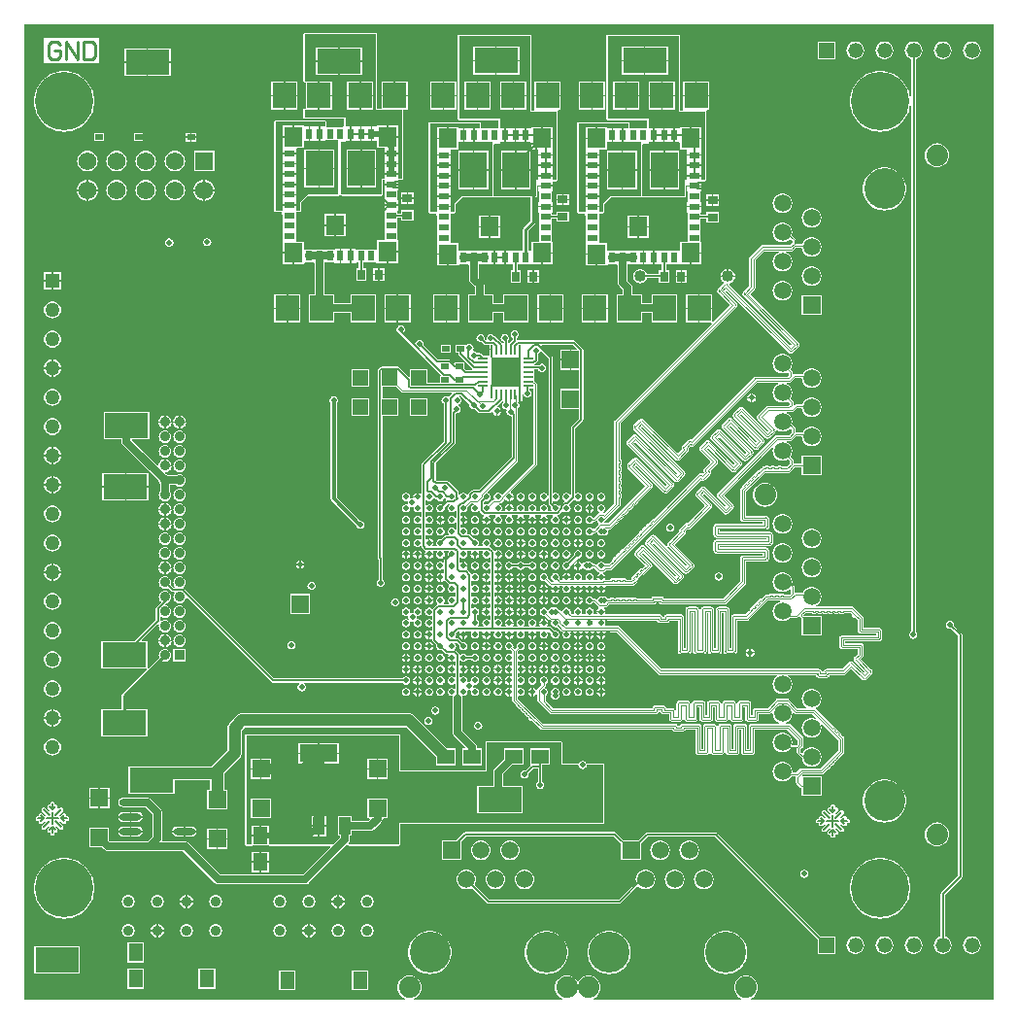
<source format=gtl>
%FSLAX25Y25*%
%MOIN*%
G70*
G01*
G75*
G04 Layer_Physical_Order=1*
G04 Layer_Color=255*
%ADD10C,0.00455*%
%ADD11C,0.00400*%
%ADD12C,0.02000*%
%ADD13R,0.02500X0.02000*%
%ADD14R,0.02756X0.03543*%
%ADD15R,0.06000X0.05000*%
%ADD16R,0.03740X0.02362*%
%ADD17R,0.02362X0.03740*%
%ADD18R,0.03740X0.02362*%
%ADD19R,0.02362X0.03740*%
%ADD20R,0.15000X0.08500*%
%ADD21R,0.03543X0.02756*%
%ADD22R,0.00800X0.03300*%
%ADD23R,0.03300X0.00800*%
%ADD24O,0.00800X0.03300*%
%ADD25R,0.10400X0.10400*%
%ADD26C,0.00600*%
%ADD27C,0.01200*%
%ADD28C,0.02500*%
%ADD29C,0.01000*%
%ADD30C,0.00800*%
%ADD31C,0.02000*%
%ADD32C,0.03500*%
%ADD33C,0.04000*%
%ADD34C,0.00500*%
%ADD35C,0.00900*%
%ADD36R,0.02362X0.03740*%
%ADD37R,0.02362X0.03740*%
%ADD38C,0.05200*%
%ADD39R,0.05200X0.05200*%
%ADD40R,0.06000X0.06000*%
%ADD41C,0.03600*%
%ADD42C,0.07400*%
%ADD43C,0.14000*%
%ADD44C,0.05906*%
%ADD45R,0.05906X0.05906*%
%ADD46R,0.07874X0.08661*%
%ADD47R,0.09252X0.12205*%
%ADD48R,0.06299X0.06693*%
%ADD49R,0.06299X0.06693*%
%ADD50C,0.20000*%
%ADD51R,0.05000X0.06000*%
%ADD52R,0.05906X0.05906*%
%ADD53C,0.03500*%
%ADD54R,0.03500X0.03500*%
%ADD55C,0.06200*%
%ADD56R,0.06200X0.06200*%
%ADD57C,0.05000*%
%ADD58R,0.05000X0.05000*%
%ADD59C,0.04000*%
G04:AMPARAMS|DCode=60|XSize=20mil|YSize=20mil|CornerRadius=10mil|HoleSize=0mil|Usage=FLASHONLY|Rotation=135.000|XOffset=0mil|YOffset=0mil|HoleType=Round|Shape=RoundedRectangle|*
%AMROUNDEDRECTD60*
21,1,0.02000,0.00000,0,0,135.0*
21,1,0.00000,0.02000,0,0,135.0*
1,1,0.02000,0.00000,0.00000*
1,1,0.02000,0.00000,0.00000*
1,1,0.02000,0.00000,0.00000*
1,1,0.02000,0.00000,0.00000*
%
%ADD60ROUNDEDRECTD60*%
%ADD61O,0.07480X0.02362*%
%ADD62R,0.03900X0.05900*%
%ADD63R,0.12900X0.05900*%
G36*
X433889Y101311D02*
X350693D01*
X350643Y101474D01*
X350587Y101699D01*
X351289Y102075D01*
X351913Y102587D01*
X352426Y103211D01*
X352806Y103923D01*
X353041Y104696D01*
X353120Y105500D01*
X353041Y106304D01*
X352806Y107077D01*
X352426Y107789D01*
X351913Y108413D01*
X351289Y108925D01*
X350577Y109306D01*
X349804Y109541D01*
X349000Y109620D01*
X348196Y109541D01*
X347423Y109306D01*
X346711Y108925D01*
X346087Y108413D01*
X345574Y107789D01*
X345194Y107077D01*
X344959Y106304D01*
X344880Y105500D01*
X344959Y104696D01*
X345194Y103923D01*
X345574Y103211D01*
X346087Y102587D01*
X346711Y102075D01*
X347413Y101699D01*
X347357Y101474D01*
X347307Y101311D01*
X296693D01*
X296643Y101474D01*
X296587Y101699D01*
X297289Y102075D01*
X297913Y102587D01*
X298426Y103211D01*
X298806Y103923D01*
X299041Y104696D01*
X299120Y105500D01*
X299041Y106304D01*
X298806Y107077D01*
X298426Y107789D01*
X297913Y108413D01*
X297289Y108925D01*
X296577Y109306D01*
X295804Y109541D01*
X295000Y109620D01*
X294196Y109541D01*
X293423Y109306D01*
X292711Y108925D01*
X292087Y108413D01*
X291575Y107789D01*
X291450Y107556D01*
X291050D01*
X290926Y107789D01*
X290413Y108413D01*
X289789Y108925D01*
X289077Y109306D01*
X288304Y109541D01*
X287500Y109620D01*
X286696Y109541D01*
X285923Y109306D01*
X285211Y108925D01*
X284587Y108413D01*
X284074Y107789D01*
X283694Y107077D01*
X283459Y106304D01*
X283380Y105500D01*
X283459Y104696D01*
X283694Y103923D01*
X284074Y103211D01*
X284587Y102587D01*
X285211Y102075D01*
X285913Y101699D01*
X285857Y101474D01*
X285807Y101311D01*
X235193D01*
X235143Y101474D01*
X235087Y101699D01*
X235789Y102075D01*
X236413Y102587D01*
X236926Y103211D01*
X237306Y103923D01*
X237541Y104696D01*
X237620Y105500D01*
X237541Y106304D01*
X237306Y107077D01*
X236926Y107789D01*
X236413Y108413D01*
X235789Y108925D01*
X235077Y109306D01*
X234304Y109541D01*
X233500Y109620D01*
X232696Y109541D01*
X231923Y109306D01*
X231211Y108925D01*
X230587Y108413D01*
X230075Y107789D01*
X229694Y107077D01*
X229459Y106304D01*
X229380Y105500D01*
X229459Y104696D01*
X229694Y103923D01*
X230075Y103211D01*
X230587Y102587D01*
X231211Y102075D01*
X231913Y101699D01*
X231857Y101474D01*
X231807Y101311D01*
X101311D01*
Y435889D01*
X433889D01*
Y101311D01*
D02*
G37*
%LPC*%
G36*
X279330Y231969D02*
X279188Y231950D01*
X278823Y231799D01*
X278510Y231559D01*
X278269Y231245D01*
X278118Y230880D01*
X278100Y230739D01*
X279330D01*
Y231969D01*
D02*
G37*
G36*
X279830D02*
Y230739D01*
X281060D01*
X281041Y230880D01*
X280890Y231245D01*
X280649Y231559D01*
X280336Y231799D01*
X279971Y231950D01*
X279830Y231969D01*
D02*
G37*
G36*
X149600Y241669D02*
X149039Y241595D01*
X148516Y241378D01*
X148067Y241033D01*
X147722Y240584D01*
X147505Y240061D01*
X147431Y239500D01*
X147505Y238939D01*
X147722Y238416D01*
X148067Y237967D01*
X148163Y237892D01*
X148190Y237493D01*
X146695Y235999D01*
X146541Y235767D01*
X146486Y235494D01*
Y231596D01*
X139241Y224350D01*
X127700D01*
Y215050D01*
X143402D01*
X143532Y214735D01*
X143532Y214735D01*
X143555Y214680D01*
X134987Y206113D01*
X134799Y205832D01*
X134733Y205500D01*
Y200850D01*
X127700D01*
Y191550D01*
X143500D01*
Y200850D01*
X136467D01*
Y205141D01*
X148821Y217495D01*
X149039Y217405D01*
X149600Y217331D01*
X150161Y217405D01*
X150684Y217622D01*
X151133Y217967D01*
X151478Y218416D01*
X151695Y218939D01*
X151769Y219500D01*
X151695Y220061D01*
X151478Y220584D01*
X151133Y221033D01*
X150684Y221378D01*
X150161Y221595D01*
X149600Y221669D01*
X149039Y221595D01*
X148516Y221378D01*
X148067Y221033D01*
X147722Y220584D01*
X147505Y220061D01*
X147431Y219500D01*
X147505Y218939D01*
X147596Y218721D01*
X143870Y214995D01*
X143815Y215018D01*
X143815Y215018D01*
X143500Y215148D01*
Y224350D01*
X141782D01*
X141629Y224720D01*
X147127Y230218D01*
X147491Y230067D01*
X147505Y230060D01*
X147431Y229500D01*
X147505Y228939D01*
X147722Y228416D01*
X148067Y227967D01*
X148516Y227622D01*
X149039Y227405D01*
X149600Y227331D01*
X150161Y227405D01*
X150684Y227622D01*
X151133Y227967D01*
X151478Y228416D01*
X151695Y228939D01*
X151769Y229500D01*
X151695Y230061D01*
X151478Y230584D01*
X151133Y231033D01*
X150684Y231378D01*
X150161Y231595D01*
X149600Y231669D01*
X149039Y231595D01*
X148516Y231378D01*
X148311Y231221D01*
X148146Y231254D01*
X147914Y231368D01*
Y232632D01*
X148273Y232809D01*
X148516Y232622D01*
X149039Y232405D01*
X149600Y232331D01*
X150161Y232405D01*
X150684Y232622D01*
X151133Y232967D01*
X151478Y233416D01*
X151695Y233939D01*
X151769Y234500D01*
X151695Y235061D01*
X151478Y235584D01*
X151133Y236033D01*
X150684Y236378D01*
X150161Y236595D01*
X149857Y236635D01*
X149729Y237014D01*
X150105Y237389D01*
X150111Y237399D01*
X150161Y237405D01*
X150684Y237622D01*
X151133Y237967D01*
X151478Y238416D01*
X151695Y238939D01*
X151769Y239500D01*
X151695Y240061D01*
X151478Y240584D01*
X151133Y241033D01*
X150684Y241378D01*
X150161Y241595D01*
X149600Y241669D01*
D02*
G37*
G36*
X154600Y231669D02*
X154039Y231595D01*
X153516Y231378D01*
X153067Y231033D01*
X152722Y230584D01*
X152505Y230061D01*
X152431Y229500D01*
X152505Y228939D01*
X152722Y228416D01*
X153067Y227967D01*
X153516Y227622D01*
X154039Y227405D01*
X154600Y227331D01*
X155161Y227405D01*
X155684Y227622D01*
X156133Y227967D01*
X156478Y228416D01*
X156695Y228939D01*
X156769Y229500D01*
X156695Y230061D01*
X156478Y230584D01*
X156133Y231033D01*
X155684Y231378D01*
X155161Y231595D01*
X154600Y231669D01*
D02*
G37*
G36*
X267519Y231969D02*
X267377Y231950D01*
X267012Y231799D01*
X266699Y231559D01*
X266458Y231245D01*
X266307Y230880D01*
X266289Y230739D01*
X267519D01*
Y231969D01*
D02*
G37*
G36*
X268019D02*
Y230739D01*
X269249D01*
X269230Y230880D01*
X269079Y231245D01*
X268838Y231559D01*
X268525Y231799D01*
X268160Y231950D01*
X268019Y231969D01*
D02*
G37*
G36*
X269249Y234176D02*
X268019D01*
Y232946D01*
X268160Y232964D01*
X268525Y233116D01*
X268838Y233356D01*
X269079Y233669D01*
X269230Y234034D01*
X269249Y234176D01*
D02*
G37*
G36*
X271456D02*
X270226D01*
X270244Y234034D01*
X270395Y233669D01*
X270636Y233356D01*
X270949Y233116D01*
X271314Y232964D01*
X271456Y232946D01*
Y234176D01*
D02*
G37*
G36*
X273186D02*
X271956D01*
Y232946D01*
X272097Y232964D01*
X272462Y233116D01*
X272775Y233356D01*
X273016Y233669D01*
X273167Y234034D01*
X273186Y234176D01*
D02*
G37*
G36*
X154600Y236669D02*
X154039Y236595D01*
X153516Y236378D01*
X153067Y236033D01*
X152722Y235584D01*
X152505Y235061D01*
X152431Y234500D01*
X152505Y233939D01*
X152722Y233416D01*
X153067Y232967D01*
X153516Y232622D01*
X154039Y232405D01*
X154600Y232331D01*
X155161Y232405D01*
X155684Y232622D01*
X156133Y232967D01*
X156478Y233416D01*
X156695Y233939D01*
X156769Y234500D01*
X156695Y235061D01*
X156478Y235584D01*
X156133Y236033D01*
X155684Y236378D01*
X155161Y236595D01*
X154600Y236669D01*
D02*
G37*
G36*
X265312Y234176D02*
X264082D01*
Y232946D01*
X264223Y232964D01*
X264588Y233116D01*
X264901Y233356D01*
X265142Y233669D01*
X265293Y234034D01*
X265312Y234176D01*
D02*
G37*
G36*
X267519D02*
X266289D01*
X266307Y234034D01*
X266458Y233669D01*
X266699Y233356D01*
X267012Y233116D01*
X267377Y232964D01*
X267519Y232946D01*
Y234176D01*
D02*
G37*
G36*
X239959Y228032D02*
X239818Y228013D01*
X239453Y227862D01*
X239140Y227622D01*
X238899Y227308D01*
X238748Y226943D01*
X238729Y226802D01*
X239959D01*
Y228032D01*
D02*
G37*
G36*
X277123Y226302D02*
X275893D01*
Y225072D01*
X276034Y225090D01*
X276399Y225242D01*
X276712Y225482D01*
X276953Y225795D01*
X277104Y226160D01*
X277123Y226302D01*
D02*
G37*
G36*
X291141D02*
X289911D01*
X289929Y226160D01*
X290080Y225795D01*
X290321Y225482D01*
X290634Y225242D01*
X290999Y225090D01*
X291141Y225072D01*
Y226302D01*
D02*
G37*
G36*
X292871D02*
X291641D01*
Y225072D01*
X291782Y225090D01*
X292147Y225242D01*
X292460Y225482D01*
X292701Y225795D01*
X292852Y226160D01*
X292871Y226302D01*
D02*
G37*
G36*
X267519D02*
X266289D01*
X266307Y226160D01*
X266458Y225795D01*
X266699Y225482D01*
X267012Y225242D01*
X267377Y225090D01*
X267519Y225072D01*
Y226302D01*
D02*
G37*
G36*
X269249D02*
X268019D01*
Y225072D01*
X268160Y225090D01*
X268525Y225242D01*
X268838Y225482D01*
X269079Y225795D01*
X269230Y226160D01*
X269249Y226302D01*
D02*
G37*
G36*
X275393D02*
X274163D01*
X274181Y226160D01*
X274332Y225795D01*
X274573Y225482D01*
X274886Y225242D01*
X275251Y225090D01*
X275393Y225072D01*
Y226302D01*
D02*
G37*
G36*
X300745D02*
X299515D01*
Y225072D01*
X299656Y225090D01*
X300021Y225242D01*
X300334Y225482D01*
X300575Y225795D01*
X300726Y226160D01*
X300745Y226302D01*
D02*
G37*
G36*
X232335Y227964D02*
X231970Y227916D01*
X231629Y227775D01*
X231337Y227550D01*
X231113Y227258D01*
X230971Y226917D01*
X230923Y226552D01*
X230971Y226186D01*
X231113Y225846D01*
X231337Y225553D01*
X231629Y225329D01*
X231970Y225188D01*
X232335Y225140D01*
X232701Y225188D01*
X233041Y225329D01*
X233334Y225553D01*
X233558Y225846D01*
X233699Y226186D01*
X233748Y226552D01*
X233699Y226917D01*
X233558Y227258D01*
X233334Y227550D01*
X233041Y227775D01*
X232701Y227916D01*
X232335Y227964D01*
D02*
G37*
G36*
X236272D02*
X235907Y227916D01*
X235566Y227775D01*
X235274Y227550D01*
X235050Y227258D01*
X234908Y226917D01*
X234860Y226552D01*
X234908Y226186D01*
X235050Y225846D01*
X235274Y225553D01*
X235566Y225329D01*
X235907Y225188D01*
X236272Y225140D01*
X236638Y225188D01*
X236978Y225329D01*
X237271Y225553D01*
X237495Y225846D01*
X237636Y226186D01*
X237684Y226552D01*
X237636Y226917D01*
X237495Y227258D01*
X237271Y227550D01*
X236978Y227775D01*
X236638Y227916D01*
X236272Y227964D01*
D02*
G37*
G36*
X295078Y226302D02*
X293848D01*
X293866Y226160D01*
X294017Y225795D01*
X294258Y225482D01*
X294571Y225242D01*
X294936Y225090D01*
X295078Y225072D01*
Y226302D01*
D02*
G37*
G36*
X296808D02*
X295578D01*
Y225072D01*
X295719Y225090D01*
X296084Y225242D01*
X296397Y225482D01*
X296638Y225795D01*
X296789Y226160D01*
X296808Y226302D01*
D02*
G37*
G36*
X299015D02*
X297785D01*
X297803Y226160D01*
X297954Y225795D01*
X298195Y225482D01*
X298508Y225242D01*
X298873Y225090D01*
X299015Y225072D01*
Y226302D01*
D02*
G37*
G36*
X275643Y235838D02*
X275277Y235790D01*
X274937Y235649D01*
X274644Y235424D01*
X274420Y235132D01*
X274279Y234791D01*
X274231Y234426D01*
X274279Y234060D01*
X274420Y233720D01*
X274644Y233427D01*
X274937Y233203D01*
X275277Y233062D01*
X275643Y233014D01*
X276008Y233062D01*
X276349Y233203D01*
X276641Y233427D01*
X276866Y233720D01*
X277007Y234060D01*
X277055Y234426D01*
X277007Y234791D01*
X276866Y235132D01*
X276641Y235424D01*
X276349Y235649D01*
X276008Y235790D01*
X275643Y235838D01*
D02*
G37*
G36*
X279330Y238113D02*
X278100D01*
X278118Y237971D01*
X278269Y237607D01*
X278510Y237293D01*
X278823Y237053D01*
X279188Y236902D01*
X279330Y236883D01*
Y238113D01*
D02*
G37*
G36*
X281060D02*
X279830D01*
Y236883D01*
X279971Y236902D01*
X280336Y237053D01*
X280649Y237293D01*
X280890Y237607D01*
X281041Y237971D01*
X281060Y238113D01*
D02*
G37*
G36*
X291141D02*
X289911D01*
X289929Y237971D01*
X290080Y237607D01*
X290321Y237293D01*
X290634Y237053D01*
X290999Y236902D01*
X291141Y236883D01*
Y238113D01*
D02*
G37*
G36*
X269249D02*
X268019D01*
Y236883D01*
X268160Y236902D01*
X268525Y237053D01*
X268838Y237293D01*
X269079Y237607D01*
X269230Y237971D01*
X269249Y238113D01*
D02*
G37*
G36*
X271456D02*
X270226D01*
X270244Y237971D01*
X270395Y237607D01*
X270636Y237293D01*
X270949Y237053D01*
X271314Y236902D01*
X271456Y236883D01*
Y238113D01*
D02*
G37*
G36*
X273186D02*
X271956D01*
Y236883D01*
X272097Y236902D01*
X272462Y237053D01*
X272775Y237293D01*
X273016Y237607D01*
X273167Y237971D01*
X273186Y238113D01*
D02*
G37*
G36*
X275643Y239775D02*
X275277Y239727D01*
X274937Y239586D01*
X274644Y239362D01*
X274420Y239069D01*
X274279Y238728D01*
X274231Y238363D01*
X274279Y237998D01*
X274420Y237657D01*
X274644Y237365D01*
X274937Y237140D01*
X275277Y236999D01*
X275643Y236951D01*
X276008Y236999D01*
X276349Y237140D01*
X276641Y237365D01*
X276866Y237657D01*
X277007Y237998D01*
X277055Y238363D01*
X277007Y238728D01*
X276866Y239069D01*
X276641Y239362D01*
X276349Y239586D01*
X276008Y239727D01*
X275643Y239775D01*
D02*
G37*
G36*
X283517D02*
X283151Y239727D01*
X282811Y239586D01*
X282518Y239362D01*
X282294Y239069D01*
X282153Y238728D01*
X282104Y238363D01*
X282153Y237998D01*
X282294Y237657D01*
X282518Y237365D01*
X282811Y237140D01*
X283151Y236999D01*
X283517Y236951D01*
X283882Y236999D01*
X284223Y237140D01*
X284515Y237365D01*
X284739Y237657D01*
X284881Y237998D01*
X284929Y238363D01*
X284881Y238728D01*
X284739Y239069D01*
X284515Y239362D01*
X284223Y239586D01*
X283882Y239727D01*
X283517Y239775D01*
D02*
G37*
G36*
X287454D02*
X287088Y239727D01*
X286748Y239586D01*
X286455Y239362D01*
X286231Y239069D01*
X286090Y238728D01*
X286041Y238363D01*
X286090Y237998D01*
X286231Y237657D01*
X286455Y237365D01*
X286748Y237140D01*
X287088Y236999D01*
X287454Y236951D01*
X287819Y236999D01*
X288160Y237140D01*
X288452Y237365D01*
X288677Y237657D01*
X288818Y237998D01*
X288866Y238363D01*
X288818Y238728D01*
X288677Y239069D01*
X288452Y239362D01*
X288160Y239586D01*
X287819Y239727D01*
X287454Y239775D01*
D02*
G37*
G36*
X292871Y238113D02*
X291641D01*
Y236883D01*
X291782Y236902D01*
X292147Y237053D01*
X292460Y237293D01*
X292701Y237607D01*
X292852Y237971D01*
X292871Y238113D01*
D02*
G37*
G36*
X232335Y239775D02*
X231970Y239727D01*
X231629Y239586D01*
X231337Y239362D01*
X231113Y239069D01*
X230971Y238728D01*
X230923Y238363D01*
X230971Y237998D01*
X231113Y237657D01*
X231337Y237365D01*
X231629Y237140D01*
X231970Y236999D01*
X232335Y236951D01*
X232701Y236999D01*
X233041Y237140D01*
X233334Y237365D01*
X233558Y237657D01*
X233699Y237998D01*
X233748Y238363D01*
X233699Y238728D01*
X233558Y239069D01*
X233334Y239362D01*
X233041Y239586D01*
X232701Y239727D01*
X232335Y239775D01*
D02*
G37*
G36*
X236272D02*
X235907Y239727D01*
X235566Y239586D01*
X235274Y239362D01*
X235050Y239069D01*
X234908Y238728D01*
X234860Y238363D01*
X234908Y237998D01*
X235050Y237657D01*
X235274Y237365D01*
X235566Y237140D01*
X235907Y236999D01*
X236272Y236951D01*
X236638Y236999D01*
X236978Y237140D01*
X237271Y237365D01*
X237495Y237657D01*
X237636Y237998D01*
X237684Y238363D01*
X237636Y238728D01*
X237495Y239069D01*
X237271Y239362D01*
X236978Y239586D01*
X236638Y239727D01*
X236272Y239775D01*
D02*
G37*
G36*
X267519Y238113D02*
X266289D01*
X266307Y237971D01*
X266458Y237607D01*
X266699Y237293D01*
X267012Y237053D01*
X267377Y236902D01*
X267519Y236883D01*
Y238113D01*
D02*
G37*
G36*
Y235906D02*
X267377Y235887D01*
X267012Y235736D01*
X266699Y235496D01*
X266458Y235182D01*
X266307Y234817D01*
X266289Y234676D01*
X267519D01*
Y235906D01*
D02*
G37*
G36*
X268019D02*
Y234676D01*
X269249D01*
X269230Y234817D01*
X269079Y235182D01*
X268838Y235496D01*
X268525Y235736D01*
X268160Y235887D01*
X268019Y235906D01*
D02*
G37*
G36*
X271456D02*
X271314Y235887D01*
X270949Y235736D01*
X270636Y235496D01*
X270395Y235182D01*
X270244Y234817D01*
X270226Y234676D01*
X271456D01*
Y235906D01*
D02*
G37*
G36*
X199400Y240500D02*
X192600D01*
Y233700D01*
X199400D01*
Y240500D01*
D02*
G37*
G36*
X236272Y235838D02*
X235907Y235790D01*
X235566Y235649D01*
X235274Y235424D01*
X235050Y235132D01*
X234908Y234791D01*
X234860Y234426D01*
X234893Y234180D01*
X234676Y233964D01*
X234538Y233907D01*
X234500Y233912D01*
X234135Y233864D01*
X234072Y233838D01*
X233713Y234013D01*
X233699Y234060D01*
X233748Y234426D01*
X233699Y234791D01*
X233558Y235132D01*
X233334Y235424D01*
X233041Y235649D01*
X232701Y235790D01*
X232335Y235838D01*
X231970Y235790D01*
X231629Y235649D01*
X231337Y235424D01*
X231113Y235132D01*
X230971Y234791D01*
X230923Y234426D01*
X230971Y234060D01*
X231113Y233720D01*
X231337Y233427D01*
X231629Y233203D01*
X231970Y233062D01*
X232335Y233014D01*
X232701Y233062D01*
X232763Y233088D01*
X233123Y232913D01*
X233136Y232866D01*
X233088Y232500D01*
X233136Y232135D01*
X233167Y232060D01*
X232884Y231777D01*
X232701Y231853D01*
X232335Y231901D01*
X231970Y231853D01*
X231629Y231712D01*
X231337Y231487D01*
X231113Y231195D01*
X230971Y230854D01*
X230923Y230489D01*
X230971Y230123D01*
X231113Y229783D01*
X231337Y229490D01*
X231629Y229266D01*
X231970Y229125D01*
X232335Y229077D01*
X232701Y229125D01*
X233041Y229266D01*
X233334Y229490D01*
X233558Y229783D01*
X233699Y230123D01*
X233748Y230489D01*
X233699Y230854D01*
X233668Y230929D01*
X233951Y231212D01*
X234135Y231136D01*
X234500Y231088D01*
X234621Y231104D01*
X234904Y230821D01*
X234860Y230489D01*
X234908Y230123D01*
X235050Y229783D01*
X235274Y229490D01*
X235566Y229266D01*
X235907Y229125D01*
X236272Y229077D01*
X236638Y229125D01*
X236978Y229266D01*
X237271Y229490D01*
X237495Y229783D01*
X237636Y230123D01*
X237684Y230489D01*
X237636Y230854D01*
X237495Y231195D01*
X237271Y231487D01*
X236978Y231712D01*
X236638Y231853D01*
X236272Y231901D01*
X236151Y231885D01*
X235868Y232168D01*
X235912Y232500D01*
X235880Y232745D01*
X236096Y232962D01*
X236234Y233019D01*
X236272Y233014D01*
X236638Y233062D01*
X236978Y233203D01*
X237271Y233427D01*
X237495Y233720D01*
X237636Y234060D01*
X237684Y234426D01*
X237636Y234791D01*
X237495Y235132D01*
X237271Y235424D01*
X236978Y235649D01*
X236638Y235790D01*
X236272Y235838D01*
D02*
G37*
G36*
X264082Y235906D02*
Y234676D01*
X265312D01*
X265293Y234817D01*
X265142Y235182D01*
X264901Y235496D01*
X264588Y235736D01*
X264223Y235887D01*
X264082Y235906D01*
D02*
G37*
G36*
X239959Y238113D02*
X238729D01*
X238748Y237971D01*
X238899Y237607D01*
X239140Y237293D01*
X239453Y237053D01*
X239818Y236902D01*
X239959Y236883D01*
Y238113D01*
D02*
G37*
G36*
X241689D02*
X240459D01*
Y236883D01*
X240601Y236902D01*
X240966Y237053D01*
X241279Y237293D01*
X241520Y237607D01*
X241671Y237971D01*
X241689Y238113D01*
D02*
G37*
G36*
X265312D02*
X264082D01*
Y236883D01*
X264223Y236902D01*
X264588Y237053D01*
X264901Y237293D01*
X265142Y237607D01*
X265293Y237971D01*
X265312Y238113D01*
D02*
G37*
G36*
X271956Y235906D02*
Y234676D01*
X273186D01*
X273167Y234817D01*
X273016Y235182D01*
X272775Y235496D01*
X272462Y235736D01*
X272097Y235887D01*
X271956Y235906D01*
D02*
G37*
G36*
X111000Y240914D02*
X110432Y240858D01*
X109885Y240692D01*
X109381Y240423D01*
X108940Y240060D01*
X108577Y239619D01*
X108308Y239115D01*
X108142Y238568D01*
X108086Y238000D01*
X108142Y237432D01*
X108308Y236885D01*
X108577Y236381D01*
X108940Y235940D01*
X109381Y235577D01*
X109885Y235308D01*
X110432Y235142D01*
X111000Y235086D01*
X111568Y235142D01*
X112115Y235308D01*
X112619Y235577D01*
X113060Y235940D01*
X113423Y236381D01*
X113692Y236885D01*
X113858Y237432D01*
X113914Y238000D01*
X113858Y238568D01*
X113692Y239115D01*
X113423Y239619D01*
X113060Y240060D01*
X112619Y240423D01*
X112115Y240692D01*
X111568Y240858D01*
X111000Y240914D01*
D02*
G37*
G36*
X228535Y239124D02*
X228170Y239076D01*
X227829Y238935D01*
X227537Y238711D01*
X227312Y238418D01*
X227171Y238078D01*
X227123Y237712D01*
X227171Y237347D01*
X227312Y237006D01*
X227537Y236714D01*
X227829Y236489D01*
X228170Y236348D01*
X228535Y236300D01*
X228901Y236348D01*
X229241Y236489D01*
X229534Y236714D01*
X229758Y237006D01*
X229899Y237347D01*
X229947Y237712D01*
X229899Y238078D01*
X229758Y238418D01*
X229534Y238711D01*
X229241Y238935D01*
X228901Y239076D01*
X228535Y239124D01*
D02*
G37*
G36*
X261375Y222365D02*
X260145D01*
Y221135D01*
X260286Y221153D01*
X260651Y221305D01*
X260964Y221545D01*
X261205Y221858D01*
X261356Y222223D01*
X261375Y222365D01*
D02*
G37*
G36*
X279330D02*
X278100D01*
X278118Y222223D01*
X278269Y221858D01*
X278510Y221545D01*
X278823Y221305D01*
X279188Y221153D01*
X279330Y221135D01*
Y222365D01*
D02*
G37*
G36*
X281060D02*
X279830D01*
Y221135D01*
X279971Y221153D01*
X280336Y221305D01*
X280649Y221545D01*
X280890Y221858D01*
X281041Y222223D01*
X281060Y222365D01*
D02*
G37*
G36*
X239959D02*
X238729D01*
X238748Y222223D01*
X238899Y221858D01*
X239140Y221545D01*
X239453Y221305D01*
X239818Y221153D01*
X239959Y221135D01*
Y222365D01*
D02*
G37*
G36*
X241689D02*
X240459D01*
Y221135D01*
X240601Y221153D01*
X240966Y221305D01*
X241279Y221545D01*
X241520Y221858D01*
X241671Y222223D01*
X241689Y222365D01*
D02*
G37*
G36*
X259645D02*
X258415D01*
X258433Y222223D01*
X258584Y221858D01*
X258825Y221545D01*
X259138Y221305D01*
X259503Y221153D01*
X259645Y221135D01*
Y222365D01*
D02*
G37*
G36*
X236272Y224027D02*
X235907Y223979D01*
X235566Y223838D01*
X235274Y223613D01*
X235050Y223321D01*
X234908Y222980D01*
X234860Y222615D01*
X234908Y222249D01*
X235050Y221909D01*
X235274Y221616D01*
X235566Y221392D01*
X235907Y221251D01*
X236272Y221203D01*
X236638Y221251D01*
X236978Y221392D01*
X237271Y221616D01*
X237495Y221909D01*
X237636Y222249D01*
X237684Y222615D01*
X237636Y222980D01*
X237495Y223321D01*
X237271Y223613D01*
X236978Y223838D01*
X236638Y223979D01*
X236272Y224027D01*
D02*
G37*
G36*
X255957D02*
X255592Y223979D01*
X255251Y223838D01*
X254959Y223613D01*
X254734Y223321D01*
X254593Y222980D01*
X254545Y222615D01*
X254593Y222249D01*
X254734Y221909D01*
X254959Y221616D01*
X255251Y221392D01*
X255592Y221251D01*
X255957Y221203D01*
X256323Y221251D01*
X256663Y221392D01*
X256956Y221616D01*
X257180Y221909D01*
X257321Y222249D01*
X257369Y222615D01*
X257321Y222980D01*
X257180Y223321D01*
X256956Y223613D01*
X256663Y223838D01*
X256323Y223979D01*
X255957Y224027D01*
D02*
G37*
G36*
X263832D02*
X263466Y223979D01*
X263126Y223838D01*
X262833Y223613D01*
X262609Y223321D01*
X262468Y222980D01*
X262420Y222615D01*
X262468Y222249D01*
X262609Y221909D01*
X262833Y221616D01*
X263126Y221392D01*
X263466Y221251D01*
X263832Y221203D01*
X264197Y221251D01*
X264538Y221392D01*
X264830Y221616D01*
X265054Y221909D01*
X265196Y222249D01*
X265244Y222615D01*
X265196Y222980D01*
X265054Y223321D01*
X264830Y223613D01*
X264538Y223838D01*
X264197Y223979D01*
X263832Y224027D01*
D02*
G37*
G36*
X291141Y222365D02*
X289911D01*
X289929Y222223D01*
X290080Y221858D01*
X290321Y221545D01*
X290634Y221305D01*
X290999Y221153D01*
X291141Y221135D01*
Y222365D01*
D02*
G37*
G36*
X292871D02*
X291641D01*
Y221135D01*
X291782Y221153D01*
X292147Y221305D01*
X292460Y221545D01*
X292701Y221858D01*
X292852Y222223D01*
X292871Y222365D01*
D02*
G37*
G36*
X232335Y224027D02*
X231970Y223979D01*
X231629Y223838D01*
X231337Y223613D01*
X231113Y223321D01*
X230971Y222980D01*
X230923Y222615D01*
X230971Y222249D01*
X231113Y221909D01*
X231337Y221616D01*
X231629Y221392D01*
X231970Y221251D01*
X232335Y221203D01*
X232701Y221251D01*
X233041Y221392D01*
X233334Y221616D01*
X233558Y221909D01*
X233699Y222249D01*
X233748Y222615D01*
X233699Y222980D01*
X233558Y223321D01*
X233334Y223613D01*
X233041Y223838D01*
X232701Y223979D01*
X232335Y224027D01*
D02*
G37*
G36*
X299515Y220158D02*
Y218928D01*
X300745D01*
X300726Y219069D01*
X300575Y219434D01*
X300334Y219748D01*
X300021Y219988D01*
X299656Y220139D01*
X299515Y220158D01*
D02*
G37*
G36*
X287454Y220090D02*
X287088Y220042D01*
X286748Y219901D01*
X286455Y219676D01*
X286231Y219384D01*
X286090Y219043D01*
X286041Y218678D01*
X286090Y218312D01*
X286231Y217972D01*
X286455Y217679D01*
X286748Y217455D01*
X287088Y217314D01*
X287454Y217266D01*
X287819Y217314D01*
X288160Y217455D01*
X288452Y217679D01*
X288677Y217972D01*
X288818Y218312D01*
X288866Y218678D01*
X288818Y219043D01*
X288677Y219384D01*
X288452Y219676D01*
X288160Y219901D01*
X287819Y220042D01*
X287454Y220090D01*
D02*
G37*
G36*
X156750Y221650D02*
X152450D01*
Y217350D01*
X156750D01*
Y221650D01*
D02*
G37*
G36*
X232085Y220158D02*
X231944Y220139D01*
X231579Y219988D01*
X231266Y219748D01*
X231025Y219434D01*
X230874Y219069D01*
X230855Y218928D01*
X232085D01*
Y220158D01*
D02*
G37*
G36*
X275643Y220090D02*
X275277Y220042D01*
X274937Y219901D01*
X274644Y219676D01*
X274420Y219384D01*
X274279Y219043D01*
X274231Y218678D01*
X274279Y218312D01*
X274420Y217972D01*
X274644Y217679D01*
X274937Y217455D01*
X275277Y217314D01*
X275643Y217266D01*
X276008Y217314D01*
X276349Y217455D01*
X276641Y217679D01*
X276866Y217972D01*
X277007Y218312D01*
X277055Y218678D01*
X277007Y219043D01*
X276866Y219384D01*
X276641Y219676D01*
X276349Y219901D01*
X276008Y220042D01*
X275643Y220090D01*
D02*
G37*
G36*
X279580D02*
X279214Y220042D01*
X278874Y219901D01*
X278581Y219676D01*
X278357Y219384D01*
X278216Y219043D01*
X278168Y218678D01*
X278216Y218312D01*
X278357Y217972D01*
X278581Y217679D01*
X278874Y217455D01*
X279214Y217314D01*
X279580Y217266D01*
X279945Y217314D01*
X280286Y217455D01*
X280578Y217679D01*
X280802Y217972D01*
X280944Y218312D01*
X280992Y218678D01*
X280944Y219043D01*
X280802Y219384D01*
X280578Y219676D01*
X280286Y219901D01*
X279945Y220042D01*
X279580Y220090D01*
D02*
G37*
G36*
X283517D02*
X283151Y220042D01*
X282811Y219901D01*
X282518Y219676D01*
X282294Y219384D01*
X282153Y219043D01*
X282104Y218678D01*
X282153Y218312D01*
X282294Y217972D01*
X282518Y217679D01*
X282811Y217455D01*
X283151Y217314D01*
X283517Y217266D01*
X283882Y217314D01*
X284223Y217455D01*
X284515Y217679D01*
X284739Y217972D01*
X284881Y218312D01*
X284929Y218678D01*
X284881Y219043D01*
X284739Y219384D01*
X284515Y219676D01*
X284223Y219901D01*
X283882Y220042D01*
X283517Y220090D01*
D02*
G37*
G36*
X295078Y220158D02*
X294936Y220139D01*
X294571Y219988D01*
X294258Y219748D01*
X294017Y219434D01*
X293866Y219069D01*
X293848Y218928D01*
X295078D01*
Y220158D01*
D02*
G37*
G36*
X295578D02*
Y218928D01*
X296808D01*
X296789Y219069D01*
X296638Y219434D01*
X296397Y219748D01*
X296084Y219988D01*
X295719Y220139D01*
X295578Y220158D01*
D02*
G37*
G36*
X299015D02*
X298873Y220139D01*
X298508Y219988D01*
X298195Y219748D01*
X297954Y219434D01*
X297803Y219069D01*
X297785Y218928D01*
X299015D01*
Y220158D01*
D02*
G37*
G36*
X232585D02*
Y218928D01*
X233815D01*
X233797Y219069D01*
X233646Y219434D01*
X233405Y219748D01*
X233092Y219988D01*
X232727Y220139D01*
X232585Y220158D01*
D02*
G37*
G36*
X291141D02*
X290999Y220139D01*
X290634Y219988D01*
X290321Y219748D01*
X290080Y219434D01*
X289929Y219069D01*
X289911Y218928D01*
X291141D01*
Y220158D01*
D02*
G37*
G36*
X291641D02*
Y218928D01*
X292871D01*
X292852Y219069D01*
X292701Y219434D01*
X292460Y219748D01*
X292147Y219988D01*
X291782Y220139D01*
X291641Y220158D01*
D02*
G37*
G36*
X275643Y224027D02*
X275277Y223979D01*
X274937Y223838D01*
X274644Y223613D01*
X274420Y223321D01*
X274279Y222980D01*
X274231Y222615D01*
X274279Y222249D01*
X274420Y221909D01*
X274644Y221616D01*
X274937Y221392D01*
X275277Y221251D01*
X275643Y221203D01*
X276008Y221251D01*
X276349Y221392D01*
X276641Y221616D01*
X276866Y221909D01*
X277007Y222249D01*
X277055Y222615D01*
X277007Y222980D01*
X276866Y223321D01*
X276641Y223613D01*
X276349Y223838D01*
X276008Y223979D01*
X275643Y224027D01*
D02*
G37*
G36*
X291641Y224095D02*
Y222865D01*
X292871D01*
X292852Y223006D01*
X292701Y223371D01*
X292460Y223685D01*
X292147Y223925D01*
X291782Y224076D01*
X291641Y224095D01*
D02*
G37*
G36*
X149350Y226736D02*
X149013Y226692D01*
X148465Y226465D01*
X147995Y226105D01*
X147635Y225635D01*
X147408Y225087D01*
X147363Y224750D01*
X149350D01*
Y226736D01*
D02*
G37*
G36*
X149850D02*
Y224750D01*
X151837D01*
X151792Y225087D01*
X151565Y225635D01*
X151205Y226105D01*
X150735Y226465D01*
X150187Y226692D01*
X149850Y226736D01*
D02*
G37*
G36*
X279330Y224095D02*
X279188Y224076D01*
X278823Y223925D01*
X278510Y223685D01*
X278269Y223371D01*
X278118Y223006D01*
X278100Y222865D01*
X279330D01*
Y224095D01*
D02*
G37*
G36*
X279830D02*
Y222865D01*
X281060D01*
X281041Y223006D01*
X280890Y223371D01*
X280649Y223685D01*
X280336Y223925D01*
X279971Y224076D01*
X279830Y224095D01*
D02*
G37*
G36*
X291141D02*
X290999Y224076D01*
X290634Y223925D01*
X290321Y223685D01*
X290080Y223371D01*
X289929Y223006D01*
X289911Y222865D01*
X291141D01*
Y224095D01*
D02*
G37*
G36*
X253500Y226302D02*
X252270D01*
Y225072D01*
X252412Y225090D01*
X252777Y225242D01*
X253090Y225482D01*
X253331Y225795D01*
X253482Y226160D01*
X253500Y226302D01*
D02*
G37*
G36*
X259645D02*
X258415D01*
X258433Y226160D01*
X258584Y225795D01*
X258825Y225482D01*
X259138Y225242D01*
X259503Y225090D01*
X259645Y225072D01*
Y226302D01*
D02*
G37*
G36*
X261375D02*
X260145D01*
Y225072D01*
X260286Y225090D01*
X260651Y225242D01*
X260964Y225482D01*
X261205Y225795D01*
X261356Y226160D01*
X261375Y226302D01*
D02*
G37*
G36*
X111000Y230875D02*
X110432Y230819D01*
X109885Y230653D01*
X109381Y230383D01*
X108940Y230021D01*
X108577Y229580D01*
X108308Y229076D01*
X108142Y228529D01*
X108086Y227961D01*
X108142Y227392D01*
X108308Y226845D01*
X108577Y226342D01*
X108940Y225900D01*
X109381Y225538D01*
X109885Y225268D01*
X110432Y225103D01*
X111000Y225047D01*
X111568Y225103D01*
X112115Y225268D01*
X112619Y225538D01*
X113060Y225900D01*
X113423Y226342D01*
X113692Y226845D01*
X113858Y227392D01*
X113914Y227961D01*
X113858Y228529D01*
X113692Y229076D01*
X113423Y229580D01*
X113060Y230021D01*
X112619Y230383D01*
X112115Y230653D01*
X111568Y230819D01*
X111000Y230875D01*
D02*
G37*
G36*
X239959Y226302D02*
X238729D01*
X238748Y226160D01*
X238899Y225795D01*
X239140Y225482D01*
X239453Y225242D01*
X239818Y225090D01*
X239959Y225072D01*
Y226302D01*
D02*
G37*
G36*
X251770D02*
X250540D01*
X250559Y226160D01*
X250710Y225795D01*
X250951Y225482D01*
X251264Y225242D01*
X251629Y225090D01*
X251770Y225072D01*
Y226302D01*
D02*
G37*
G36*
X260145Y224095D02*
Y222865D01*
X261375D01*
X261356Y223006D01*
X261205Y223371D01*
X260964Y223685D01*
X260651Y223925D01*
X260286Y224076D01*
X260145Y224095D01*
D02*
G37*
G36*
X299265Y224027D02*
X298899Y223979D01*
X298559Y223838D01*
X298266Y223613D01*
X298042Y223321D01*
X297901Y222980D01*
X297852Y222615D01*
X297901Y222249D01*
X298042Y221909D01*
X298266Y221616D01*
X298559Y221392D01*
X298899Y221251D01*
X299265Y221203D01*
X299630Y221251D01*
X299971Y221392D01*
X300263Y221616D01*
X300487Y221909D01*
X300629Y222249D01*
X300677Y222615D01*
X300629Y222980D01*
X300487Y223321D01*
X300263Y223613D01*
X299971Y223838D01*
X299630Y223979D01*
X299265Y224027D01*
D02*
G37*
G36*
X271706D02*
X271340Y223979D01*
X271000Y223838D01*
X270707Y223613D01*
X270483Y223321D01*
X270342Y222980D01*
X270293Y222615D01*
X270342Y222249D01*
X270381Y222155D01*
X269737Y221512D01*
X269093Y222155D01*
X269133Y222249D01*
X269181Y222615D01*
X269133Y222980D01*
X268991Y223321D01*
X268767Y223613D01*
X268475Y223838D01*
X268134Y223979D01*
X267769Y224027D01*
X267403Y223979D01*
X267063Y223838D01*
X266770Y223613D01*
X266546Y223321D01*
X266405Y222980D01*
X266356Y222615D01*
X266405Y222249D01*
X266546Y221909D01*
X266770Y221616D01*
X267063Y221392D01*
X267403Y221251D01*
X267769Y221203D01*
X268134Y221251D01*
X268228Y221290D01*
X268725Y220793D01*
Y220157D01*
X268393Y219935D01*
X268134Y220042D01*
X267769Y220090D01*
X267403Y220042D01*
X267063Y219901D01*
X266770Y219676D01*
X266546Y219384D01*
X266405Y219043D01*
X266356Y218678D01*
X266405Y218312D01*
X266546Y217972D01*
X266770Y217679D01*
X267063Y217455D01*
X267403Y217314D01*
X267769Y217266D01*
X268134Y217314D01*
X268393Y217421D01*
X268725Y217199D01*
Y216328D01*
X268393Y216106D01*
X268160Y216202D01*
X268019Y216221D01*
Y214741D01*
Y213261D01*
X268160Y213279D01*
X268393Y213376D01*
X268725Y213154D01*
Y212391D01*
X268393Y212169D01*
X268160Y212265D01*
X268019Y212284D01*
Y210804D01*
Y209324D01*
X268160Y209342D01*
X268393Y209439D01*
X268725Y209216D01*
Y208454D01*
X268393Y208232D01*
X268160Y208328D01*
X268019Y208347D01*
Y206867D01*
Y205387D01*
X268160Y205405D01*
X268365Y205490D01*
X268698Y205268D01*
Y204018D01*
X268700Y204006D01*
X268697Y203991D01*
X268746Y203746D01*
X268885Y203538D01*
X270135Y202289D01*
X270132Y202274D01*
X270180Y202029D01*
X270319Y201821D01*
X270994Y201146D01*
X271202Y201007D01*
X271447Y200958D01*
X271462Y200961D01*
X271462D01*
D01*
X271482Y200923D01*
X271482Y200923D01*
X271482D01*
D01*
X271502Y200826D01*
X271531Y200678D01*
X271531Y200678D01*
Y200678D01*
X271578Y200608D01*
X271670Y200471D01*
X271670Y200471D01*
D01*
D01*
X272345Y199795D01*
X272552Y199657D01*
X272749Y199618D01*
X272797Y199608D01*
D01*
X272797D01*
X272812Y199611D01*
X272833Y199572D01*
X272833Y199572D01*
X272833D01*
X272882Y199328D01*
X273020Y199120D01*
X273695Y198445D01*
D01*
D01*
X273695Y198445D01*
X273833Y198353D01*
X273903Y198306D01*
X273903D01*
X273903Y198306D01*
X274050Y198277D01*
X274148Y198257D01*
X274148D01*
X274148D01*
X274163Y198260D01*
X274163Y198260D01*
D01*
X274183Y198222D01*
X274183Y198222D01*
X274183D01*
X274232Y197977D01*
X274371Y197769D01*
X275046Y197094D01*
X275254Y196956D01*
X275499Y196907D01*
X275513Y196910D01*
X278376Y194048D01*
X278583Y193909D01*
X278828Y193860D01*
X323597D01*
X323705Y193698D01*
X323955Y193448D01*
X324163Y193309D01*
X324408Y193260D01*
X327372D01*
X327617Y193309D01*
X327824Y193448D01*
X328075Y193698D01*
X328183Y193860D01*
X331558D01*
Y186192D01*
X331606Y185947D01*
X331745Y185740D01*
X331996Y185489D01*
X332203Y185351D01*
X332448Y185302D01*
X335412D01*
X335657Y185351D01*
X335864Y185489D01*
Y185489D01*
X335864D01*
D01*
X335864D01*
X335864D01*
X336099Y185724D01*
X336115Y185740D01*
D01*
D01*
X336115Y185740D01*
X336115Y185740D01*
X336254Y185947D01*
X336302Y186192D01*
Y193860D01*
X336778D01*
Y186192D01*
X336778Y186192D01*
X336778D01*
X336826Y185947D01*
X336965Y185740D01*
X337215Y185489D01*
X337423Y185351D01*
X337668Y185302D01*
X340632D01*
X340877Y185351D01*
X341085Y185489D01*
X341335Y185740D01*
X341335Y185740D01*
X341335Y185740D01*
X341474Y185947D01*
X341522Y186192D01*
Y193860D01*
X341998D01*
Y186192D01*
X342046Y185947D01*
X342185Y185740D01*
X342436Y185489D01*
D01*
X342436D01*
Y185489D01*
D01*
X342436D01*
Y185489D01*
X342436D01*
X342436Y185489D01*
Y185489D01*
X342436Y185489D01*
Y185489D01*
X342643Y185351D01*
X342888Y185302D01*
X345852D01*
X346097Y185351D01*
X346304Y185489D01*
X346555Y185740D01*
X346694Y185947D01*
X346742Y186192D01*
Y193860D01*
X347218D01*
Y186192D01*
X347266Y185947D01*
X347405Y185740D01*
X347656Y185489D01*
X347863Y185351D01*
X348108Y185302D01*
X351072D01*
X351317Y185351D01*
X351524Y185489D01*
X351775Y185740D01*
X351914Y185947D01*
X351962Y186192D01*
Y193860D01*
X363135D01*
X366560Y190435D01*
Y189065D01*
X366235Y188740D01*
X365092D01*
X364823Y189036D01*
X364869Y189500D01*
X364804Y190157D01*
X364612Y190789D01*
X364301Y191372D01*
X363882Y191882D01*
X363371Y192301D01*
X362789Y192613D01*
X362157Y192804D01*
X361500Y192869D01*
X360842Y192804D01*
X360211Y192613D01*
X359628Y192301D01*
X359118Y191882D01*
X358699Y191372D01*
X358387Y190789D01*
X358196Y190157D01*
X358131Y189500D01*
X358196Y188843D01*
X358387Y188211D01*
X358699Y187628D01*
X359118Y187118D01*
X359628Y186699D01*
X360211Y186388D01*
X360842Y186196D01*
X361500Y186131D01*
X362157Y186196D01*
X362789Y186388D01*
X363371Y186699D01*
X363882Y187118D01*
X364163Y187460D01*
X366465D01*
Y186123D01*
X366460Y186100D01*
X366509Y185855D01*
X366648Y185648D01*
X368167Y184128D01*
X368196Y183843D01*
X368387Y183211D01*
X368699Y182628D01*
X369118Y182118D01*
X369628Y181699D01*
X370211Y181387D01*
X370843Y181196D01*
X371500Y181131D01*
X372157Y181196D01*
X372789Y181387D01*
X373372Y181699D01*
X373882Y182118D01*
X374301Y182628D01*
X374612Y183211D01*
X374804Y183843D01*
X374869Y184500D01*
X374804Y185157D01*
X374612Y185789D01*
X374301Y186372D01*
X373882Y186882D01*
X373372Y187301D01*
X372789Y187612D01*
X372157Y187804D01*
X371500Y187869D01*
X370843Y187804D01*
X370211Y187612D01*
X369628Y187301D01*
X369118Y186882D01*
X368699Y186372D01*
X368521Y186039D01*
X368125Y185980D01*
X367744Y186360D01*
Y187230D01*
X368257Y187743D01*
X368257Y187743D01*
X368507Y187994D01*
X368646Y188201D01*
X368695Y188446D01*
Y191054D01*
X368646Y191299D01*
X368507Y191507D01*
X368257Y191757D01*
X368257Y191757D01*
X364207Y195807D01*
X363999Y195946D01*
X363754Y195995D01*
X362908D01*
X362789Y196388D01*
X363371Y196699D01*
X363882Y197118D01*
X364301Y197628D01*
X364612Y198211D01*
X364804Y198843D01*
X364869Y199500D01*
X364848Y199706D01*
X365210Y199878D01*
X365640Y199448D01*
X365847Y199309D01*
X366092Y199260D01*
X371735D01*
X373100Y197895D01*
X372862Y197573D01*
X372789Y197613D01*
X372157Y197804D01*
X371500Y197869D01*
X370843Y197804D01*
X370211Y197613D01*
X369628Y197301D01*
X369118Y196882D01*
X368699Y196372D01*
X368387Y195789D01*
X368196Y195157D01*
X368131Y194500D01*
X368196Y193843D01*
X368387Y193211D01*
X368699Y192628D01*
X369118Y192118D01*
X369628Y191699D01*
X370211Y191387D01*
X370843Y191196D01*
X371500Y191131D01*
X372157Y191196D01*
X372789Y191387D01*
X373372Y191699D01*
X373882Y192118D01*
X374301Y192628D01*
X374612Y193211D01*
X374804Y193843D01*
X374869Y194500D01*
X374804Y195157D01*
X374612Y195789D01*
X374573Y195862D01*
X374894Y196101D01*
X380560Y190435D01*
Y186965D01*
X374235Y180640D01*
X367846D01*
X367601Y180591D01*
X367393Y180452D01*
X366281Y179340D01*
X365014D01*
X364869Y179500D01*
X364804Y180157D01*
X364612Y180789D01*
X364301Y181372D01*
X363882Y181882D01*
X363371Y182301D01*
X362789Y182613D01*
X362157Y182804D01*
X361500Y182869D01*
X360842Y182804D01*
X360211Y182613D01*
X359628Y182301D01*
X359118Y181882D01*
X358699Y181372D01*
X358387Y180789D01*
X358196Y180157D01*
X358131Y179500D01*
X358196Y178843D01*
X358387Y178211D01*
X358699Y177628D01*
X359118Y177118D01*
X359628Y176699D01*
X360211Y176388D01*
X360842Y176196D01*
X361500Y176131D01*
X362157Y176196D01*
X362789Y176388D01*
X363371Y176699D01*
X363882Y177118D01*
X364301Y177628D01*
X364532Y178060D01*
X365908D01*
X366161Y177751D01*
X366160Y177745D01*
Y175800D01*
X366209Y175555D01*
X366348Y175348D01*
X367648Y174048D01*
X367648D01*
X367648Y174048D01*
X367648Y174048D01*
Y174048D01*
X367855Y173909D01*
X368100Y173860D01*
X368147D01*
Y171147D01*
X374853D01*
Y177853D01*
X368335D01*
X368268Y178014D01*
X368268Y178014D01*
X368182Y178222D01*
X368465Y178505D01*
X374854D01*
X375099Y178554D01*
X375307Y178693D01*
X376839Y180226D01*
X376854Y180223D01*
X377099Y180271D01*
X377307Y180410D01*
X377982Y181085D01*
X378121Y181293D01*
X378169Y181538D01*
X378167Y181553D01*
X378205Y181573D01*
X378205Y181573D01*
Y181573D01*
X378205D01*
X378450Y181622D01*
X378657Y181761D01*
X378657Y181761D01*
X379333Y182436D01*
X379471Y182643D01*
X379510Y182840D01*
X379520Y182888D01*
X379520Y182888D01*
Y182888D01*
X379532Y182911D01*
X379556Y182924D01*
X379556Y182924D01*
Y182924D01*
X379800Y182972D01*
X380008Y183111D01*
X380683Y183786D01*
X380683Y183786D01*
X380822Y183994D01*
X380871Y184239D01*
Y184239D01*
Y184239D01*
X380868Y184254D01*
X382257Y185643D01*
X382257Y185643D01*
X382507Y185893D01*
X382646Y186101D01*
X382695Y186346D01*
Y191054D01*
X382646Y191299D01*
X382507Y191507D01*
X382257Y191757D01*
X382257Y191757D01*
X381570Y192444D01*
X381573Y192459D01*
X381524Y192704D01*
X381385Y192911D01*
X380710Y193587D01*
X380503Y193725D01*
X380258Y193774D01*
X380243Y193771D01*
X380222Y193809D01*
D01*
X380222D01*
X380222Y193810D01*
X380174Y194054D01*
X380127Y194124D01*
X380127Y194124D01*
X380035Y194262D01*
Y194262D01*
X380035Y194262D01*
X379360Y194937D01*
X379152Y195076D01*
X378907Y195125D01*
X378892Y195122D01*
X372920Y201093D01*
X372975Y201459D01*
X373004Y201502D01*
X373372Y201699D01*
X373882Y202118D01*
X374301Y202628D01*
X374612Y203211D01*
X374804Y203843D01*
X374869Y204500D01*
X374804Y205157D01*
X374612Y205789D01*
X374301Y206372D01*
X373882Y206882D01*
X373372Y207301D01*
X372789Y207612D01*
X372157Y207804D01*
X371500Y207869D01*
X370843Y207804D01*
X370211Y207612D01*
X369628Y207301D01*
X369118Y206882D01*
X368699Y206372D01*
X368387Y205789D01*
X368196Y205157D01*
X368131Y204500D01*
X368196Y203843D01*
X368387Y203211D01*
X368699Y202628D01*
X369118Y202118D01*
X369540Y201771D01*
X369405Y201395D01*
X366711D01*
X363769Y204338D01*
X363561Y204476D01*
X363316Y204525D01*
X359683D01*
X359438Y204476D01*
X359231Y204338D01*
X356288Y201395D01*
X352118D01*
X351873Y201346D01*
X351665Y201207D01*
X351415Y200957D01*
X351276Y200749D01*
X351228Y200505D01*
Y198895D01*
X350752D01*
Y203005D01*
X350704Y203249D01*
X350565Y203457D01*
X350314Y203707D01*
X350107Y203846D01*
X349862Y203895D01*
X346898D01*
X346653Y203846D01*
X346445Y203707D01*
X346195Y203457D01*
X346056Y203249D01*
X346008Y203005D01*
Y198895D01*
X345532D01*
Y203005D01*
X345484Y203249D01*
X345345Y203457D01*
X345094Y203707D01*
X344887Y203846D01*
X344642Y203895D01*
X341678D01*
X341433Y203846D01*
X341226Y203707D01*
X340975Y203457D01*
X340836Y203249D01*
X340788Y203005D01*
Y198895D01*
X340312D01*
Y203005D01*
X340264Y203249D01*
X340125Y203457D01*
X339875Y203707D01*
X339667Y203846D01*
X339422Y203895D01*
X336458D01*
X336213Y203846D01*
X336005Y203707D01*
X335755Y203457D01*
X335616Y203249D01*
X335568Y203005D01*
Y198895D01*
X335092D01*
Y203005D01*
X335044Y203249D01*
X334905Y203457D01*
X334654Y203707D01*
X334447Y203846D01*
X334202Y203895D01*
X331238D01*
X330993Y203846D01*
X330785Y203707D01*
X330535Y203457D01*
X330396Y203249D01*
X330348Y203005D01*
Y198895D01*
X329872D01*
Y203005D01*
X329824Y203249D01*
X329685Y203457D01*
X329434Y203707D01*
X329227Y203846D01*
X328982Y203895D01*
X326018D01*
X325773Y203846D01*
X325566Y203707D01*
X325315Y203457D01*
X325176Y203249D01*
X325128Y203005D01*
Y198895D01*
X324652D01*
Y200505D01*
X324604Y200749D01*
X324465Y200957D01*
X324215Y201207D01*
X324007Y201346D01*
X323762Y201395D01*
X321582D01*
Y201405D01*
X321534Y201649D01*
X321395Y201857D01*
X321145Y202107D01*
X320937Y202246D01*
X320692Y202295D01*
X317728D01*
X317483Y202246D01*
X317276Y202107D01*
X317025Y201857D01*
X316886Y201649D01*
X316838Y201405D01*
Y201395D01*
X282610D01*
X280219Y203785D01*
Y205616D01*
X280286Y205644D01*
X280578Y205868D01*
X280802Y206161D01*
X280944Y206501D01*
X280992Y206867D01*
X280944Y207232D01*
X280802Y207573D01*
X280578Y207865D01*
X280286Y208090D01*
X279996Y208210D01*
X279918Y208602D01*
X280032Y208716D01*
X280171Y208924D01*
X280219Y209168D01*
Y209554D01*
X280286Y209581D01*
X280578Y209805D01*
X280802Y210098D01*
X280944Y210438D01*
X280992Y210804D01*
X280944Y211169D01*
X280802Y211510D01*
X280578Y211802D01*
X280286Y212027D01*
X279945Y212168D01*
X279580Y212216D01*
X279214Y212168D01*
X278874Y212027D01*
X278581Y211802D01*
X278357Y211510D01*
X278216Y211169D01*
X278168Y210804D01*
X278216Y210438D01*
X278357Y210098D01*
X278581Y209805D01*
X278754Y209673D01*
X278775Y209344D01*
X278723Y209216D01*
X277500Y207993D01*
X277361Y207786D01*
X277069Y207597D01*
X276953Y207623D01*
X276712Y207937D01*
X276399Y208177D01*
X276034Y208328D01*
X275893Y208347D01*
Y206867D01*
Y205387D01*
X276034Y205405D01*
X276399Y205557D01*
X276712Y205797D01*
X276934Y206085D01*
X277312Y205957D01*
Y203939D01*
X277361Y203694D01*
X277500Y203486D01*
X281538Y199448D01*
X281746Y199309D01*
X281991Y199260D01*
X318082D01*
X318327Y199309D01*
X318534Y199448D01*
X318785Y199698D01*
X318924Y199906D01*
X318972Y200150D01*
Y200160D01*
X319448D01*
Y200150D01*
X319496Y199906D01*
X319635Y199698D01*
X319885Y199448D01*
X320093Y199309D01*
X320338Y199260D01*
X322518D01*
Y197650D01*
X322518Y197650D01*
X322518D01*
X322566Y197406D01*
X322705Y197198D01*
X322955Y196948D01*
X323163Y196809D01*
X323408Y196760D01*
X326372D01*
X326617Y196809D01*
X326824Y196948D01*
X327075Y197198D01*
X327214Y197406D01*
X327262Y197650D01*
Y201760D01*
X327738D01*
Y197650D01*
X327786Y197406D01*
X327925Y197198D01*
X328175Y196948D01*
X328383Y196809D01*
X328628Y196760D01*
X331592D01*
X331837Y196809D01*
X332045Y196948D01*
X332295Y197198D01*
X332434Y197406D01*
X332482Y197650D01*
Y201760D01*
X332958D01*
Y197650D01*
X333006Y197406D01*
X333145Y197198D01*
X333396Y196948D01*
X333603Y196809D01*
X333848Y196760D01*
X336812D01*
X337057Y196809D01*
X337264Y196948D01*
X337515Y197198D01*
X337654Y197406D01*
X337702Y197650D01*
Y201760D01*
X338178D01*
Y197650D01*
X338226Y197406D01*
X338365Y197198D01*
X338615Y196948D01*
X338823Y196809D01*
X339068Y196760D01*
X342032D01*
X342277Y196809D01*
X342484Y196948D01*
X342735Y197198D01*
X342874Y197406D01*
X342922Y197650D01*
Y201760D01*
X343398D01*
Y197650D01*
X343446Y197406D01*
X343585Y197198D01*
X343835Y196948D01*
X344043Y196809D01*
X344288Y196760D01*
X347252D01*
X347497Y196809D01*
X347705Y196948D01*
X347955Y197198D01*
X348094Y197406D01*
X348142Y197650D01*
Y201760D01*
X348618D01*
Y197650D01*
X348618Y197650D01*
X348618D01*
X348666Y197406D01*
X348805Y197198D01*
X349056Y196948D01*
X349056D01*
X349056Y196948D01*
X349056Y196948D01*
Y196948D01*
X349263Y196809D01*
X349508Y196760D01*
X352472D01*
X352717Y196809D01*
X352924Y196948D01*
X353175Y197198D01*
X353314Y197406D01*
X353362Y197650D01*
Y199260D01*
X356907D01*
X357152Y199309D01*
X357360Y199448D01*
X357790Y199878D01*
X358151Y199706D01*
X358131Y199500D01*
X358196Y198843D01*
X358387Y198211D01*
X358699Y197628D01*
X359118Y197118D01*
X359628Y196699D01*
X360210Y196388D01*
X360091Y195995D01*
X350718D01*
X350473Y195946D01*
X350266Y195807D01*
X350015Y195557D01*
X349876Y195349D01*
X349828Y195105D01*
Y187437D01*
X349352D01*
Y195105D01*
X349304Y195349D01*
X349165Y195557D01*
X348915Y195807D01*
X348707Y195946D01*
X348462Y195995D01*
X345498D01*
X345253Y195946D01*
X345045Y195807D01*
X344795Y195557D01*
X344656Y195349D01*
X344608Y195105D01*
Y187437D01*
X344132D01*
Y195105D01*
X344084Y195349D01*
X343945Y195557D01*
X343694Y195807D01*
X343487Y195946D01*
X343242Y195995D01*
X340278D01*
X340033Y195946D01*
X339826Y195807D01*
X339575Y195557D01*
X339436Y195349D01*
X339388Y195105D01*
Y187437D01*
X338912D01*
Y195105D01*
X338864Y195349D01*
X338725Y195557D01*
X338474Y195807D01*
X338267Y195946D01*
X338022Y195995D01*
X335058D01*
X334813Y195946D01*
X334606Y195807D01*
X334355Y195557D01*
X334216Y195349D01*
X334168Y195105D01*
Y187437D01*
X333692D01*
Y195105D01*
X333644Y195349D01*
X333505Y195557D01*
X333255Y195807D01*
X333047Y195946D01*
X332802Y195995D01*
X327018D01*
X326773Y195946D01*
X326566Y195807D01*
X326315Y195557D01*
X326207Y195395D01*
X325573D01*
X325465Y195557D01*
X325215Y195807D01*
X325007Y195946D01*
X324762Y195995D01*
X279447D01*
X270749Y204693D01*
Y205388D01*
X271081Y205610D01*
X271340Y205503D01*
X271706Y205455D01*
X272071Y205503D01*
X272412Y205644D01*
X272704Y205868D01*
X272929Y206161D01*
X273070Y206501D01*
X273118Y206867D01*
X273070Y207232D01*
X272929Y207573D01*
X272704Y207865D01*
X272412Y208090D01*
X272071Y208231D01*
X271706Y208279D01*
X271340Y208231D01*
X271081Y208124D01*
X270749Y208346D01*
Y209325D01*
X271081Y209547D01*
X271340Y209440D01*
X271706Y209392D01*
X272071Y209440D01*
X272412Y209581D01*
X272704Y209805D01*
X272929Y210098D01*
X273070Y210438D01*
X273118Y210804D01*
X273070Y211169D01*
X272929Y211510D01*
X272704Y211802D01*
X272412Y212027D01*
X272071Y212168D01*
X271706Y212216D01*
X271340Y212168D01*
X271081Y212061D01*
X270749Y212283D01*
Y213154D01*
X271081Y213376D01*
X271314Y213279D01*
X271456Y213261D01*
Y214741D01*
Y216221D01*
X271314Y216202D01*
X271081Y216106D01*
X270749Y216328D01*
Y217199D01*
X271081Y217421D01*
X271340Y217314D01*
X271706Y217266D01*
X272071Y217314D01*
X272412Y217455D01*
X272704Y217679D01*
X272929Y217972D01*
X273070Y218312D01*
X273118Y218678D01*
X273070Y219043D01*
X272929Y219384D01*
X272704Y219676D01*
X272412Y219901D01*
X272071Y220042D01*
X271706Y220090D01*
X271340Y220042D01*
X271081Y219935D01*
X270749Y220157D01*
Y220793D01*
X271246Y221290D01*
X271340Y221251D01*
X271706Y221203D01*
X272071Y221251D01*
X272412Y221392D01*
X272704Y221616D01*
X272929Y221909D01*
X273070Y222249D01*
X273118Y222615D01*
X273070Y222980D01*
X272929Y223321D01*
X272704Y223613D01*
X272412Y223838D01*
X272071Y223979D01*
X271706Y224027D01*
D02*
G37*
G36*
X193000Y224412D02*
X192634Y224364D01*
X192294Y224223D01*
X192001Y223998D01*
X191777Y223706D01*
X191636Y223365D01*
X191588Y223000D01*
X191636Y222635D01*
X191777Y222294D01*
X192001Y222002D01*
X192294Y221777D01*
X192634Y221636D01*
X193000Y221588D01*
X193366Y221636D01*
X193706Y221777D01*
X193999Y222002D01*
X194223Y222294D01*
X194364Y222635D01*
X194412Y223000D01*
X194364Y223365D01*
X194223Y223706D01*
X193999Y223998D01*
X193706Y224223D01*
X193366Y224364D01*
X193000Y224412D01*
D02*
G37*
G36*
X283517Y224027D02*
X283151Y223979D01*
X282811Y223838D01*
X282518Y223613D01*
X282294Y223321D01*
X282153Y222980D01*
X282104Y222615D01*
X282153Y222249D01*
X282294Y221909D01*
X282518Y221616D01*
X282811Y221392D01*
X283151Y221251D01*
X283517Y221203D01*
X283882Y221251D01*
X284223Y221392D01*
X284515Y221616D01*
X284739Y221909D01*
X284881Y222249D01*
X284929Y222615D01*
X284881Y222980D01*
X284739Y223321D01*
X284515Y223613D01*
X284223Y223838D01*
X283882Y223979D01*
X283517Y224027D01*
D02*
G37*
G36*
X287454D02*
X287088Y223979D01*
X286748Y223838D01*
X286455Y223613D01*
X286231Y223321D01*
X286090Y222980D01*
X286041Y222615D01*
X286090Y222249D01*
X286231Y221909D01*
X286455Y221616D01*
X286748Y221392D01*
X287088Y221251D01*
X287454Y221203D01*
X287819Y221251D01*
X288160Y221392D01*
X288452Y221616D01*
X288677Y221909D01*
X288818Y222249D01*
X288866Y222615D01*
X288818Y222980D01*
X288677Y223321D01*
X288452Y223613D01*
X288160Y223838D01*
X287819Y223979D01*
X287454Y224027D01*
D02*
G37*
G36*
X295328D02*
X294962Y223979D01*
X294622Y223838D01*
X294329Y223613D01*
X294105Y223321D01*
X293964Y222980D01*
X293916Y222615D01*
X293964Y222249D01*
X294105Y221909D01*
X294329Y221616D01*
X294622Y221392D01*
X294962Y221251D01*
X295328Y221203D01*
X295693Y221251D01*
X296034Y221392D01*
X296326Y221616D01*
X296550Y221909D01*
X296692Y222249D01*
X296740Y222615D01*
X296692Y222980D01*
X296550Y223321D01*
X296326Y223613D01*
X296034Y223838D01*
X295693Y223979D01*
X295328Y224027D01*
D02*
G37*
G36*
X239959Y224095D02*
X239818Y224076D01*
X239453Y223925D01*
X239140Y223685D01*
X238899Y223371D01*
X238748Y223006D01*
X238729Y222865D01*
X239959D01*
Y224095D01*
D02*
G37*
G36*
X240459D02*
Y222865D01*
X241689D01*
X241671Y223006D01*
X241520Y223371D01*
X241279Y223685D01*
X240966Y223925D01*
X240601Y224076D01*
X240459Y224095D01*
D02*
G37*
G36*
X259645D02*
X259503Y224076D01*
X259138Y223925D01*
X258825Y223685D01*
X258584Y223371D01*
X258433Y223006D01*
X258415Y222865D01*
X259645D01*
Y224095D01*
D02*
G37*
G36*
X149350Y224250D02*
X147363D01*
X147408Y223913D01*
X147635Y223365D01*
X147995Y222895D01*
X148465Y222535D01*
X149013Y222308D01*
X149350Y222264D01*
Y224250D01*
D02*
G37*
G36*
X151837D02*
X149850D01*
Y222264D01*
X150187Y222308D01*
X150735Y222535D01*
X151205Y222895D01*
X151565Y223365D01*
X151792Y223913D01*
X151837Y224250D01*
D02*
G37*
G36*
X154600Y226669D02*
X154039Y226595D01*
X153516Y226378D01*
X153067Y226033D01*
X152722Y225584D01*
X152505Y225061D01*
X152431Y224500D01*
X152505Y223939D01*
X152722Y223416D01*
X153067Y222967D01*
X153516Y222622D01*
X154039Y222405D01*
X154600Y222331D01*
X155161Y222405D01*
X155684Y222622D01*
X156133Y222967D01*
X156478Y223416D01*
X156695Y223939D01*
X156769Y224500D01*
X156695Y225061D01*
X156478Y225584D01*
X156133Y226033D01*
X155684Y226378D01*
X155161Y226595D01*
X154600Y226669D01*
D02*
G37*
G36*
X287204Y247717D02*
X287062Y247698D01*
X286697Y247547D01*
X286384Y247307D01*
X286143Y246993D01*
X285992Y246629D01*
X285974Y246487D01*
X287204D01*
Y247717D01*
D02*
G37*
G36*
X287704D02*
Y246487D01*
X288934D01*
X288915Y246629D01*
X288764Y246993D01*
X288523Y247307D01*
X288210Y247547D01*
X287845Y247698D01*
X287704Y247717D01*
D02*
G37*
G36*
X149350Y249250D02*
X147363D01*
X147408Y248913D01*
X147635Y248365D01*
X147995Y247895D01*
X148465Y247535D01*
X149013Y247308D01*
X149350Y247264D01*
Y249250D01*
D02*
G37*
G36*
X268019Y247717D02*
Y246487D01*
X269249D01*
X269230Y246629D01*
X269079Y246993D01*
X268838Y247307D01*
X268525Y247547D01*
X268160Y247698D01*
X268019Y247717D01*
D02*
G37*
G36*
X271456D02*
X271314Y247698D01*
X270949Y247547D01*
X270636Y247307D01*
X270395Y246993D01*
X270244Y246629D01*
X270226Y246487D01*
X271456D01*
Y247717D01*
D02*
G37*
G36*
X271956D02*
Y246487D01*
X273186D01*
X273167Y246629D01*
X273016Y246993D01*
X272775Y247307D01*
X272462Y247547D01*
X272097Y247698D01*
X271956Y247717D01*
D02*
G37*
G36*
X111250Y250931D02*
Y248191D01*
X113990D01*
X113957Y248529D01*
X113785Y249095D01*
X113506Y249616D01*
X113132Y250073D01*
X112675Y250448D01*
X112154Y250726D01*
X111588Y250898D01*
X111250Y250931D01*
D02*
G37*
G36*
X239959Y249924D02*
X238729D01*
X238748Y249782D01*
X238899Y249417D01*
X239140Y249104D01*
X239453Y248864D01*
X239818Y248713D01*
X239959Y248694D01*
Y249924D01*
D02*
G37*
G36*
X241689D02*
X240459D01*
Y248694D01*
X240601Y248713D01*
X240966Y248864D01*
X241279Y249104D01*
X241520Y249417D01*
X241671Y249782D01*
X241689Y249924D01*
D02*
G37*
G36*
X151837Y249250D02*
X149850D01*
Y247264D01*
X150187Y247308D01*
X150735Y247535D01*
X151205Y247895D01*
X151565Y248365D01*
X151792Y248913D01*
X151837Y249250D01*
D02*
G37*
G36*
X154600Y251669D02*
X154039Y251595D01*
X153516Y251378D01*
X153067Y251033D01*
X152722Y250584D01*
X152505Y250061D01*
X152431Y249500D01*
X152505Y248939D01*
X152722Y248416D01*
X153067Y247967D01*
X153516Y247622D01*
X154039Y247405D01*
X154600Y247331D01*
X155161Y247405D01*
X155684Y247622D01*
X156133Y247967D01*
X156478Y248416D01*
X156695Y248939D01*
X156769Y249500D01*
X156695Y250061D01*
X156478Y250584D01*
X156133Y251033D01*
X155684Y251378D01*
X155161Y251595D01*
X154600Y251669D01*
D02*
G37*
G36*
X110750Y250931D02*
X110412Y250898D01*
X109846Y250726D01*
X109325Y250448D01*
X108868Y250073D01*
X108493Y249616D01*
X108215Y249095D01*
X108043Y248529D01*
X108010Y248191D01*
X110750D01*
Y250931D01*
D02*
G37*
G36*
X267519Y247717D02*
X267377Y247698D01*
X267012Y247547D01*
X266699Y247307D01*
X266458Y246993D01*
X266307Y246629D01*
X266289Y246487D01*
X267519D01*
Y247717D01*
D02*
G37*
G36*
X275643Y247649D02*
X275277Y247601D01*
X274937Y247460D01*
X274644Y247235D01*
X274420Y246943D01*
X274279Y246603D01*
X274231Y246237D01*
X274279Y245871D01*
X274420Y245531D01*
X274644Y245238D01*
X274937Y245014D01*
X275277Y244873D01*
X275643Y244825D01*
X276008Y244873D01*
X276349Y245014D01*
X276641Y245238D01*
X276866Y245531D01*
X277007Y245871D01*
X277055Y246237D01*
X277007Y246603D01*
X276866Y246943D01*
X276641Y247235D01*
X276349Y247460D01*
X276008Y247601D01*
X275643Y247649D01*
D02*
G37*
G36*
X110750Y247691D02*
X108010D01*
X108043Y247353D01*
X108215Y246787D01*
X108493Y246266D01*
X108868Y245809D01*
X109325Y245434D01*
X109846Y245156D01*
X110412Y244984D01*
X110750Y244951D01*
Y247691D01*
D02*
G37*
G36*
X113990D02*
X111250D01*
Y244951D01*
X111588Y244984D01*
X112154Y245156D01*
X112675Y245434D01*
X113132Y245809D01*
X113506Y246266D01*
X113785Y246787D01*
X113957Y247353D01*
X113990Y247691D01*
D02*
G37*
G36*
X273186Y245987D02*
X271956D01*
Y244757D01*
X272097Y244776D01*
X272462Y244927D01*
X272775Y245167D01*
X273016Y245480D01*
X273167Y245845D01*
X273186Y245987D01*
D02*
G37*
G36*
X232335Y247649D02*
X231970Y247601D01*
X231629Y247460D01*
X231337Y247235D01*
X231113Y246943D01*
X230971Y246603D01*
X230923Y246237D01*
X230971Y245871D01*
X231113Y245531D01*
X231337Y245238D01*
X231629Y245014D01*
X231970Y244873D01*
X232335Y244825D01*
X232701Y244873D01*
X233041Y245014D01*
X233334Y245238D01*
X233558Y245531D01*
X233699Y245871D01*
X233748Y246237D01*
X233699Y246603D01*
X233558Y246943D01*
X233334Y247235D01*
X233041Y247460D01*
X232701Y247601D01*
X232335Y247649D01*
D02*
G37*
G36*
X236272D02*
X235907Y247601D01*
X235566Y247460D01*
X235274Y247235D01*
X235050Y246943D01*
X234908Y246603D01*
X234860Y246237D01*
X234908Y245871D01*
X235050Y245531D01*
X235274Y245238D01*
X235566Y245014D01*
X235907Y244873D01*
X236272Y244825D01*
X236638Y244873D01*
X236978Y245014D01*
X237271Y245238D01*
X237495Y245531D01*
X237636Y245871D01*
X237684Y246237D01*
X237636Y246603D01*
X237495Y246943D01*
X237271Y247235D01*
X236978Y247460D01*
X236638Y247601D01*
X236272Y247649D01*
D02*
G37*
G36*
X240459Y247717D02*
Y246487D01*
X241689D01*
X241671Y246629D01*
X241520Y246993D01*
X241279Y247307D01*
X240966Y247547D01*
X240601Y247698D01*
X240459Y247717D01*
D02*
G37*
G36*
X243896D02*
X243755Y247698D01*
X243390Y247547D01*
X243077Y247307D01*
X242836Y246993D01*
X242685Y246629D01*
X242666Y246487D01*
X243896D01*
Y247717D01*
D02*
G37*
G36*
X264082D02*
Y246487D01*
X265312D01*
X265293Y246629D01*
X265142Y246993D01*
X264901Y247307D01*
X264588Y247547D01*
X264223Y247698D01*
X264082Y247717D01*
D02*
G37*
G36*
X339700Y247912D02*
X339335Y247864D01*
X338994Y247723D01*
X338702Y247498D01*
X338477Y247206D01*
X338336Y246866D01*
X338288Y246500D01*
X338336Y246134D01*
X338477Y245794D01*
X338702Y245501D01*
X338994Y245277D01*
X339335Y245136D01*
X339700Y245088D01*
X340066Y245136D01*
X340406Y245277D01*
X340699Y245501D01*
X340923Y245794D01*
X341064Y246134D01*
X341112Y246500D01*
X341064Y246866D01*
X340923Y247206D01*
X340699Y247498D01*
X340406Y247723D01*
X340066Y247864D01*
X339700Y247912D01*
D02*
G37*
G36*
X371500Y252869D02*
X370843Y252804D01*
X370211Y252612D01*
X369628Y252301D01*
X369118Y251882D01*
X368699Y251372D01*
X368387Y250789D01*
X368196Y250157D01*
X368131Y249500D01*
X368196Y248843D01*
X368387Y248211D01*
X368699Y247628D01*
X369118Y247118D01*
X369628Y246699D01*
X370211Y246388D01*
X370843Y246196D01*
X371500Y246131D01*
X372157Y246196D01*
X372789Y246388D01*
X373372Y246699D01*
X373882Y247118D01*
X374301Y247628D01*
X374612Y248211D01*
X374804Y248843D01*
X374869Y249500D01*
X374804Y250157D01*
X374612Y250789D01*
X374301Y251372D01*
X373882Y251882D01*
X373372Y252301D01*
X372789Y252612D01*
X372157Y252804D01*
X371500Y252869D01*
D02*
G37*
G36*
X239959Y247717D02*
X239818Y247698D01*
X239453Y247547D01*
X239140Y247307D01*
X238899Y246993D01*
X238748Y246629D01*
X238729Y246487D01*
X239959D01*
Y247717D01*
D02*
G37*
G36*
X265312Y249924D02*
X264082D01*
Y248694D01*
X264223Y248713D01*
X264588Y248864D01*
X264901Y249104D01*
X265142Y249417D01*
X265293Y249782D01*
X265312Y249924D01*
D02*
G37*
G36*
X361500Y257869D02*
X360842Y257804D01*
X360211Y257612D01*
X359628Y257301D01*
X359118Y256882D01*
X358699Y256372D01*
X358387Y255789D01*
X358196Y255157D01*
X358131Y254500D01*
X358196Y253843D01*
X358387Y253211D01*
X358699Y252628D01*
X359118Y252118D01*
X359628Y251699D01*
X360211Y251388D01*
X360842Y251196D01*
X361500Y251131D01*
X362157Y251196D01*
X362789Y251388D01*
X363371Y251699D01*
X363882Y252118D01*
X364301Y252628D01*
X364612Y253211D01*
X364804Y253843D01*
X364869Y254500D01*
X364804Y255157D01*
X364612Y255789D01*
X364301Y256372D01*
X363882Y256882D01*
X363371Y257301D01*
X362789Y257612D01*
X362157Y257804D01*
X361500Y257869D01*
D02*
G37*
G36*
X149600Y256669D02*
X149039Y256595D01*
X148516Y256378D01*
X148067Y256033D01*
X147722Y255584D01*
X147505Y255061D01*
X147431Y254500D01*
X147505Y253939D01*
X147722Y253416D01*
X148067Y252967D01*
X148516Y252622D01*
X149039Y252405D01*
X149600Y252331D01*
X150161Y252405D01*
X150684Y252622D01*
X151133Y252967D01*
X151478Y253416D01*
X151695Y253939D01*
X151769Y254500D01*
X151695Y255061D01*
X151478Y255584D01*
X151133Y256033D01*
X150684Y256378D01*
X150161Y256595D01*
X149600Y256669D01*
D02*
G37*
G36*
X154600D02*
X154039Y256595D01*
X153516Y256378D01*
X153067Y256033D01*
X152722Y255584D01*
X152505Y255061D01*
X152431Y254500D01*
X152505Y253939D01*
X152722Y253416D01*
X153067Y252967D01*
X153516Y252622D01*
X154039Y252405D01*
X154600Y252331D01*
X155161Y252405D01*
X155684Y252622D01*
X156133Y252967D01*
X156478Y253416D01*
X156695Y253939D01*
X156769Y254500D01*
X156695Y255061D01*
X156478Y255584D01*
X156133Y256033D01*
X155684Y256378D01*
X155161Y256595D01*
X154600Y256669D01*
D02*
G37*
G36*
X195750Y252080D02*
X195608Y252061D01*
X195244Y251910D01*
X194930Y251670D01*
X194690Y251357D01*
X194539Y250992D01*
X194520Y250850D01*
X195750D01*
Y252080D01*
D02*
G37*
G36*
X196250D02*
Y250850D01*
X197480D01*
X197461Y250992D01*
X197310Y251357D01*
X197070Y251670D01*
X196756Y251910D01*
X196392Y252061D01*
X196250Y252080D01*
D02*
G37*
G36*
X275643Y251586D02*
X275277Y251538D01*
X274937Y251397D01*
X274644Y251172D01*
X274426Y250888D01*
X272923D01*
X272704Y251172D01*
X272412Y251397D01*
X272071Y251538D01*
X271706Y251586D01*
X271340Y251538D01*
X271000Y251397D01*
X270707Y251172D01*
X270489Y250888D01*
X268986D01*
X268767Y251172D01*
X268475Y251397D01*
X268134Y251538D01*
X267769Y251586D01*
X267403Y251538D01*
X267063Y251397D01*
X266770Y251172D01*
X266546Y250880D01*
X266405Y250539D01*
X266356Y250174D01*
X266405Y249809D01*
X266546Y249468D01*
X266770Y249176D01*
X267063Y248951D01*
X267403Y248810D01*
X267769Y248762D01*
X268134Y248810D01*
X268475Y248951D01*
X268767Y249176D01*
X268986Y249460D01*
X270489D01*
X270707Y249176D01*
X271000Y248951D01*
X271340Y248810D01*
X271706Y248762D01*
X272071Y248810D01*
X272412Y248951D01*
X272704Y249176D01*
X272923Y249460D01*
X274426D01*
X274644Y249176D01*
X274937Y248951D01*
X275277Y248810D01*
X275643Y248762D01*
X276008Y248810D01*
X276349Y248951D01*
X276641Y249176D01*
X276866Y249468D01*
X277007Y249809D01*
X277055Y250174D01*
X277007Y250539D01*
X276866Y250880D01*
X276641Y251172D01*
X276349Y251397D01*
X276008Y251538D01*
X275643Y251586D01*
D02*
G37*
G36*
X237752Y253861D02*
X236522D01*
Y252631D01*
X236664Y252650D01*
X237029Y252801D01*
X237342Y253041D01*
X237583Y253355D01*
X237734Y253719D01*
X237752Y253861D01*
D02*
G37*
G36*
X239959D02*
X238729D01*
X238748Y253719D01*
X238899Y253355D01*
X239140Y253041D01*
X239453Y252801D01*
X239818Y252650D01*
X239959Y252631D01*
Y253861D01*
D02*
G37*
G36*
X241689D02*
X240459D01*
Y252631D01*
X240601Y252650D01*
X240966Y252801D01*
X241279Y253041D01*
X241520Y253355D01*
X241671Y253719D01*
X241689Y253861D01*
D02*
G37*
G36*
X232085D02*
X230855D01*
X230874Y253719D01*
X231025Y253355D01*
X231266Y253041D01*
X231579Y252801D01*
X231944Y252650D01*
X232085Y252631D01*
Y253861D01*
D02*
G37*
G36*
X233815D02*
X232585D01*
Y252631D01*
X232727Y252650D01*
X233092Y252801D01*
X233405Y253041D01*
X233646Y253355D01*
X233797Y253719D01*
X233815Y253861D01*
D02*
G37*
G36*
X236022D02*
X234792D01*
X234811Y253719D01*
X234962Y253355D01*
X235203Y253041D01*
X235516Y252801D01*
X235881Y252650D01*
X236022Y252631D01*
Y253861D01*
D02*
G37*
G36*
X291141Y251654D02*
X290999Y251635D01*
X290634Y251484D01*
X290321Y251244D01*
X290080Y250931D01*
X289929Y250566D01*
X289911Y250424D01*
X291141D01*
Y251654D01*
D02*
G37*
G36*
X279580Y251586D02*
X279214Y251538D01*
X278874Y251397D01*
X278581Y251172D01*
X278357Y250880D01*
X278216Y250539D01*
X278168Y250174D01*
X278216Y249809D01*
X278357Y249468D01*
X278581Y249176D01*
X278874Y248951D01*
X279214Y248810D01*
X279580Y248762D01*
X279945Y248810D01*
X280286Y248951D01*
X280578Y249176D01*
X280802Y249468D01*
X280944Y249809D01*
X280992Y250174D01*
X280944Y250539D01*
X280802Y250880D01*
X280578Y251172D01*
X280286Y251397D01*
X279945Y251538D01*
X279580Y251586D01*
D02*
G37*
G36*
X283517D02*
X283151Y251538D01*
X282811Y251397D01*
X282518Y251172D01*
X282294Y250880D01*
X282153Y250539D01*
X282104Y250174D01*
X282153Y249809D01*
X282294Y249468D01*
X282518Y249176D01*
X282811Y248951D01*
X283151Y248810D01*
X283517Y248762D01*
X283882Y248810D01*
X284223Y248951D01*
X284515Y249176D01*
X284739Y249468D01*
X284881Y249809D01*
X284929Y250174D01*
X284881Y250539D01*
X284739Y250880D01*
X284515Y251172D01*
X284223Y251397D01*
X283882Y251538D01*
X283517Y251586D01*
D02*
G37*
G36*
X195750Y250350D02*
X194520D01*
X194539Y250208D01*
X194690Y249844D01*
X194930Y249530D01*
X195244Y249290D01*
X195608Y249139D01*
X195750Y249120D01*
Y250350D01*
D02*
G37*
G36*
X291141Y249924D02*
X289911D01*
X289929Y249782D01*
X290080Y249417D01*
X290321Y249104D01*
X290634Y248864D01*
X290999Y248713D01*
X291141Y248694D01*
Y249924D01*
D02*
G37*
G36*
X232335Y251586D02*
X231970Y251538D01*
X231629Y251397D01*
X231337Y251172D01*
X231113Y250880D01*
X230971Y250539D01*
X230923Y250174D01*
X230971Y249809D01*
X231113Y249468D01*
X231337Y249176D01*
X231629Y248951D01*
X231970Y248810D01*
X232335Y248762D01*
X232701Y248810D01*
X233041Y248951D01*
X233334Y249176D01*
X233558Y249468D01*
X233699Y249809D01*
X233748Y250174D01*
X233699Y250539D01*
X233558Y250880D01*
X233334Y251172D01*
X233041Y251397D01*
X232701Y251538D01*
X232335Y251586D01*
D02*
G37*
G36*
X236272D02*
X235907Y251538D01*
X235566Y251397D01*
X235274Y251172D01*
X235050Y250880D01*
X234908Y250539D01*
X234860Y250174D01*
X234908Y249809D01*
X235050Y249468D01*
X235274Y249176D01*
X235566Y248951D01*
X235907Y248810D01*
X236272Y248762D01*
X236638Y248810D01*
X236978Y248951D01*
X237271Y249176D01*
X237495Y249468D01*
X237636Y249809D01*
X237684Y250174D01*
X237636Y250539D01*
X237495Y250880D01*
X237271Y251172D01*
X236978Y251397D01*
X236638Y251538D01*
X236272Y251586D01*
D02*
G37*
G36*
X239959Y251654D02*
X239818Y251635D01*
X239453Y251484D01*
X239140Y251244D01*
X238899Y250931D01*
X238748Y250566D01*
X238729Y250424D01*
X239959D01*
Y251654D01*
D02*
G37*
G36*
X240459D02*
Y250424D01*
X241689D01*
X241671Y250566D01*
X241520Y250931D01*
X241279Y251244D01*
X240966Y251484D01*
X240601Y251635D01*
X240459Y251654D01*
D02*
G37*
G36*
X264082D02*
Y250424D01*
X265312D01*
X265293Y250566D01*
X265142Y250931D01*
X264901Y251244D01*
X264588Y251484D01*
X264223Y251635D01*
X264082Y251654D01*
D02*
G37*
G36*
X197480Y250350D02*
X196250D01*
Y249120D01*
X196392Y249139D01*
X196756Y249290D01*
X197070Y249530D01*
X197310Y249844D01*
X197461Y250208D01*
X197480Y250350D01*
D02*
G37*
G36*
X149350Y251736D02*
X149013Y251692D01*
X148465Y251465D01*
X147995Y251105D01*
X147635Y250635D01*
X147408Y250087D01*
X147363Y249750D01*
X149350D01*
Y251736D01*
D02*
G37*
G36*
X149850D02*
Y249750D01*
X151837D01*
X151792Y250087D01*
X151565Y250635D01*
X151205Y251105D01*
X150735Y251465D01*
X150187Y251692D01*
X149850Y251736D01*
D02*
G37*
G36*
X269249Y242050D02*
X268019D01*
Y240820D01*
X268160Y240839D01*
X268525Y240990D01*
X268838Y241230D01*
X269079Y241544D01*
X269230Y241908D01*
X269249Y242050D01*
D02*
G37*
G36*
X271456D02*
X270226D01*
X270244Y241908D01*
X270395Y241544D01*
X270636Y241230D01*
X270949Y240990D01*
X271314Y240839D01*
X271456Y240820D01*
Y242050D01*
D02*
G37*
G36*
X273186D02*
X271956D01*
Y240820D01*
X272097Y240839D01*
X272462Y240990D01*
X272775Y241230D01*
X273016Y241544D01*
X273167Y241908D01*
X273186Y242050D01*
D02*
G37*
G36*
X241689D02*
X240459D01*
Y240820D01*
X240601Y240839D01*
X240966Y240990D01*
X241279Y241230D01*
X241520Y241544D01*
X241671Y241908D01*
X241689Y242050D01*
D02*
G37*
G36*
X265312D02*
X264082D01*
Y240820D01*
X264223Y240839D01*
X264588Y240990D01*
X264901Y241230D01*
X265142Y241544D01*
X265293Y241908D01*
X265312Y242050D01*
D02*
G37*
G36*
X267519D02*
X266289D01*
X266307Y241908D01*
X266458Y241544D01*
X266699Y241230D01*
X267012Y240990D01*
X267377Y240839D01*
X267519Y240820D01*
Y242050D01*
D02*
G37*
G36*
X284997D02*
X283767D01*
Y240820D01*
X283908Y240839D01*
X284273Y240990D01*
X284586Y241230D01*
X284827Y241544D01*
X284978Y241908D01*
X284997Y242050D01*
D02*
G37*
G36*
X291141D02*
X289911D01*
X289929Y241908D01*
X290080Y241544D01*
X290321Y241230D01*
X290634Y240990D01*
X290999Y240839D01*
X291141Y240820D01*
Y242050D01*
D02*
G37*
G36*
X292871D02*
X291641D01*
Y240820D01*
X291782Y240839D01*
X292147Y240990D01*
X292460Y241230D01*
X292701Y241544D01*
X292852Y241908D01*
X292871Y242050D01*
D02*
G37*
G36*
X279330D02*
X278100D01*
X278118Y241908D01*
X278269Y241544D01*
X278510Y241230D01*
X278823Y240990D01*
X279188Y240839D01*
X279330Y240820D01*
Y242050D01*
D02*
G37*
G36*
X281060D02*
X279830D01*
Y240820D01*
X279971Y240839D01*
X280336Y240990D01*
X280649Y241230D01*
X280890Y241544D01*
X281041Y241908D01*
X281060Y242050D01*
D02*
G37*
G36*
X283267D02*
X282037D01*
X282055Y241908D01*
X282206Y241544D01*
X282447Y241230D01*
X282760Y240990D01*
X283125Y240839D01*
X283267Y240820D01*
Y242050D01*
D02*
G37*
G36*
X239959D02*
X238729D01*
X238748Y241908D01*
X238899Y241544D01*
X239140Y241230D01*
X239453Y240990D01*
X239818Y240839D01*
X239959Y240820D01*
Y242050D01*
D02*
G37*
G36*
X267519Y239843D02*
X267377Y239824D01*
X267012Y239673D01*
X266699Y239433D01*
X266458Y239120D01*
X266307Y238755D01*
X266289Y238613D01*
X267519D01*
Y239843D01*
D02*
G37*
G36*
X268019D02*
Y238613D01*
X269249D01*
X269230Y238755D01*
X269079Y239120D01*
X268838Y239433D01*
X268525Y239673D01*
X268160Y239824D01*
X268019Y239843D01*
D02*
G37*
G36*
X271456D02*
X271314Y239824D01*
X270949Y239673D01*
X270636Y239433D01*
X270395Y239120D01*
X270244Y238755D01*
X270226Y238613D01*
X271456D01*
Y239843D01*
D02*
G37*
G36*
X239959D02*
X239818Y239824D01*
X239453Y239673D01*
X239140Y239433D01*
X238899Y239120D01*
X238748Y238755D01*
X238729Y238613D01*
X239959D01*
Y239843D01*
D02*
G37*
G36*
X240459D02*
Y238613D01*
X241689D01*
X241671Y238755D01*
X241520Y239120D01*
X241279Y239433D01*
X240966Y239673D01*
X240601Y239824D01*
X240459Y239843D01*
D02*
G37*
G36*
X264082D02*
Y238613D01*
X265312D01*
X265293Y238755D01*
X265142Y239120D01*
X264901Y239433D01*
X264588Y239673D01*
X264223Y239824D01*
X264082Y239843D01*
D02*
G37*
G36*
X291141D02*
X290999Y239824D01*
X290634Y239673D01*
X290321Y239433D01*
X290080Y239120D01*
X289929Y238755D01*
X289911Y238613D01*
X291141D01*
Y239843D01*
D02*
G37*
G36*
X291641D02*
Y238613D01*
X292871D01*
X292852Y238755D01*
X292701Y239120D01*
X292460Y239433D01*
X292147Y239673D01*
X291782Y239824D01*
X291641Y239843D01*
D02*
G37*
G36*
X361500Y247869D02*
X360842Y247804D01*
X360211Y247613D01*
X359628Y247301D01*
X359118Y246882D01*
X358699Y246372D01*
X358387Y245789D01*
X358196Y245157D01*
X358131Y244500D01*
X358196Y243843D01*
X358387Y243211D01*
X358699Y242628D01*
X359118Y242118D01*
X359628Y241699D01*
X360211Y241388D01*
X360842Y241196D01*
X361500Y241131D01*
X362157Y241196D01*
X362789Y241388D01*
X363371Y241699D01*
X363882Y242118D01*
X364012Y242276D01*
X364388Y242141D01*
Y240753D01*
X363847Y240212D01*
X362320D01*
X362315Y240234D01*
X362183Y240433D01*
X361984Y240565D01*
X361750Y240612D01*
X360850D01*
X360616Y240565D01*
X360417Y240433D01*
X360383D01*
X360184Y240565D01*
X359950Y240612D01*
X359050D01*
X358816Y240565D01*
X358617Y240433D01*
X358583D01*
X358384Y240565D01*
X358150Y240612D01*
X357250D01*
X357016Y240565D01*
X356817Y240433D01*
X356685Y240234D01*
X356680Y240212D01*
X355800D01*
X355566Y240165D01*
X355367Y240033D01*
X354179Y238844D01*
X354160Y238857D01*
X353926Y238904D01*
X353926D01*
D01*
X353887Y238896D01*
X353692Y238857D01*
X353494Y238724D01*
X352857Y238088D01*
X352725Y237890D01*
X352678Y237655D01*
D01*
X352653Y237631D01*
D01*
X352419Y237584D01*
X352221Y237452D01*
X351584Y236815D01*
X351452Y236617D01*
X351405Y236383D01*
X351381Y236358D01*
D01*
D01*
X351381D01*
X351147Y236312D01*
X350948Y236179D01*
X350312Y235542D01*
X350179Y235344D01*
X350132Y235110D01*
X350179Y234876D01*
X350192Y234857D01*
X350067Y234732D01*
X349948Y234652D01*
X348811Y233516D01*
X344895D01*
X344848Y233506D01*
X344620Y233476D01*
X344363Y233370D01*
X344143Y233201D01*
X343973Y232980D01*
X343867Y232724D01*
X343837Y232496D01*
X343828Y232448D01*
Y221921D01*
X343352D01*
Y235068D01*
X343343Y235116D01*
X343313Y235344D01*
X343207Y235600D01*
X343037Y235821D01*
X342817Y235990D01*
X342560Y236096D01*
X342332Y236126D01*
X342285Y236136D01*
X339675D01*
X339628Y236126D01*
X339400Y236096D01*
X339143Y235990D01*
X338923Y235821D01*
X338754Y235600D01*
X338647Y235344D01*
X338617Y235116D01*
X338608Y235068D01*
Y221921D01*
X338132D01*
Y235068D01*
X338123Y235116D01*
X338093Y235344D01*
X337986Y235600D01*
X337817Y235821D01*
X337597Y235990D01*
X337340Y236096D01*
X337112Y236126D01*
X337065Y236136D01*
X334455D01*
X334408Y236126D01*
X334180Y236096D01*
X333923Y235990D01*
X333703Y235821D01*
X333534Y235600D01*
X333427Y235344D01*
X333397Y235116D01*
X333388Y235068D01*
Y221921D01*
X332912D01*
Y235068D01*
X332903Y235116D01*
X332873Y235344D01*
X332767Y235600D01*
X332597Y235821D01*
X332377Y235990D01*
X332120Y236096D01*
X331892Y236126D01*
X331845Y236136D01*
X329235D01*
X329188Y236126D01*
X328960Y236096D01*
X328703Y235990D01*
X328483Y235821D01*
X328313Y235600D01*
X328207Y235344D01*
X328177Y235116D01*
X328168Y235068D01*
Y221921D01*
X327692D01*
Y232448D01*
X327683Y232496D01*
X327653Y232724D01*
X327547Y232980D01*
X327377Y233201D01*
X327157Y233370D01*
X326900Y233476D01*
X326672Y233506D01*
X326625Y233516D01*
X321895D01*
X321848Y233506D01*
X321620Y233476D01*
X321363Y233370D01*
X321143Y233201D01*
X320973Y232980D01*
X320867Y232724D01*
X320866Y232716D01*
X320314D01*
X320313Y232724D01*
X320206Y232980D01*
X320037Y233201D01*
X319817Y233370D01*
X319560Y233476D01*
X319332Y233506D01*
X319285Y233516D01*
X303200D01*
X303059Y233488D01*
X300859D01*
X300637Y233820D01*
X300726Y234034D01*
X300745Y234176D01*
X297785D01*
X297803Y234034D01*
X297892Y233820D01*
X297670Y233488D01*
X296814D01*
X296592Y233820D01*
X296692Y234060D01*
X296740Y234426D01*
X296692Y234791D01*
X296550Y235132D01*
X296326Y235424D01*
X296034Y235649D01*
X295693Y235790D01*
X295328Y235838D01*
X294962Y235790D01*
X294622Y235649D01*
X294329Y235424D01*
X294105Y235132D01*
X293964Y234791D01*
X293916Y234426D01*
X293964Y234060D01*
X294063Y233820D01*
X293841Y233488D01*
X292877D01*
X292655Y233820D01*
X292755Y234060D01*
X292803Y234426D01*
X292755Y234791D01*
X292614Y235132D01*
X292389Y235424D01*
X292097Y235649D01*
X291756Y235790D01*
X291391Y235838D01*
X291025Y235790D01*
X290685Y235649D01*
X290392Y235424D01*
X290168Y235132D01*
X290027Y234791D01*
X289979Y234426D01*
X290027Y234060D01*
X290126Y233820D01*
X289904Y233488D01*
X289257D01*
X288778Y233966D01*
X288818Y234060D01*
X288866Y234426D01*
X288818Y234791D01*
X288677Y235132D01*
X288452Y235424D01*
X288160Y235649D01*
X287819Y235790D01*
X287454Y235838D01*
X287088Y235790D01*
X286748Y235649D01*
X286455Y235424D01*
X286231Y235132D01*
X286090Y234791D01*
X286057Y234542D01*
X285678Y234413D01*
X285233Y234858D01*
X285034Y234991D01*
X284800Y235038D01*
X284778D01*
X284739Y235132D01*
X284515Y235424D01*
X284223Y235649D01*
X283882Y235790D01*
X283517Y235838D01*
X283151Y235790D01*
X282985Y235721D01*
X282819Y235790D01*
X282454Y235838D01*
X282088Y235790D01*
X281748Y235649D01*
X281455Y235424D01*
X281231Y235132D01*
X281217Y235098D01*
X280817D01*
X280802Y235132D01*
X280578Y235424D01*
X280286Y235649D01*
X279945Y235790D01*
X279580Y235838D01*
X279214Y235790D01*
X278874Y235649D01*
X278581Y235424D01*
X278357Y235132D01*
X278216Y234791D01*
X278168Y234426D01*
X278216Y234060D01*
X278357Y233720D01*
X278581Y233427D01*
X278874Y233203D01*
X279214Y233062D01*
X279580Y233014D01*
X279945Y233062D01*
X280039Y233101D01*
X281484Y231656D01*
X281682Y231524D01*
X281917Y231477D01*
X282051D01*
X282273Y231144D01*
X282153Y230854D01*
X282104Y230489D01*
X282153Y230123D01*
X282294Y229783D01*
X282518Y229490D01*
X282811Y229266D01*
X283151Y229125D01*
X283517Y229077D01*
X283882Y229125D01*
X283976Y229164D01*
X285471Y227669D01*
X285471Y227669D01*
X285471D01*
X285471Y227669D01*
X285471D01*
X285471Y227669D01*
Y227669D01*
Y227669D01*
D01*
D01*
X285471D01*
Y227669D01*
X285669Y227537D01*
X285904Y227490D01*
X285967D01*
X286189Y227157D01*
X286090Y226917D01*
X286041Y226552D01*
X286090Y226186D01*
X286231Y225846D01*
X286455Y225553D01*
X286748Y225329D01*
X287088Y225188D01*
X287454Y225140D01*
X287819Y225188D01*
X288160Y225329D01*
X288452Y225553D01*
X288677Y225846D01*
X288818Y226186D01*
X288866Y226552D01*
X288818Y226917D01*
X288718Y227157D01*
X288940Y227490D01*
X289796D01*
X290018Y227157D01*
X289929Y226943D01*
X289911Y226802D01*
X292871D01*
X292852Y226943D01*
X292763Y227157D01*
X292986Y227490D01*
X293733D01*
X293955Y227157D01*
X293866Y226943D01*
X293848Y226802D01*
X296808D01*
X296789Y226943D01*
X296700Y227157D01*
X296922Y227490D01*
X297670D01*
X297892Y227157D01*
X297803Y226943D01*
X297785Y226802D01*
X300745D01*
X300726Y226943D01*
X300638Y227156D01*
X300860Y227488D01*
X302291D01*
X302301Y227481D01*
X302546Y227433D01*
X304335D01*
X318920Y212848D01*
X319128Y212709D01*
X319373Y212660D01*
X359436D01*
X359544Y212458D01*
X359607Y212284D01*
X359118Y211882D01*
X358699Y211372D01*
X358387Y210789D01*
X358196Y210157D01*
X358131Y209500D01*
X358196Y208843D01*
X358387Y208211D01*
X358699Y207628D01*
X359118Y207118D01*
X359628Y206699D01*
X360211Y206387D01*
X360842Y206196D01*
X361500Y206131D01*
X362157Y206196D01*
X362789Y206387D01*
X363371Y206699D01*
X363882Y207118D01*
X364301Y207628D01*
X364612Y208211D01*
X364804Y208843D01*
X364869Y209500D01*
X364804Y210157D01*
X364612Y210789D01*
X364301Y211372D01*
X363882Y211882D01*
X363393Y212284D01*
X363456Y212458D01*
X363563Y212660D01*
X372943D01*
X372957Y212552D01*
X373063Y212295D01*
X373233Y212075D01*
X373453Y211906D01*
X373710Y211800D01*
X373938Y211770D01*
X373985Y211760D01*
X376595D01*
X376642Y211770D01*
X376870Y211800D01*
X377127Y211906D01*
X377347Y212075D01*
X377517Y212295D01*
X377623Y212552D01*
X377637Y212660D01*
X382654D01*
X382899Y212709D01*
X383107Y212848D01*
X383107Y212848D01*
X383107Y212848D01*
X384896Y214637D01*
X385296D01*
X388796Y211137D01*
X388836Y211110D01*
X389019Y210970D01*
X389275Y210864D01*
X389551Y210828D01*
X389826Y210864D01*
X390083Y210970D01*
X390265Y211110D01*
X390305Y211137D01*
X392151Y212983D01*
X392178Y213023D01*
X392318Y213205D01*
X392424Y213462D01*
X392454Y213690D01*
X392464Y213737D01*
X392454Y213785D01*
X392424Y214013D01*
X392318Y214269D01*
X392178Y214452D01*
X392151Y214492D01*
X388451Y218192D01*
X389207Y218949D01*
X389346Y219156D01*
X389395Y219401D01*
Y222675D01*
X389385Y222722D01*
X389355Y222950D01*
X389249Y223207D01*
X389080Y223427D01*
X388860Y223597D01*
X388603Y223703D01*
X388375Y223733D01*
X388328Y223742D01*
X383095D01*
Y224218D01*
X394627D01*
X394675Y224227D01*
X394903Y224257D01*
X395160Y224363D01*
X395380Y224533D01*
X395549Y224753D01*
X395655Y225010D01*
X395685Y225238D01*
X395695Y225285D01*
Y227895D01*
X395685Y227942D01*
X395655Y228170D01*
X395549Y228427D01*
X395380Y228647D01*
X395160Y228817D01*
X394903Y228923D01*
X394675Y228953D01*
X394627Y228962D01*
X389395D01*
Y232254D01*
X389346Y232499D01*
X389207Y232707D01*
X385907Y236007D01*
X385699Y236146D01*
X385454Y236195D01*
X373252D01*
X373154Y236583D01*
X373372Y236699D01*
X373882Y237118D01*
X374301Y237628D01*
X374612Y238211D01*
X374804Y238843D01*
X374869Y239500D01*
X374804Y240157D01*
X374612Y240789D01*
X374301Y241372D01*
X373882Y241882D01*
X373372Y242301D01*
X372789Y242613D01*
X372157Y242804D01*
X371500Y242869D01*
X370843Y242804D01*
X370211Y242613D01*
X369628Y242301D01*
X369118Y241882D01*
X368699Y241372D01*
X368453Y240912D01*
X365931D01*
X365921Y240910D01*
X365612Y241163D01*
Y243000D01*
X365565Y243234D01*
X365433Y243433D01*
X364824Y244041D01*
X364869Y244500D01*
X364804Y245157D01*
X364612Y245789D01*
X364301Y246372D01*
X363882Y246882D01*
X363371Y247301D01*
X362789Y247613D01*
X362157Y247804D01*
X361500Y247869D01*
D02*
G37*
G36*
X271956Y239843D02*
Y238613D01*
X273186D01*
X273167Y238755D01*
X273016Y239120D01*
X272775Y239433D01*
X272462Y239673D01*
X272097Y239824D01*
X271956Y239843D01*
D02*
G37*
G36*
X279330D02*
X279188Y239824D01*
X278823Y239673D01*
X278510Y239433D01*
X278269Y239120D01*
X278118Y238755D01*
X278100Y238613D01*
X279330D01*
Y239843D01*
D02*
G37*
G36*
X279830D02*
Y238613D01*
X281060D01*
X281041Y238755D01*
X280890Y239120D01*
X280649Y239433D01*
X280336Y239673D01*
X279971Y239824D01*
X279830Y239843D01*
D02*
G37*
G36*
X295078Y242050D02*
X293848D01*
X293866Y241908D01*
X294017Y241544D01*
X294258Y241230D01*
X294571Y240990D01*
X294936Y240839D01*
X295078Y240820D01*
Y242050D01*
D02*
G37*
G36*
X279830Y243780D02*
Y242550D01*
X281060D01*
X281041Y242692D01*
X280890Y243057D01*
X280649Y243370D01*
X280336Y243610D01*
X279971Y243761D01*
X279830Y243780D01*
D02*
G37*
G36*
X154600Y246669D02*
X154039Y246595D01*
X153516Y246378D01*
X153067Y246033D01*
X152722Y245584D01*
X152505Y245061D01*
X152431Y244500D01*
X152505Y243939D01*
X152722Y243416D01*
X153062Y242972D01*
X153046Y242940D01*
X152850Y242685D01*
X152451Y242658D01*
X151541Y243568D01*
X151695Y243939D01*
X151769Y244500D01*
X151695Y245061D01*
X151478Y245584D01*
X151133Y246033D01*
X150684Y246378D01*
X150161Y246595D01*
X149600Y246669D01*
X149039Y246595D01*
X148516Y246378D01*
X148067Y246033D01*
X147722Y245584D01*
X147505Y245061D01*
X147431Y244500D01*
X147505Y243939D01*
X147722Y243416D01*
X148067Y242967D01*
X148516Y242622D01*
X149039Y242405D01*
X149600Y242331D01*
X150161Y242405D01*
X150532Y242559D01*
X151695Y241395D01*
X151927Y241241D01*
X152200Y241186D01*
X152732D01*
X152909Y240827D01*
X152722Y240584D01*
X152505Y240061D01*
X152431Y239500D01*
X152505Y238939D01*
X152722Y238416D01*
X153067Y237967D01*
X153516Y237622D01*
X154039Y237405D01*
X154600Y237331D01*
X155161Y237405D01*
X155684Y237622D01*
X156133Y237967D01*
X156478Y238416D01*
X156695Y238939D01*
X156735Y239243D01*
X157114Y239371D01*
X186186Y210299D01*
X186417Y210144D01*
X186690Y210090D01*
X195642D01*
X195688Y209978D01*
X195779Y209711D01*
X195501Y209499D01*
X195277Y209206D01*
X195136Y208865D01*
X195088Y208500D01*
X195136Y208135D01*
X195277Y207794D01*
X195501Y207502D01*
X195794Y207277D01*
X196134Y207136D01*
X196500Y207088D01*
X196865Y207136D01*
X197206Y207277D01*
X197499Y207502D01*
X197723Y207794D01*
X197864Y208135D01*
X197912Y208500D01*
X197864Y208865D01*
X197723Y209206D01*
X197499Y209499D01*
X197221Y209711D01*
X197311Y209978D01*
X197358Y210090D01*
X231118D01*
X231337Y209805D01*
X231629Y209581D01*
X231970Y209440D01*
X232335Y209392D01*
X232701Y209440D01*
X233041Y209581D01*
X233334Y209805D01*
X233558Y210098D01*
X233699Y210438D01*
X233748Y210804D01*
X233699Y211169D01*
X233558Y211510D01*
X233334Y211802D01*
X233041Y212027D01*
X232701Y212168D01*
X232335Y212216D01*
X231970Y212168D01*
X231629Y212027D01*
X231337Y211802D01*
X231118Y211518D01*
X186986D01*
X156099Y242405D01*
X156011Y242463D01*
X155998Y242863D01*
X156133Y242967D01*
X156478Y243416D01*
X156695Y243939D01*
X156769Y244500D01*
X156695Y245061D01*
X156478Y245584D01*
X156133Y246033D01*
X155684Y246378D01*
X155161Y246595D01*
X154600Y246669D01*
D02*
G37*
G36*
X239959Y245987D02*
X238729D01*
X238748Y245845D01*
X238899Y245480D01*
X239140Y245167D01*
X239453Y244927D01*
X239818Y244776D01*
X239959Y244757D01*
Y245987D01*
D02*
G37*
G36*
X271456Y243780D02*
X271314Y243761D01*
X270949Y243610D01*
X270636Y243370D01*
X270395Y243057D01*
X270244Y242692D01*
X270226Y242550D01*
X271456D01*
Y243780D01*
D02*
G37*
G36*
X271956D02*
Y242550D01*
X273186D01*
X273167Y242692D01*
X273016Y243057D01*
X272775Y243370D01*
X272462Y243610D01*
X272097Y243761D01*
X271956Y243780D01*
D02*
G37*
G36*
X279330D02*
X279188Y243761D01*
X278823Y243610D01*
X278510Y243370D01*
X278269Y243057D01*
X278118Y242692D01*
X278100Y242550D01*
X279330D01*
Y243780D01*
D02*
G37*
G36*
X267519Y245987D02*
X266289D01*
X266307Y245845D01*
X266458Y245480D01*
X266699Y245167D01*
X267012Y244927D01*
X267377Y244776D01*
X267519Y244757D01*
Y245987D01*
D02*
G37*
G36*
X269249D02*
X268019D01*
Y244757D01*
X268160Y244776D01*
X268525Y244927D01*
X268838Y245167D01*
X269079Y245480D01*
X269230Y245845D01*
X269249Y245987D01*
D02*
G37*
G36*
X271456D02*
X270226D01*
X270244Y245845D01*
X270395Y245480D01*
X270636Y245167D01*
X270949Y244927D01*
X271314Y244776D01*
X271456Y244757D01*
Y245987D01*
D02*
G37*
G36*
X241689D02*
X240459D01*
Y244757D01*
X240601Y244776D01*
X240966Y244927D01*
X241279Y245167D01*
X241520Y245480D01*
X241671Y245845D01*
X241689Y245987D01*
D02*
G37*
G36*
X243896D02*
X242666D01*
X242685Y245845D01*
X242836Y245480D01*
X243077Y245167D01*
X243390Y244927D01*
X243755Y244776D01*
X243896Y244757D01*
Y245987D01*
D02*
G37*
G36*
X265312D02*
X264082D01*
Y244757D01*
X264223Y244776D01*
X264588Y244927D01*
X264901Y245167D01*
X265142Y245480D01*
X265293Y245845D01*
X265312Y245987D01*
D02*
G37*
G36*
X268019Y243780D02*
Y242550D01*
X269249D01*
X269230Y242692D01*
X269079Y243057D01*
X268838Y243370D01*
X268525Y243610D01*
X268160Y243761D01*
X268019Y243780D01*
D02*
G37*
G36*
X232335Y243712D02*
X231970Y243664D01*
X231629Y243523D01*
X231337Y243299D01*
X231113Y243006D01*
X230971Y242666D01*
X230923Y242300D01*
X230971Y241934D01*
X231113Y241594D01*
X231337Y241301D01*
X231629Y241077D01*
X231970Y240936D01*
X232335Y240888D01*
X232701Y240936D01*
X233041Y241077D01*
X233334Y241301D01*
X233558Y241594D01*
X233699Y241934D01*
X233748Y242300D01*
X233699Y242666D01*
X233558Y243006D01*
X233334Y243299D01*
X233041Y243523D01*
X232701Y243664D01*
X232335Y243712D01*
D02*
G37*
G36*
X236272D02*
X235907Y243664D01*
X235566Y243523D01*
X235274Y243299D01*
X235050Y243006D01*
X234908Y242666D01*
X234860Y242300D01*
X234908Y241934D01*
X235050Y241594D01*
X235274Y241301D01*
X235566Y241077D01*
X235907Y240936D01*
X236272Y240888D01*
X236638Y240936D01*
X236978Y241077D01*
X237271Y241301D01*
X237495Y241594D01*
X237636Y241934D01*
X237684Y242300D01*
X237636Y242666D01*
X237495Y243006D01*
X237271Y243299D01*
X236978Y243523D01*
X236638Y243664D01*
X236272Y243712D01*
D02*
G37*
G36*
X244146D02*
X243781Y243664D01*
X243440Y243523D01*
X243148Y243299D01*
X242923Y243006D01*
X242782Y242666D01*
X242734Y242300D01*
X242782Y241934D01*
X242923Y241594D01*
X243148Y241301D01*
X243440Y241077D01*
X243781Y240936D01*
X244146Y240888D01*
X244512Y240936D01*
X244852Y241077D01*
X245145Y241301D01*
X245369Y241594D01*
X245510Y241934D01*
X245559Y242300D01*
X245510Y242666D01*
X245369Y243006D01*
X245145Y243299D01*
X244852Y243523D01*
X244512Y243664D01*
X244146Y243712D01*
D02*
G37*
G36*
X296808Y242050D02*
X295578D01*
Y240820D01*
X295719Y240839D01*
X296084Y240990D01*
X296397Y241230D01*
X296638Y241544D01*
X296789Y241908D01*
X296808Y242050D01*
D02*
G37*
G36*
X299015D02*
X297785D01*
X297803Y241908D01*
X297954Y241544D01*
X298195Y241230D01*
X298508Y240990D01*
X298873Y240839D01*
X299015Y240820D01*
Y242050D01*
D02*
G37*
G36*
X300745D02*
X299515D01*
Y240820D01*
X299656Y240839D01*
X300021Y240990D01*
X300334Y241230D01*
X300575Y241544D01*
X300726Y241908D01*
X300745Y242050D01*
D02*
G37*
G36*
X240459Y243780D02*
Y242550D01*
X241689D01*
X241671Y242692D01*
X241520Y243057D01*
X241279Y243370D01*
X240966Y243610D01*
X240601Y243761D01*
X240459Y243780D01*
D02*
G37*
G36*
X264082D02*
Y242550D01*
X265312D01*
X265293Y242692D01*
X265142Y243057D01*
X264901Y243370D01*
X264588Y243610D01*
X264223Y243761D01*
X264082Y243780D01*
D02*
G37*
G36*
X267519D02*
X267377Y243761D01*
X267012Y243610D01*
X266699Y243370D01*
X266458Y243057D01*
X266307Y242692D01*
X266289Y242550D01*
X267519D01*
Y243780D01*
D02*
G37*
G36*
X275643Y243712D02*
X275277Y243664D01*
X274937Y243523D01*
X274644Y243299D01*
X274420Y243006D01*
X274279Y242666D01*
X274231Y242300D01*
X274279Y241934D01*
X274420Y241594D01*
X274644Y241301D01*
X274937Y241077D01*
X275277Y240936D01*
X275643Y240888D01*
X276008Y240936D01*
X276349Y241077D01*
X276641Y241301D01*
X276866Y241594D01*
X277007Y241934D01*
X277055Y242300D01*
X277007Y242666D01*
X276866Y243006D01*
X276641Y243299D01*
X276349Y243523D01*
X276008Y243664D01*
X275643Y243712D01*
D02*
G37*
G36*
X199900Y244812D02*
X199534Y244764D01*
X199194Y244623D01*
X198901Y244398D01*
X198677Y244106D01*
X198536Y243765D01*
X198488Y243400D01*
X198536Y243035D01*
X198677Y242694D01*
X198901Y242402D01*
X199194Y242177D01*
X199534Y242036D01*
X199900Y241988D01*
X200266Y242036D01*
X200606Y242177D01*
X200899Y242402D01*
X201123Y242694D01*
X201264Y243035D01*
X201312Y243400D01*
X201264Y243765D01*
X201123Y244106D01*
X200899Y244398D01*
X200606Y244623D01*
X200266Y244764D01*
X199900Y244812D01*
D02*
G37*
G36*
X239959Y243780D02*
X239818Y243761D01*
X239453Y243610D01*
X239140Y243370D01*
X238899Y243057D01*
X238748Y242692D01*
X238729Y242550D01*
X239959D01*
Y243780D01*
D02*
G37*
G36*
X263832Y220090D02*
X263466Y220042D01*
X263126Y219901D01*
X262833Y219676D01*
X262609Y219384D01*
X262468Y219043D01*
X262420Y218678D01*
X262468Y218312D01*
X262609Y217972D01*
X262833Y217679D01*
X263126Y217455D01*
X263466Y217314D01*
X263832Y217266D01*
X264197Y217314D01*
X264538Y217455D01*
X264830Y217679D01*
X265054Y217972D01*
X265196Y218312D01*
X265244Y218678D01*
X265196Y219043D01*
X265054Y219384D01*
X264830Y219676D01*
X264538Y219901D01*
X264197Y220042D01*
X263832Y220090D01*
D02*
G37*
G36*
X141970Y158750D02*
X137998D01*
Y157304D01*
X140307D01*
X140746Y157362D01*
X141155Y157532D01*
X141506Y157801D01*
X141776Y158152D01*
X141945Y158561D01*
X141970Y158750D01*
D02*
G37*
G36*
X156002D02*
X152030D01*
X152055Y158561D01*
X152225Y158152D01*
X152494Y157801D01*
X152845Y157532D01*
X153254Y157362D01*
X153693Y157304D01*
X156002D01*
Y158750D01*
D02*
G37*
G36*
X160474D02*
X156502D01*
Y157304D01*
X158811D01*
X159250Y157362D01*
X159659Y157532D01*
X160010Y157801D01*
X160280Y158152D01*
X160449Y158561D01*
X160474Y158750D01*
D02*
G37*
G36*
X167250Y160000D02*
X164000D01*
Y156750D01*
X167250D01*
Y160000D01*
D02*
G37*
G36*
X171000D02*
X167750D01*
Y156750D01*
X171000D01*
Y160000D01*
D02*
G37*
G36*
X137498Y158750D02*
X133526D01*
X133551Y158561D01*
X133721Y158152D01*
X133990Y157801D01*
X134341Y157532D01*
X134750Y157362D01*
X135189Y157304D01*
X137498D01*
Y158750D01*
D02*
G37*
G36*
X158811Y160696D02*
X156502D01*
Y159250D01*
X160474D01*
X160449Y159439D01*
X160280Y159848D01*
X160010Y160199D01*
X159659Y160468D01*
X159250Y160638D01*
X158811Y160696D01*
D02*
G37*
G36*
X396500Y176916D02*
X395532Y176852D01*
X394580Y176663D01*
X393662Y176351D01*
X392792Y175922D01*
X391985Y175383D01*
X391256Y174744D01*
X390616Y174014D01*
X390077Y173208D01*
X389648Y172338D01*
X389337Y171419D01*
X389147Y170468D01*
X389084Y169500D01*
X389147Y168532D01*
X389337Y167581D01*
X389648Y166662D01*
X390077Y165792D01*
X390616Y164986D01*
X391256Y164256D01*
X391985Y163617D01*
X392792Y163078D01*
X393662Y162649D01*
X394580Y162337D01*
X395532Y162148D01*
X396500Y162084D01*
X397468Y162148D01*
X398419Y162337D01*
X399338Y162649D01*
X400208Y163078D01*
X401014Y163617D01*
X401744Y164256D01*
X402383Y164986D01*
X402922Y165792D01*
X403351Y166662D01*
X403663Y167581D01*
X403852Y168532D01*
X403916Y169500D01*
X403852Y170468D01*
X403663Y171419D01*
X403351Y172338D01*
X402922Y173208D01*
X402383Y174014D01*
X401744Y174744D01*
X401014Y175383D01*
X400208Y175922D01*
X399338Y176351D01*
X398419Y176663D01*
X397468Y176852D01*
X396500Y176916D01*
D02*
G37*
G36*
X137498Y163750D02*
X133526D01*
X133551Y163561D01*
X133721Y163152D01*
X133990Y162801D01*
X134341Y162532D01*
X134750Y162362D01*
X135189Y162304D01*
X137498D01*
Y163750D01*
D02*
G37*
G36*
Y160696D02*
X135189D01*
X134750Y160638D01*
X134341Y160468D01*
X133990Y160199D01*
X133721Y159848D01*
X133551Y159439D01*
X133526Y159250D01*
X137498D01*
Y160696D01*
D02*
G37*
G36*
X140307D02*
X137998D01*
Y159250D01*
X141970D01*
X141945Y159439D01*
X141776Y159848D01*
X141506Y160199D01*
X141155Y160468D01*
X140746Y160638D01*
X140307Y160696D01*
D02*
G37*
G36*
X156002D02*
X153693D01*
X153254Y160638D01*
X152845Y160468D01*
X152494Y160199D01*
X152225Y159848D01*
X152055Y159439D01*
X152030Y159250D01*
X156002D01*
Y160696D01*
D02*
G37*
G36*
X414500Y162120D02*
X413696Y162041D01*
X412923Y161806D01*
X412211Y161425D01*
X411587Y160913D01*
X411074Y160289D01*
X410694Y159577D01*
X410459Y158804D01*
X410380Y158000D01*
X410459Y157196D01*
X410694Y156423D01*
X411074Y155711D01*
X411587Y155087D01*
X412211Y154575D01*
X412923Y154194D01*
X413696Y153959D01*
X414500Y153880D01*
X415304Y153959D01*
X416077Y154194D01*
X416789Y154575D01*
X417413Y155087D01*
X417926Y155711D01*
X418306Y156423D01*
X418541Y157196D01*
X418620Y158000D01*
X418541Y158804D01*
X418306Y159577D01*
X417926Y160289D01*
X417413Y160913D01*
X416789Y161425D01*
X416077Y161806D01*
X415304Y162041D01*
X414500Y162120D01*
D02*
G37*
G36*
X185400Y148350D02*
X182650D01*
Y145100D01*
X185400D01*
Y148350D01*
D02*
G37*
G36*
X182150Y152100D02*
X179400D01*
Y148850D01*
X182150D01*
Y152100D01*
D02*
G37*
G36*
X185400D02*
X182650D01*
Y148850D01*
X185400D01*
Y152100D01*
D02*
G37*
G36*
X369000Y145912D02*
X368635Y145864D01*
X368294Y145723D01*
X368002Y145499D01*
X367777Y145206D01*
X367636Y144866D01*
X367588Y144500D01*
X367636Y144134D01*
X367777Y143794D01*
X368002Y143501D01*
X368294Y143277D01*
X368635Y143136D01*
X369000Y143088D01*
X369366Y143136D01*
X369706Y143277D01*
X369999Y143501D01*
X370223Y143794D01*
X370364Y144134D01*
X370412Y144500D01*
X370364Y144866D01*
X370223Y145206D01*
X369999Y145499D01*
X369706Y145723D01*
X369366Y145864D01*
X369000Y145912D01*
D02*
G37*
G36*
X230000Y192408D02*
X177500D01*
X177344Y192377D01*
X177212Y192288D01*
X177123Y192156D01*
X177092Y192000D01*
Y154500D01*
X177123Y154344D01*
X177212Y154212D01*
X177344Y154123D01*
X177500Y154092D01*
X179400D01*
X179556Y154123D01*
X179671Y154200D01*
X185129D01*
X185244Y154123D01*
X185400Y154092D01*
X206471D01*
X206624Y153723D01*
X197066Y144164D01*
X168689D01*
X157677Y155177D01*
X157332Y155441D01*
X156931Y155607D01*
X156881Y155614D01*
X156500Y155664D01*
X156500Y155664D01*
X149115D01*
X148679Y155845D01*
X148577Y155997D01*
X148608Y156069D01*
X148614Y156119D01*
X148664Y156500D01*
X148664Y156500D01*
Y165500D01*
X148664Y165500D01*
X148614Y165881D01*
X148608Y165931D01*
X148539Y166097D01*
X148441Y166332D01*
X148380Y166412D01*
X148177Y166677D01*
X148177Y166677D01*
X144677Y170177D01*
X144332Y170441D01*
X143931Y170607D01*
X143881Y170614D01*
X143500Y170664D01*
X143500Y170664D01*
X137748D01*
X137317Y170607D01*
X137286Y170595D01*
X135189D01*
X134776Y170540D01*
X134392Y170381D01*
X134061Y170128D01*
X133808Y169797D01*
X133649Y169413D01*
X133594Y169000D01*
X133649Y168587D01*
X133808Y168203D01*
X134061Y167872D01*
X134392Y167619D01*
X134776Y167460D01*
X135189Y167405D01*
X137286D01*
X137317Y167393D01*
X137748Y167336D01*
X142811D01*
X145336Y164811D01*
Y157189D01*
X143923Y155777D01*
X143837Y155664D01*
X130689D01*
X130400Y155954D01*
Y160400D01*
X123600D01*
Y153600D01*
X128046D01*
X128823Y152823D01*
X128823Y152823D01*
X129168Y152559D01*
X129569Y152392D01*
X129619Y152386D01*
X130000Y152336D01*
X130000Y152336D01*
X155811D01*
X166823Y141323D01*
X166823Y141323D01*
X167088Y141120D01*
X167168Y141059D01*
X167403Y140961D01*
X167569Y140893D01*
X167619Y140886D01*
X168000Y140836D01*
X168000Y140836D01*
X197755D01*
X197755Y140836D01*
X198136Y140886D01*
X198186Y140893D01*
X198587Y141059D01*
X198932Y141323D01*
X211724Y154115D01*
X212411Y154344D01*
X212499Y154212D01*
X212632Y154123D01*
X212788Y154092D01*
X230000D01*
X230156Y154123D01*
X230288Y154212D01*
X230377Y154344D01*
X230408Y154500D01*
Y161592D01*
X300000D01*
X300156Y161623D01*
X300288Y161712D01*
X300377Y161844D01*
X300408Y162000D01*
Y182000D01*
X300377Y182156D01*
X300288Y182288D01*
X300156Y182377D01*
X300000Y182408D01*
X294492D01*
X294472Y182404D01*
X294452Y182406D01*
X294394Y182388D01*
X294336Y182377D01*
X294336Y182377D01*
X294336D01*
X294336D01*
Y182377D01*
X294336Y182377D01*
X294192Y182340D01*
X294192Y182340D01*
X294123Y182506D01*
X293899Y182799D01*
X293606Y183023D01*
X293266Y183164D01*
X292900Y183212D01*
X292534Y183164D01*
X292194Y183023D01*
X291901Y182799D01*
X291677Y182506D01*
X291609Y182340D01*
X291609Y182340D01*
X291464Y182377D01*
D01*
D01*
X291464D01*
X291464D01*
X291464Y182377D01*
X291406Y182388D01*
X291348Y182406D01*
X291328Y182404D01*
X291308Y182408D01*
X285908D01*
Y189500D01*
X285877Y189656D01*
X285788Y189788D01*
X285656Y189877D01*
X285500Y189908D01*
X260000D01*
X259844Y189877D01*
X259712Y189788D01*
X259623Y189656D01*
X259592Y189500D01*
Y179908D01*
X230408D01*
Y192000D01*
X230377Y192156D01*
X230288Y192288D01*
X230156Y192377D01*
X230000Y192408D01*
D02*
G37*
G36*
X182150Y148350D02*
X179400D01*
Y145100D01*
X182150D01*
Y148350D01*
D02*
G37*
G36*
X329500Y155869D02*
X328843Y155804D01*
X328211Y155613D01*
X327628Y155301D01*
X327118Y154882D01*
X326699Y154372D01*
X326388Y153789D01*
X326196Y153157D01*
X326131Y152500D01*
X326196Y151843D01*
X326388Y151211D01*
X326699Y150628D01*
X327118Y150118D01*
X327628Y149699D01*
X328211Y149388D01*
X328843Y149196D01*
X329500Y149131D01*
X330157Y149196D01*
X330789Y149388D01*
X331372Y149699D01*
X331882Y150118D01*
X332301Y150628D01*
X332612Y151211D01*
X332804Y151843D01*
X332869Y152500D01*
X332804Y153157D01*
X332612Y153789D01*
X332301Y154372D01*
X331882Y154882D01*
X331372Y155301D01*
X330789Y155613D01*
X330157Y155804D01*
X329500Y155869D01*
D02*
G37*
G36*
X167250Y156250D02*
X164000D01*
Y153000D01*
X167250D01*
Y156250D01*
D02*
G37*
G36*
X171000D02*
X167750D01*
Y153000D01*
X171000D01*
Y156250D01*
D02*
G37*
G36*
X258000Y155869D02*
X257343Y155804D01*
X256711Y155613D01*
X256128Y155301D01*
X255618Y154882D01*
X255199Y154372D01*
X254888Y153789D01*
X254696Y153157D01*
X254631Y152500D01*
X254696Y151843D01*
X254888Y151211D01*
X255199Y150628D01*
X255618Y150118D01*
X256128Y149699D01*
X256711Y149388D01*
X257343Y149196D01*
X258000Y149131D01*
X258657Y149196D01*
X259289Y149388D01*
X259872Y149699D01*
X260382Y150118D01*
X260801Y150628D01*
X261112Y151211D01*
X261304Y151843D01*
X261369Y152500D01*
X261304Y153157D01*
X261112Y153789D01*
X260801Y154372D01*
X260382Y154882D01*
X259872Y155301D01*
X259289Y155613D01*
X258657Y155804D01*
X258000Y155869D01*
D02*
G37*
G36*
X268000D02*
X267343Y155804D01*
X266711Y155613D01*
X266128Y155301D01*
X265618Y154882D01*
X265199Y154372D01*
X264887Y153789D01*
X264696Y153157D01*
X264631Y152500D01*
X264696Y151843D01*
X264887Y151211D01*
X265199Y150628D01*
X265618Y150118D01*
X266128Y149699D01*
X266711Y149388D01*
X267343Y149196D01*
X268000Y149131D01*
X268657Y149196D01*
X269289Y149388D01*
X269872Y149699D01*
X270382Y150118D01*
X270801Y150628D01*
X271112Y151211D01*
X271304Y151843D01*
X271369Y152500D01*
X271304Y153157D01*
X271112Y153789D01*
X270801Y154372D01*
X270382Y154882D01*
X269872Y155301D01*
X269289Y155613D01*
X268657Y155804D01*
X268000Y155869D01*
D02*
G37*
G36*
X319500D02*
X318843Y155804D01*
X318211Y155613D01*
X317628Y155301D01*
X317118Y154882D01*
X316699Y154372D01*
X316388Y153789D01*
X316196Y153157D01*
X316131Y152500D01*
X316196Y151843D01*
X316388Y151211D01*
X316699Y150628D01*
X317118Y150118D01*
X317628Y149699D01*
X318211Y149388D01*
X318843Y149196D01*
X319500Y149131D01*
X320157Y149196D01*
X320789Y149388D01*
X321372Y149699D01*
X321882Y150118D01*
X322301Y150628D01*
X322613Y151211D01*
X322804Y151843D01*
X322869Y152500D01*
X322804Y153157D01*
X322613Y153789D01*
X322301Y154372D01*
X321882Y154882D01*
X321372Y155301D01*
X320789Y155613D01*
X320157Y155804D01*
X319500Y155869D01*
D02*
G37*
G36*
X141970Y163750D02*
X137998D01*
Y162304D01*
X140307D01*
X140746Y162362D01*
X141155Y162532D01*
X141506Y162801D01*
X141776Y163152D01*
X141945Y163561D01*
X141970Y163750D01*
D02*
G37*
G36*
X242400Y201912D02*
X242035Y201864D01*
X241694Y201723D01*
X241402Y201499D01*
X241177Y201206D01*
X241036Y200866D01*
X240988Y200500D01*
X241036Y200134D01*
X241177Y199794D01*
X241402Y199502D01*
X241694Y199277D01*
X242035Y199136D01*
X242400Y199088D01*
X242765Y199136D01*
X243106Y199277D01*
X243398Y199502D01*
X243623Y199794D01*
X243764Y200134D01*
X243812Y200500D01*
X243764Y200866D01*
X243623Y201206D01*
X243398Y201499D01*
X243106Y201723D01*
X242765Y201864D01*
X242400Y201912D01*
D02*
G37*
G36*
X283517Y208279D02*
X283151Y208231D01*
X282811Y208090D01*
X282518Y207865D01*
X282294Y207573D01*
X282153Y207232D01*
X282104Y206867D01*
X282153Y206501D01*
X282236Y206299D01*
X282153Y206097D01*
X282104Y205731D01*
X282153Y205366D01*
X282294Y205025D01*
X282518Y204733D01*
X282811Y204508D01*
X283151Y204367D01*
X283517Y204319D01*
X283882Y204367D01*
X284223Y204508D01*
X284515Y204733D01*
X284739Y205025D01*
X284881Y205366D01*
X284929Y205731D01*
X284881Y206097D01*
X284797Y206299D01*
X284881Y206501D01*
X284929Y206867D01*
X284881Y207232D01*
X284739Y207573D01*
X284515Y207865D01*
X284223Y208090D01*
X283882Y208231D01*
X283517Y208279D01*
D02*
G37*
G36*
X111000Y210894D02*
X110432Y210838D01*
X109885Y210672D01*
X109381Y210403D01*
X108940Y210041D01*
X108577Y209599D01*
X108308Y209095D01*
X108142Y208549D01*
X108086Y207980D01*
X108142Y207412D01*
X108308Y206865D01*
X108577Y206361D01*
X108940Y205920D01*
X109381Y205557D01*
X109885Y205288D01*
X110432Y205122D01*
X111000Y205066D01*
X111568Y205122D01*
X112115Y205288D01*
X112619Y205557D01*
X113060Y205920D01*
X113423Y206361D01*
X113692Y206865D01*
X113858Y207412D01*
X113914Y207980D01*
X113858Y208549D01*
X113692Y209095D01*
X113423Y209599D01*
X113060Y210041D01*
X112619Y210403D01*
X112115Y210672D01*
X111568Y210838D01*
X111000Y210894D01*
D02*
G37*
G36*
X240000Y198412D02*
X239634Y198364D01*
X239294Y198223D01*
X239001Y197998D01*
X238777Y197706D01*
X238636Y197365D01*
X238588Y197000D01*
X238636Y196634D01*
X238777Y196294D01*
X239001Y196002D01*
X239294Y195777D01*
X239634Y195636D01*
X240000Y195588D01*
X240366Y195636D01*
X240706Y195777D01*
X240999Y196002D01*
X241223Y196294D01*
X241364Y196634D01*
X241412Y197000D01*
X241364Y197365D01*
X241223Y197706D01*
X240999Y197998D01*
X240706Y198223D01*
X240366Y198364D01*
X240000Y198412D01*
D02*
G37*
G36*
X110750Y200931D02*
X110412Y200898D01*
X109846Y200726D01*
X109325Y200448D01*
X108868Y200073D01*
X108493Y199616D01*
X108215Y199095D01*
X108043Y198529D01*
X108010Y198191D01*
X110750D01*
Y200931D01*
D02*
G37*
G36*
X111250D02*
Y198191D01*
X113990D01*
X113957Y198529D01*
X113785Y199095D01*
X113506Y199616D01*
X113132Y200073D01*
X112675Y200448D01*
X112154Y200726D01*
X111588Y200898D01*
X111250Y200931D01*
D02*
G37*
G36*
X275393Y206617D02*
X274163D01*
X274181Y206475D01*
X274332Y206110D01*
X274573Y205797D01*
X274886Y205557D01*
X275251Y205405D01*
X275393Y205387D01*
Y206617D01*
D02*
G37*
G36*
X299015D02*
X297785D01*
X297803Y206475D01*
X297954Y206110D01*
X298195Y205797D01*
X298508Y205557D01*
X298873Y205405D01*
X299015Y205387D01*
Y206617D01*
D02*
G37*
G36*
X300745D02*
X299515D01*
Y205387D01*
X299656Y205405D01*
X300021Y205557D01*
X300334Y205797D01*
X300575Y206110D01*
X300726Y206475D01*
X300745Y206617D01*
D02*
G37*
G36*
X236022D02*
X234792D01*
X234811Y206475D01*
X234962Y206110D01*
X235203Y205797D01*
X235516Y205557D01*
X235881Y205405D01*
X236022Y205387D01*
Y206617D01*
D02*
G37*
G36*
X237752D02*
X236522D01*
Y205387D01*
X236664Y205405D01*
X237029Y205557D01*
X237342Y205797D01*
X237583Y206110D01*
X237734Y206475D01*
X237752Y206617D01*
D02*
G37*
G36*
X267519D02*
X266289D01*
X266307Y206475D01*
X266458Y206110D01*
X266699Y205797D01*
X267012Y205557D01*
X267377Y205405D01*
X267519Y205387D01*
Y206617D01*
D02*
G37*
G36*
X113990Y197691D02*
X111250D01*
Y194951D01*
X111588Y194984D01*
X112154Y195156D01*
X112675Y195434D01*
X113132Y195809D01*
X113506Y196266D01*
X113785Y196787D01*
X113957Y197353D01*
X113990Y197691D01*
D02*
G37*
G36*
X111000Y169316D02*
X110688Y169254D01*
X110423Y169077D01*
X110246Y168812D01*
X110184Y168500D01*
Y168467D01*
X110000Y168316D01*
X109688Y168254D01*
X109423Y168077D01*
X109246Y167812D01*
X109184Y167500D01*
X109246Y167188D01*
X109423Y166923D01*
X110119Y166228D01*
X110001Y166008D01*
X109878Y165885D01*
X109741Y165913D01*
X108577Y167077D01*
X108312Y167254D01*
X108000Y167316D01*
X107688Y167254D01*
X107423Y167077D01*
X107246Y166812D01*
X107184Y166500D01*
X107246Y166188D01*
X107423Y165923D01*
X108587Y164759D01*
X108625Y164570D01*
X108272Y164381D01*
X107577Y165077D01*
X107312Y165254D01*
X107000Y165316D01*
X106688Y165254D01*
X106423Y165077D01*
X106246Y164812D01*
X106184Y164500D01*
X106033Y164316D01*
X106000D01*
X105688Y164254D01*
X105423Y164077D01*
X105246Y163812D01*
X105184Y163500D01*
X105246Y163188D01*
X105423Y162923D01*
X105688Y162746D01*
X106000Y162684D01*
X106033D01*
X106184Y162500D01*
X106246Y162188D01*
X106423Y161923D01*
X106688Y161746D01*
X107000Y161684D01*
X107312Y161746D01*
X107577Y161923D01*
X108272Y162619D01*
X108625Y162430D01*
X108587Y162241D01*
X107423Y161077D01*
X107246Y160812D01*
X107184Y160500D01*
X107246Y160188D01*
X107423Y159923D01*
X107688Y159746D01*
X108000Y159684D01*
X108312Y159746D01*
X108577Y159923D01*
X109741Y161087D01*
X109930Y161125D01*
X110119Y160772D01*
X109423Y160077D01*
X109246Y159812D01*
X109184Y159500D01*
X109246Y159188D01*
X109423Y158923D01*
X109688Y158746D01*
X110000Y158684D01*
X110184Y158533D01*
Y158500D01*
X110246Y158188D01*
X110423Y157923D01*
X110688Y157746D01*
X111000Y157684D01*
X111312Y157746D01*
X111577Y157923D01*
X111754Y158188D01*
X111816Y158500D01*
Y158533D01*
X112000Y158684D01*
X112312Y158746D01*
X112577Y158923D01*
X112754Y159188D01*
X112816Y159500D01*
X112754Y159812D01*
X112577Y160077D01*
X111881Y160772D01*
X112070Y161125D01*
X112259Y161087D01*
X113423Y159923D01*
X113688Y159746D01*
X114000Y159684D01*
X114312Y159746D01*
X114577Y159923D01*
X114754Y160188D01*
X114816Y160500D01*
X114754Y160812D01*
X114577Y161077D01*
X114338Y161316D01*
X113413Y162241D01*
X113375Y162430D01*
X113728Y162619D01*
X114423Y161923D01*
X114688Y161746D01*
X115000Y161684D01*
X115312Y161746D01*
X115577Y161923D01*
X115754Y162188D01*
X115816Y162500D01*
X115967Y162684D01*
X116000D01*
X116312Y162746D01*
X116577Y162923D01*
X116754Y163188D01*
X116816Y163500D01*
X116754Y163812D01*
X116577Y164077D01*
X116312Y164254D01*
X116000Y164316D01*
X115967D01*
X115816Y164500D01*
X115754Y164812D01*
X115577Y165077D01*
X115312Y165254D01*
X115000Y165316D01*
X114688Y165254D01*
X114423Y165077D01*
X113728Y164381D01*
X113375Y164570D01*
X113413Y164759D01*
X114577Y165923D01*
X114754Y166188D01*
X114816Y166500D01*
X114754Y166812D01*
X114577Y167077D01*
X114312Y167254D01*
X114000Y167316D01*
X113688Y167254D01*
X113423Y167077D01*
X112139Y165792D01*
X111974Y165808D01*
X111839Y166185D01*
X112577Y166923D01*
X112754Y167188D01*
X112816Y167500D01*
X112754Y167812D01*
X112577Y168077D01*
X112312Y168254D01*
X112000Y168316D01*
X111816Y168467D01*
Y168500D01*
X111754Y168812D01*
X111577Y169077D01*
X111312Y169254D01*
X111000Y169316D01*
D02*
G37*
G36*
X126750Y170250D02*
X123500D01*
Y167000D01*
X126750D01*
Y170250D01*
D02*
G37*
G36*
X130500D02*
X127250D01*
Y167000D01*
X130500D01*
Y170250D01*
D02*
G37*
G36*
X137498Y165696D02*
X135189D01*
X134750Y165638D01*
X134341Y165468D01*
X133990Y165199D01*
X133721Y164848D01*
X133551Y164439D01*
X133526Y164250D01*
X137498D01*
Y165696D01*
D02*
G37*
G36*
X140307D02*
X137998D01*
Y164250D01*
X141970D01*
X141945Y164439D01*
X141776Y164848D01*
X141506Y165199D01*
X141155Y165468D01*
X140746Y165638D01*
X140307Y165696D01*
D02*
G37*
G36*
X378800Y168416D02*
X378488Y168354D01*
X378223Y168177D01*
X378046Y167912D01*
X377984Y167600D01*
Y167567D01*
X377800Y167416D01*
X377488Y167354D01*
X377223Y167177D01*
X377046Y166912D01*
X376984Y166600D01*
X377046Y166288D01*
X377223Y166023D01*
X377961Y165285D01*
X377826Y164909D01*
X377661Y164892D01*
X377641Y164912D01*
X376377Y166177D01*
X376112Y166354D01*
X375800Y166416D01*
X375488Y166354D01*
X375223Y166177D01*
X375046Y165912D01*
X374984Y165600D01*
X375046Y165288D01*
X375223Y165023D01*
X376387Y163859D01*
X376425Y163670D01*
X376072Y163481D01*
X375377Y164177D01*
X375112Y164354D01*
X374800Y164416D01*
X374488Y164354D01*
X374223Y164177D01*
X374046Y163912D01*
X373984Y163600D01*
D01*
D01*
D01*
X373984Y163600D01*
X373984Y163600D01*
X373946Y163416D01*
X373800D01*
X373488Y163354D01*
X373223Y163177D01*
X373046Y162912D01*
X372984Y162600D01*
X373046Y162288D01*
X373223Y162023D01*
X373488Y161846D01*
X373800Y161784D01*
X373833D01*
X373984Y161600D01*
X374046Y161288D01*
X374223Y161023D01*
X374488Y160846D01*
X374800Y160784D01*
X375112Y160846D01*
X375377Y161023D01*
X376072Y161719D01*
X376425Y161530D01*
X376387Y161341D01*
X375223Y160177D01*
X375046Y159912D01*
X374984Y159600D01*
X375046Y159288D01*
X375223Y159023D01*
X375488Y158846D01*
X375800Y158784D01*
X376112Y158846D01*
X376377Y159023D01*
X377541Y160187D01*
X377730Y160225D01*
X377919Y159872D01*
X377752Y159706D01*
X377223Y159177D01*
X377046Y158912D01*
X376984Y158600D01*
X377046Y158288D01*
X377223Y158023D01*
X377488Y157846D01*
X377800Y157784D01*
X377984Y157633D01*
Y157600D01*
X378046Y157288D01*
X378223Y157023D01*
X378488Y156846D01*
X378800Y156784D01*
X379112Y156846D01*
X379377Y157023D01*
X379554Y157288D01*
X379616Y157600D01*
Y157633D01*
X379800Y157784D01*
X380112Y157846D01*
X380377Y158023D01*
X380554Y158288D01*
X380616Y158600D01*
X380554Y158912D01*
X380377Y159177D01*
X379681Y159872D01*
X379870Y160225D01*
X380059Y160187D01*
X381223Y159023D01*
X381488Y158846D01*
X381800Y158784D01*
X382112Y158846D01*
X382377Y159023D01*
X382554Y159288D01*
X382616Y159600D01*
X382554Y159912D01*
X382377Y160177D01*
X381213Y161341D01*
X381175Y161530D01*
X381528Y161719D01*
X382223Y161023D01*
X382488Y160846D01*
X382800Y160784D01*
X383112Y160846D01*
X383377Y161023D01*
X383554Y161288D01*
X383616Y161600D01*
X383767Y161784D01*
X383800D01*
X384112Y161846D01*
X384377Y162023D01*
X384554Y162288D01*
X384616Y162600D01*
X384554Y162912D01*
X384377Y163177D01*
X384112Y163354D01*
X383800Y163416D01*
X383767D01*
X383616Y163600D01*
X383554Y163912D01*
X383377Y164177D01*
X383112Y164354D01*
X382800Y164416D01*
X382488Y164354D01*
X382223Y164177D01*
X381528Y163481D01*
X381175Y163670D01*
X381213Y163859D01*
X382377Y165023D01*
X382554Y165288D01*
X382616Y165600D01*
X382554Y165912D01*
X382377Y166177D01*
X382112Y166354D01*
X381800Y166416D01*
X381488Y166354D01*
X381223Y166177D01*
X380059Y165013D01*
X379870Y164975D01*
X379681Y165328D01*
X380377Y166023D01*
X380554Y166288D01*
X380616Y166600D01*
X380554Y166912D01*
X380377Y167177D01*
X380112Y167354D01*
X379800Y167416D01*
X379616Y167567D01*
Y167600D01*
X379554Y167912D01*
X379377Y168177D01*
X379112Y168354D01*
X378800Y168416D01*
D02*
G37*
G36*
X111000Y190914D02*
X110432Y190858D01*
X109885Y190692D01*
X109381Y190423D01*
X108940Y190060D01*
X108577Y189619D01*
X108308Y189115D01*
X108142Y188568D01*
X108086Y188000D01*
X108142Y187432D01*
X108308Y186885D01*
X108577Y186381D01*
X108940Y185940D01*
X109381Y185577D01*
X109885Y185308D01*
X110432Y185142D01*
X111000Y185086D01*
X111568Y185142D01*
X112115Y185308D01*
X112619Y185577D01*
X113060Y185940D01*
X113423Y186381D01*
X113692Y186885D01*
X113858Y187432D01*
X113914Y188000D01*
X113858Y188568D01*
X113692Y189115D01*
X113423Y189619D01*
X113060Y190060D01*
X112619Y190423D01*
X112115Y190692D01*
X111568Y190858D01*
X111000Y190914D01*
D02*
G37*
G36*
X257100Y196812D02*
X256734Y196764D01*
X256394Y196623D01*
X256101Y196398D01*
X255877Y196106D01*
X255736Y195765D01*
X255688Y195400D01*
X255736Y195035D01*
X255877Y194694D01*
X256101Y194402D01*
X256394Y194177D01*
X256734Y194036D01*
X257100Y193988D01*
X257466Y194036D01*
X257806Y194177D01*
X258099Y194402D01*
X258323Y194694D01*
X258464Y195035D01*
X258512Y195400D01*
X258464Y195765D01*
X258323Y196106D01*
X258099Y196398D01*
X257806Y196623D01*
X257466Y196764D01*
X257100Y196812D01*
D02*
G37*
G36*
X110750Y197691D02*
X108010D01*
X108043Y197353D01*
X108215Y196787D01*
X108493Y196266D01*
X108868Y195809D01*
X109325Y195434D01*
X109846Y195156D01*
X110412Y194984D01*
X110750Y194951D01*
Y197691D01*
D02*
G37*
G36*
X126750Y174000D02*
X123500D01*
Y170750D01*
X126750D01*
Y174000D01*
D02*
G37*
G36*
X130500D02*
X127250D01*
Y170750D01*
X130500D01*
Y174000D01*
D02*
G37*
G36*
X233405Y199538D02*
X233405Y199538D01*
X176000D01*
X175530Y199492D01*
X175077Y199355D01*
X174660Y199132D01*
X174295Y198832D01*
X174295Y198832D01*
X171795Y196332D01*
X171495Y195967D01*
X171272Y195550D01*
X171135Y195097D01*
X171088Y194627D01*
X171088Y194627D01*
Y186999D01*
X165795Y181705D01*
X165795Y181705D01*
X165501Y181412D01*
X145500D01*
X145029Y181365D01*
X144577Y181228D01*
X144431Y181150D01*
X137100D01*
Y171850D01*
X152900D01*
Y176588D01*
X165088D01*
Y173400D01*
X164100D01*
Y166600D01*
X170900D01*
Y173400D01*
X169912D01*
Y179001D01*
X175205Y184295D01*
X175205Y184295D01*
X175505Y184660D01*
X175728Y185077D01*
X175865Y185529D01*
X175912Y186000D01*
Y193628D01*
X176999Y194715D01*
X232406D01*
X242500Y184621D01*
Y181731D01*
X249300D01*
Y187531D01*
X246410D01*
X235110Y198832D01*
X234745Y199132D01*
X234328Y199355D01*
X233875Y199492D01*
X233405Y199538D01*
D02*
G37*
G36*
X198750Y124750D02*
X196713D01*
X196759Y124400D01*
X196991Y123840D01*
X197360Y123360D01*
X197840Y122991D01*
X198400Y122759D01*
X198750Y122713D01*
Y124750D01*
D02*
G37*
G36*
X201287D02*
X199250D01*
Y122713D01*
X199600Y122759D01*
X200160Y122991D01*
X200640Y123360D01*
X201009Y123840D01*
X201241Y124400D01*
X201287Y124750D01*
D02*
G37*
G36*
X146750D02*
X144713D01*
X144759Y124400D01*
X144991Y123840D01*
X145360Y123360D01*
X145840Y122991D01*
X146400Y122759D01*
X146750Y122713D01*
Y124750D01*
D02*
G37*
G36*
X419000Y231412D02*
X418635Y231364D01*
X418294Y231223D01*
X418002Y230998D01*
X417777Y230706D01*
X417636Y230365D01*
X417588Y230000D01*
X417636Y229634D01*
X417777Y229294D01*
X418002Y229001D01*
X418294Y228777D01*
X418635Y228636D01*
X419000Y228588D01*
X419356Y228635D01*
X421786Y226204D01*
Y143796D01*
X415995Y138005D01*
X415841Y137773D01*
X415786Y137500D01*
Y122918D01*
X415346Y122785D01*
X414825Y122506D01*
X414368Y122132D01*
X413994Y121675D01*
X413715Y121154D01*
X413543Y120588D01*
X413485Y120000D01*
X413543Y119412D01*
X413715Y118846D01*
X413994Y118325D01*
X414368Y117868D01*
X414825Y117493D01*
X415346Y117215D01*
X415912Y117043D01*
X416500Y116985D01*
X417088Y117043D01*
X417654Y117215D01*
X418175Y117493D01*
X418632Y117868D01*
X419006Y118325D01*
X419285Y118846D01*
X419457Y119412D01*
X419515Y120000D01*
X419457Y120588D01*
X419285Y121154D01*
X419006Y121675D01*
X418632Y122132D01*
X418175Y122506D01*
X417654Y122785D01*
X417214Y122918D01*
Y137204D01*
X423005Y142995D01*
X423159Y143227D01*
X423214Y143500D01*
Y226500D01*
X423159Y226773D01*
X423005Y227005D01*
X420365Y229644D01*
X420412Y230000D01*
X420364Y230365D01*
X420223Y230706D01*
X419999Y230998D01*
X419706Y231223D01*
X419366Y231364D01*
X419000Y231412D01*
D02*
G37*
G36*
X426500Y123014D02*
X425912Y122957D01*
X425346Y122785D01*
X424825Y122506D01*
X424368Y122132D01*
X423993Y121675D01*
X423715Y121154D01*
X423543Y120588D01*
X423486Y120000D01*
X423543Y119412D01*
X423715Y118846D01*
X423993Y118325D01*
X424368Y117868D01*
X424825Y117493D01*
X425346Y117215D01*
X425912Y117043D01*
X426500Y116985D01*
X427088Y117043D01*
X427654Y117215D01*
X428175Y117493D01*
X428632Y117868D01*
X429006Y118325D01*
X429285Y118846D01*
X429457Y119412D01*
X429515Y120000D01*
X429457Y120588D01*
X429285Y121154D01*
X429006Y121675D01*
X428632Y122132D01*
X428175Y122506D01*
X427654Y122785D01*
X427088Y122957D01*
X426500Y123014D01*
D02*
G37*
G36*
X303900Y158814D02*
X252700D01*
X252427Y158759D01*
X252195Y158605D01*
X249443Y155853D01*
X244647D01*
Y149147D01*
X251353D01*
Y155743D01*
X252996Y157386D01*
X303604D01*
X306147Y154843D01*
Y149147D01*
X312853D01*
Y154843D01*
X315196Y157186D01*
X338304D01*
X373500Y121991D01*
Y117000D01*
X379500D01*
Y123000D01*
X374509D01*
X339105Y158405D01*
X338873Y158559D01*
X338600Y158614D01*
X314900D01*
X314627Y158559D01*
X314395Y158405D01*
X311843Y155853D01*
X307157D01*
X304405Y158605D01*
X304173Y158759D01*
X303900Y158814D01*
D02*
G37*
G36*
X167000Y127219D02*
X166426Y127143D01*
X165891Y126922D01*
X165431Y126569D01*
X165078Y126110D01*
X164857Y125574D01*
X164781Y125000D01*
X164857Y124426D01*
X165078Y123890D01*
X165431Y123431D01*
X165891Y123078D01*
X166426Y122857D01*
X167000Y122781D01*
X167574Y122857D01*
X168110Y123078D01*
X168569Y123431D01*
X168922Y123890D01*
X169143Y124426D01*
X169219Y125000D01*
X169143Y125574D01*
X168922Y126110D01*
X168569Y126569D01*
X168110Y126922D01*
X167574Y127143D01*
X167000Y127219D01*
D02*
G37*
G36*
X189000D02*
X188426Y127143D01*
X187891Y126922D01*
X187431Y126569D01*
X187078Y126110D01*
X186857Y125574D01*
X186781Y125000D01*
X186857Y124426D01*
X187078Y123890D01*
X187431Y123431D01*
X187891Y123078D01*
X188426Y122857D01*
X189000Y122781D01*
X189574Y122857D01*
X190110Y123078D01*
X190569Y123431D01*
X190922Y123890D01*
X191143Y124426D01*
X191219Y125000D01*
X191143Y125574D01*
X190922Y126110D01*
X190569Y126569D01*
X190110Y126922D01*
X189574Y127143D01*
X189000Y127219D01*
D02*
G37*
G36*
X209000D02*
X208426Y127143D01*
X207891Y126922D01*
X207431Y126569D01*
X207078Y126110D01*
X206857Y125574D01*
X206781Y125000D01*
X206857Y124426D01*
X207078Y123890D01*
X207431Y123431D01*
X207891Y123078D01*
X208426Y122857D01*
X209000Y122781D01*
X209574Y122857D01*
X210109Y123078D01*
X210569Y123431D01*
X210922Y123890D01*
X211143Y124426D01*
X211219Y125000D01*
X211143Y125574D01*
X210922Y126110D01*
X210569Y126569D01*
X210109Y126922D01*
X209574Y127143D01*
X209000Y127219D01*
D02*
G37*
G36*
X149287Y124750D02*
X147250D01*
Y122713D01*
X147600Y122759D01*
X148160Y122991D01*
X148640Y123360D01*
X149009Y123840D01*
X149241Y124400D01*
X149287Y124750D01*
D02*
G37*
G36*
X137000Y127219D02*
X136426Y127143D01*
X135890Y126922D01*
X135431Y126569D01*
X135078Y126110D01*
X134857Y125574D01*
X134781Y125000D01*
X134857Y124426D01*
X135078Y123890D01*
X135431Y123431D01*
X135890Y123078D01*
X136426Y122857D01*
X137000Y122781D01*
X137574Y122857D01*
X138110Y123078D01*
X138569Y123431D01*
X138922Y123890D01*
X139143Y124426D01*
X139219Y125000D01*
X139143Y125574D01*
X138922Y126110D01*
X138569Y126569D01*
X138110Y126922D01*
X137574Y127143D01*
X137000Y127219D01*
D02*
G37*
G36*
X157000D02*
X156426Y127143D01*
X155891Y126922D01*
X155431Y126569D01*
X155078Y126110D01*
X154857Y125574D01*
X154781Y125000D01*
X154857Y124426D01*
X155078Y123890D01*
X155431Y123431D01*
X155891Y123078D01*
X156426Y122857D01*
X157000Y122781D01*
X157574Y122857D01*
X158109Y123078D01*
X158569Y123431D01*
X158922Y123890D01*
X159143Y124426D01*
X159219Y125000D01*
X159143Y125574D01*
X158922Y126110D01*
X158569Y126569D01*
X158109Y126922D01*
X157574Y127143D01*
X157000Y127219D01*
D02*
G37*
G36*
X406500Y123014D02*
X405912Y122957D01*
X405346Y122785D01*
X404825Y122506D01*
X404368Y122132D01*
X403994Y121675D01*
X403715Y121154D01*
X403543Y120588D01*
X403485Y120000D01*
X403543Y119412D01*
X403715Y118846D01*
X403994Y118325D01*
X404368Y117868D01*
X404825Y117493D01*
X405346Y117215D01*
X405912Y117043D01*
X406500Y116985D01*
X407088Y117043D01*
X407654Y117215D01*
X408175Y117493D01*
X408632Y117868D01*
X409007Y118325D01*
X409285Y118846D01*
X409457Y119412D01*
X409515Y120000D01*
X409457Y120588D01*
X409285Y121154D01*
X409007Y121675D01*
X408632Y122132D01*
X408175Y122506D01*
X407654Y122785D01*
X407088Y122957D01*
X406500Y123014D01*
D02*
G37*
G36*
X166900Y111900D02*
X161100D01*
Y105100D01*
X166900D01*
Y111900D01*
D02*
G37*
G36*
X240500Y124916D02*
X239532Y124852D01*
X238581Y124663D01*
X237662Y124351D01*
X236792Y123922D01*
X235985Y123383D01*
X235256Y122744D01*
X234617Y122014D01*
X234078Y121208D01*
X233649Y120338D01*
X233337Y119419D01*
X233148Y118468D01*
X233084Y117500D01*
X233148Y116532D01*
X233337Y115581D01*
X233649Y114662D01*
X234078Y113792D01*
X234617Y112986D01*
X235256Y112256D01*
X235985Y111617D01*
X236792Y111078D01*
X237662Y110649D01*
X238581Y110337D01*
X239532Y110148D01*
X240500Y110084D01*
X241468Y110148D01*
X242419Y110337D01*
X243338Y110649D01*
X244208Y111078D01*
X245015Y111617D01*
X245744Y112256D01*
X246383Y112986D01*
X246922Y113792D01*
X247351Y114662D01*
X247663Y115581D01*
X247852Y116532D01*
X247916Y117500D01*
X247852Y118468D01*
X247663Y119419D01*
X247351Y120338D01*
X246922Y121208D01*
X246383Y122014D01*
X245744Y122744D01*
X245015Y123383D01*
X244208Y123922D01*
X243338Y124351D01*
X242419Y124663D01*
X241468Y124852D01*
X240500Y124916D01*
D02*
G37*
G36*
X280500D02*
X279532Y124852D01*
X278581Y124663D01*
X277662Y124351D01*
X276792Y123922D01*
X275986Y123383D01*
X275256Y122744D01*
X274617Y122014D01*
X274078Y121208D01*
X273649Y120338D01*
X273337Y119419D01*
X273148Y118468D01*
X273084Y117500D01*
X273148Y116532D01*
X273337Y115581D01*
X273649Y114662D01*
X274078Y113792D01*
X274617Y112986D01*
X275256Y112256D01*
X275986Y111617D01*
X276792Y111078D01*
X277662Y110649D01*
X278581Y110337D01*
X279532Y110148D01*
X280500Y110084D01*
X281468Y110148D01*
X282419Y110337D01*
X283338Y110649D01*
X284208Y111078D01*
X285015Y111617D01*
X285744Y112256D01*
X286383Y112986D01*
X286922Y113792D01*
X287351Y114662D01*
X287663Y115581D01*
X287852Y116532D01*
X287916Y117500D01*
X287852Y118468D01*
X287663Y119419D01*
X287351Y120338D01*
X286922Y121208D01*
X286383Y122014D01*
X285744Y122744D01*
X285015Y123383D01*
X284208Y123922D01*
X283338Y124351D01*
X282419Y124663D01*
X281468Y124852D01*
X280500Y124916D01*
D02*
G37*
G36*
X194400Y111400D02*
X188600D01*
Y104600D01*
X194400D01*
Y111400D01*
D02*
G37*
G36*
X219400D02*
X213600D01*
Y104600D01*
X219400D01*
Y111400D01*
D02*
G37*
G36*
X142400Y111900D02*
X136600D01*
Y105100D01*
X142400D01*
Y111900D01*
D02*
G37*
G36*
Y120900D02*
X136600D01*
Y114100D01*
X142400D01*
Y120900D01*
D02*
G37*
G36*
X386500Y123014D02*
X385912Y122957D01*
X385346Y122785D01*
X384825Y122506D01*
X384368Y122132D01*
X383994Y121675D01*
X383715Y121154D01*
X383543Y120588D01*
X383486Y120000D01*
X383543Y119412D01*
X383715Y118846D01*
X383994Y118325D01*
X384368Y117868D01*
X384825Y117493D01*
X385346Y117215D01*
X385912Y117043D01*
X386500Y116985D01*
X387088Y117043D01*
X387654Y117215D01*
X388175Y117493D01*
X388632Y117868D01*
X389006Y118325D01*
X389285Y118846D01*
X389457Y119412D01*
X389514Y120000D01*
X389457Y120588D01*
X389285Y121154D01*
X389006Y121675D01*
X388632Y122132D01*
X388175Y122506D01*
X387654Y122785D01*
X387088Y122957D01*
X386500Y123014D01*
D02*
G37*
G36*
X396500D02*
X395912Y122957D01*
X395346Y122785D01*
X394825Y122506D01*
X394368Y122132D01*
X393993Y121675D01*
X393715Y121154D01*
X393543Y120588D01*
X393485Y120000D01*
X393543Y119412D01*
X393715Y118846D01*
X393993Y118325D01*
X394368Y117868D01*
X394825Y117493D01*
X395346Y117215D01*
X395912Y117043D01*
X396500Y116985D01*
X397088Y117043D01*
X397654Y117215D01*
X398175Y117493D01*
X398632Y117868D01*
X399007Y118325D01*
X399285Y118846D01*
X399457Y119412D01*
X399515Y120000D01*
X399457Y120588D01*
X399285Y121154D01*
X399007Y121675D01*
X398632Y122132D01*
X398175Y122506D01*
X397654Y122785D01*
X397088Y122957D01*
X396500Y123014D01*
D02*
G37*
G36*
X302000Y124916D02*
X301032Y124852D01*
X300081Y124663D01*
X299162Y124351D01*
X298292Y123922D01*
X297485Y123383D01*
X296756Y122744D01*
X296117Y122014D01*
X295578Y121208D01*
X295149Y120338D01*
X294837Y119419D01*
X294648Y118468D01*
X294584Y117500D01*
X294648Y116532D01*
X294837Y115581D01*
X295149Y114662D01*
X295578Y113792D01*
X296117Y112986D01*
X296756Y112256D01*
X297485Y111617D01*
X298292Y111078D01*
X299162Y110649D01*
X300081Y110337D01*
X301032Y110148D01*
X302000Y110084D01*
X302968Y110148D01*
X303919Y110337D01*
X304838Y110649D01*
X305708Y111078D01*
X306515Y111617D01*
X307244Y112256D01*
X307883Y112986D01*
X308422Y113792D01*
X308851Y114662D01*
X309163Y115581D01*
X309352Y116532D01*
X309416Y117500D01*
X309352Y118468D01*
X309163Y119419D01*
X308851Y120338D01*
X308422Y121208D01*
X307883Y122014D01*
X307244Y122744D01*
X306515Y123383D01*
X305708Y123922D01*
X304838Y124351D01*
X303919Y124663D01*
X302968Y124852D01*
X302000Y124916D01*
D02*
G37*
G36*
X342000D02*
X341032Y124852D01*
X340081Y124663D01*
X339162Y124351D01*
X338292Y123922D01*
X337486Y123383D01*
X336756Y122744D01*
X336117Y122014D01*
X335578Y121208D01*
X335149Y120338D01*
X334837Y119419D01*
X334648Y118468D01*
X334584Y117500D01*
X334648Y116532D01*
X334837Y115581D01*
X335149Y114662D01*
X335578Y113792D01*
X336117Y112986D01*
X336756Y112256D01*
X337486Y111617D01*
X338292Y111078D01*
X339162Y110649D01*
X340081Y110337D01*
X341032Y110148D01*
X342000Y110084D01*
X342968Y110148D01*
X343919Y110337D01*
X344838Y110649D01*
X345708Y111078D01*
X346515Y111617D01*
X347244Y112256D01*
X347883Y112986D01*
X348422Y113792D01*
X348851Y114662D01*
X349163Y115581D01*
X349352Y116532D01*
X349416Y117500D01*
X349352Y118468D01*
X349163Y119419D01*
X348851Y120338D01*
X348422Y121208D01*
X347883Y122014D01*
X347244Y122744D01*
X346515Y123383D01*
X345708Y123922D01*
X344838Y124351D01*
X343919Y124663D01*
X342968Y124852D01*
X342000Y124916D01*
D02*
G37*
G36*
X120400Y119650D02*
X104600D01*
Y110350D01*
X120400D01*
Y119650D01*
D02*
G37*
G36*
X219000Y127219D02*
X218426Y127143D01*
X217891Y126922D01*
X217431Y126569D01*
X217078Y126110D01*
X216857Y125574D01*
X216781Y125000D01*
X216857Y124426D01*
X217078Y123890D01*
X217431Y123431D01*
X217891Y123078D01*
X218426Y122857D01*
X219000Y122781D01*
X219574Y122857D01*
X220110Y123078D01*
X220569Y123431D01*
X220922Y123890D01*
X221143Y124426D01*
X221219Y125000D01*
X221143Y125574D01*
X220922Y126110D01*
X220569Y126569D01*
X220110Y126922D01*
X219574Y127143D01*
X219000Y127219D01*
D02*
G37*
G36*
X156750Y137287D02*
X156400Y137241D01*
X155840Y137009D01*
X155360Y136640D01*
X154991Y136160D01*
X154759Y135600D01*
X154713Y135250D01*
X156750D01*
Y137287D01*
D02*
G37*
G36*
X157250D02*
Y135250D01*
X159287D01*
X159241Y135600D01*
X159009Y136160D01*
X158640Y136640D01*
X158160Y137009D01*
X157600Y137241D01*
X157250Y137287D01*
D02*
G37*
G36*
X208750D02*
X208400Y137241D01*
X207840Y137009D01*
X207360Y136640D01*
X206991Y136160D01*
X206759Y135600D01*
X206713Y135250D01*
X208750D01*
Y137287D01*
D02*
G37*
G36*
X189000Y137219D02*
X188426Y137143D01*
X187891Y136922D01*
X187431Y136569D01*
X187078Y136109D01*
X186857Y135574D01*
X186781Y135000D01*
X186857Y134426D01*
X187078Y133890D01*
X187431Y133431D01*
X187891Y133078D01*
X188426Y132857D01*
X189000Y132781D01*
X189574Y132857D01*
X190110Y133078D01*
X190569Y133431D01*
X190922Y133890D01*
X191143Y134426D01*
X191219Y135000D01*
X191143Y135574D01*
X190922Y136109D01*
X190569Y136569D01*
X190110Y136922D01*
X189574Y137143D01*
X189000Y137219D01*
D02*
G37*
G36*
X199000D02*
X198426Y137143D01*
X197890Y136922D01*
X197431Y136569D01*
X197078Y136109D01*
X196857Y135574D01*
X196781Y135000D01*
X196857Y134426D01*
X197078Y133890D01*
X197431Y133431D01*
X197890Y133078D01*
X198426Y132857D01*
X199000Y132781D01*
X199574Y132857D01*
X200110Y133078D01*
X200569Y133431D01*
X200922Y133890D01*
X201143Y134426D01*
X201219Y135000D01*
X201143Y135574D01*
X200922Y136109D01*
X200569Y136569D01*
X200110Y136922D01*
X199574Y137143D01*
X199000Y137219D01*
D02*
G37*
G36*
X219000D02*
X218426Y137143D01*
X217891Y136922D01*
X217431Y136569D01*
X217078Y136109D01*
X216857Y135574D01*
X216781Y135000D01*
X216857Y134426D01*
X217078Y133890D01*
X217431Y133431D01*
X217891Y133078D01*
X218426Y132857D01*
X219000Y132781D01*
X219574Y132857D01*
X220110Y133078D01*
X220569Y133431D01*
X220922Y133890D01*
X221143Y134426D01*
X221219Y135000D01*
X221143Y135574D01*
X220922Y136109D01*
X220569Y136569D01*
X220110Y136922D01*
X219574Y137143D01*
X219000Y137219D01*
D02*
G37*
G36*
X273000Y145869D02*
X272343Y145804D01*
X271711Y145613D01*
X271128Y145301D01*
X270618Y144882D01*
X270199Y144372D01*
X269887Y143789D01*
X269696Y143157D01*
X269631Y142500D01*
X269696Y141843D01*
X269887Y141211D01*
X270199Y140628D01*
X270618Y140118D01*
X271128Y139699D01*
X271711Y139388D01*
X272343Y139196D01*
X273000Y139131D01*
X273657Y139196D01*
X274289Y139388D01*
X274872Y139699D01*
X275382Y140118D01*
X275801Y140628D01*
X276113Y141211D01*
X276304Y141843D01*
X276369Y142500D01*
X276304Y143157D01*
X276113Y143789D01*
X275801Y144372D01*
X275382Y144882D01*
X274872Y145301D01*
X274289Y145613D01*
X273657Y145804D01*
X273000Y145869D01*
D02*
G37*
G36*
X324500D02*
X323843Y145804D01*
X323211Y145613D01*
X322628Y145301D01*
X322118Y144882D01*
X321699Y144372D01*
X321388Y143789D01*
X321196Y143157D01*
X321131Y142500D01*
X321196Y141843D01*
X321388Y141211D01*
X321699Y140628D01*
X322118Y140118D01*
X322628Y139699D01*
X323211Y139388D01*
X323843Y139196D01*
X324500Y139131D01*
X325157Y139196D01*
X325789Y139388D01*
X326372Y139699D01*
X326882Y140118D01*
X327301Y140628D01*
X327612Y141211D01*
X327804Y141843D01*
X327869Y142500D01*
X327804Y143157D01*
X327612Y143789D01*
X327301Y144372D01*
X326882Y144882D01*
X326372Y145301D01*
X325789Y145613D01*
X325157Y145804D01*
X324500Y145869D01*
D02*
G37*
G36*
X334500D02*
X333843Y145804D01*
X333211Y145613D01*
X332628Y145301D01*
X332118Y144882D01*
X331699Y144372D01*
X331387Y143789D01*
X331196Y143157D01*
X331131Y142500D01*
X331196Y141843D01*
X331387Y141211D01*
X331699Y140628D01*
X332118Y140118D01*
X332628Y139699D01*
X333211Y139388D01*
X333843Y139196D01*
X334500Y139131D01*
X335157Y139196D01*
X335789Y139388D01*
X336372Y139699D01*
X336882Y140118D01*
X337301Y140628D01*
X337613Y141211D01*
X337804Y141843D01*
X337869Y142500D01*
X337804Y143157D01*
X337613Y143789D01*
X337301Y144372D01*
X336882Y144882D01*
X336372Y145301D01*
X335789Y145613D01*
X335157Y145804D01*
X334500Y145869D01*
D02*
G37*
G36*
X209250Y137287D02*
Y135250D01*
X211287D01*
X211241Y135600D01*
X211009Y136160D01*
X210640Y136640D01*
X210160Y137009D01*
X209600Y137241D01*
X209250Y137287D01*
D02*
G37*
G36*
X314500Y145869D02*
X313843Y145804D01*
X313211Y145613D01*
X312628Y145301D01*
X312118Y144882D01*
X311699Y144372D01*
X311387Y143789D01*
X311196Y143157D01*
X311131Y142500D01*
X311196Y141843D01*
X311228Y141737D01*
X305204Y135714D01*
X260796D01*
X255829Y140680D01*
X256113Y141211D01*
X256304Y141843D01*
X256369Y142500D01*
X256304Y143157D01*
X256113Y143789D01*
X255801Y144372D01*
X255382Y144882D01*
X254872Y145301D01*
X254289Y145613D01*
X253657Y145804D01*
X253000Y145869D01*
X252343Y145804D01*
X251711Y145613D01*
X251128Y145301D01*
X250618Y144882D01*
X250199Y144372D01*
X249887Y143789D01*
X249696Y143157D01*
X249631Y142500D01*
X249696Y141843D01*
X249887Y141211D01*
X250199Y140628D01*
X250618Y140118D01*
X251128Y139699D01*
X251711Y139388D01*
X252343Y139196D01*
X253000Y139131D01*
X253657Y139196D01*
X254289Y139388D01*
X254820Y139671D01*
X259995Y134495D01*
X260227Y134341D01*
X260500Y134286D01*
X305500D01*
X305773Y134341D01*
X306005Y134495D01*
X311686Y140177D01*
X312086Y140157D01*
X312118Y140118D01*
X312628Y139699D01*
X313211Y139388D01*
X313843Y139196D01*
X314500Y139131D01*
X315157Y139196D01*
X315789Y139388D01*
X316372Y139699D01*
X316882Y140118D01*
X317301Y140628D01*
X317613Y141211D01*
X317804Y141843D01*
X317869Y142500D01*
X317804Y143157D01*
X317613Y143789D01*
X317301Y144372D01*
X316882Y144882D01*
X316372Y145301D01*
X315789Y145613D01*
X315157Y145804D01*
X314500Y145869D01*
D02*
G37*
G36*
X263000D02*
X262343Y145804D01*
X261711Y145613D01*
X261128Y145301D01*
X260618Y144882D01*
X260199Y144372D01*
X259888Y143789D01*
X259696Y143157D01*
X259631Y142500D01*
X259696Y141843D01*
X259888Y141211D01*
X260199Y140628D01*
X260618Y140118D01*
X261128Y139699D01*
X261711Y139388D01*
X262343Y139196D01*
X263000Y139131D01*
X263657Y139196D01*
X264289Y139388D01*
X264872Y139699D01*
X265382Y140118D01*
X265801Y140628D01*
X266112Y141211D01*
X266304Y141843D01*
X266369Y142500D01*
X266304Y143157D01*
X266112Y143789D01*
X265801Y144372D01*
X265382Y144882D01*
X264872Y145301D01*
X264289Y145613D01*
X263657Y145804D01*
X263000Y145869D01*
D02*
G37*
G36*
X167000Y137219D02*
X166426Y137143D01*
X165891Y136922D01*
X165431Y136569D01*
X165078Y136109D01*
X164857Y135574D01*
X164781Y135000D01*
X164857Y134426D01*
X165078Y133890D01*
X165431Y133431D01*
X165891Y133078D01*
X166426Y132857D01*
X167000Y132781D01*
X167574Y132857D01*
X168110Y133078D01*
X168569Y133431D01*
X168922Y133890D01*
X169143Y134426D01*
X169219Y135000D01*
X169143Y135574D01*
X168922Y136109D01*
X168569Y136569D01*
X168110Y136922D01*
X167574Y137143D01*
X167000Y137219D01*
D02*
G37*
G36*
X199250Y127287D02*
Y125250D01*
X201287D01*
X201241Y125600D01*
X201009Y126160D01*
X200640Y126640D01*
X200160Y127009D01*
X199600Y127241D01*
X199250Y127287D01*
D02*
G37*
G36*
X115000Y149916D02*
X113834Y149851D01*
X112682Y149655D01*
X111560Y149332D01*
X110480Y148885D01*
X109458Y148320D01*
X108505Y147644D01*
X107634Y146865D01*
X106856Y145994D01*
X106180Y145042D01*
X105615Y144019D01*
X105168Y142940D01*
X104845Y141818D01*
X104649Y140666D01*
X104584Y139500D01*
X104649Y138334D01*
X104845Y137182D01*
X105168Y136060D01*
X105615Y134980D01*
X106180Y133958D01*
X106856Y133005D01*
X107634Y132134D01*
X108505Y131356D01*
X109458Y130680D01*
X110480Y130115D01*
X111560Y129668D01*
X112682Y129345D01*
X113834Y129149D01*
X115000Y129084D01*
X116166Y129149D01*
X117318Y129345D01*
X118440Y129668D01*
X119519Y130115D01*
X120542Y130680D01*
X121494Y131356D01*
X122365Y132134D01*
X123144Y133005D01*
X123820Y133958D01*
X124385Y134980D01*
X124832Y136060D01*
X125155Y137182D01*
X125351Y138334D01*
X125416Y139500D01*
X125351Y140666D01*
X125155Y141818D01*
X124832Y142940D01*
X124385Y144019D01*
X123820Y145042D01*
X123144Y145994D01*
X122365Y146865D01*
X121494Y147644D01*
X120542Y148320D01*
X119519Y148885D01*
X118440Y149332D01*
X117318Y149655D01*
X116166Y149851D01*
X115000Y149916D01*
D02*
G37*
G36*
X395000D02*
X393834Y149851D01*
X392682Y149655D01*
X391560Y149332D01*
X390480Y148885D01*
X389458Y148320D01*
X388506Y147644D01*
X387634Y146865D01*
X386856Y145994D01*
X386180Y145042D01*
X385615Y144019D01*
X385168Y142940D01*
X384845Y141818D01*
X384649Y140666D01*
X384584Y139500D01*
X384649Y138334D01*
X384845Y137182D01*
X385168Y136060D01*
X385615Y134980D01*
X386180Y133958D01*
X386856Y133005D01*
X387634Y132134D01*
X388506Y131356D01*
X389458Y130680D01*
X390480Y130115D01*
X391560Y129668D01*
X392682Y129345D01*
X393834Y129149D01*
X395000Y129084D01*
X396166Y129149D01*
X397318Y129345D01*
X398440Y129668D01*
X399519Y130115D01*
X400542Y130680D01*
X401495Y131356D01*
X402365Y132134D01*
X403144Y133005D01*
X403820Y133958D01*
X404385Y134980D01*
X404832Y136060D01*
X405155Y137182D01*
X405351Y138334D01*
X405416Y139500D01*
X405351Y140666D01*
X405155Y141818D01*
X404832Y142940D01*
X404385Y144019D01*
X403820Y145042D01*
X403144Y145994D01*
X402365Y146865D01*
X401495Y147644D01*
X400542Y148320D01*
X399519Y148885D01*
X398440Y149332D01*
X397318Y149655D01*
X396166Y149851D01*
X395000Y149916D01*
D02*
G37*
G36*
X146750Y127287D02*
X146400Y127241D01*
X145840Y127009D01*
X145360Y126640D01*
X144991Y126160D01*
X144759Y125600D01*
X144713Y125250D01*
X146750D01*
Y127287D01*
D02*
G37*
G36*
X147250D02*
Y125250D01*
X149287D01*
X149241Y125600D01*
X149009Y126160D01*
X148640Y126640D01*
X148160Y127009D01*
X147600Y127241D01*
X147250Y127287D01*
D02*
G37*
G36*
X198750D02*
X198400Y127241D01*
X197840Y127009D01*
X197360Y126640D01*
X196991Y126160D01*
X196759Y125600D01*
X196713Y125250D01*
X198750D01*
Y127287D01*
D02*
G37*
G36*
X211287Y134750D02*
X209250D01*
Y132713D01*
X209600Y132759D01*
X210160Y132991D01*
X210640Y133360D01*
X211009Y133840D01*
X211241Y134400D01*
X211287Y134750D01*
D02*
G37*
G36*
X137000Y137219D02*
X136426Y137143D01*
X135890Y136922D01*
X135431Y136569D01*
X135078Y136109D01*
X134857Y135574D01*
X134781Y135000D01*
X134857Y134426D01*
X135078Y133890D01*
X135431Y133431D01*
X135890Y133078D01*
X136426Y132857D01*
X137000Y132781D01*
X137574Y132857D01*
X138110Y133078D01*
X138569Y133431D01*
X138922Y133890D01*
X139143Y134426D01*
X139219Y135000D01*
X139143Y135574D01*
X138922Y136109D01*
X138569Y136569D01*
X138110Y136922D01*
X137574Y137143D01*
X137000Y137219D01*
D02*
G37*
G36*
X147000D02*
X146426Y137143D01*
X145890Y136922D01*
X145431Y136569D01*
X145078Y136109D01*
X144857Y135574D01*
X144781Y135000D01*
X144857Y134426D01*
X145078Y133890D01*
X145431Y133431D01*
X145890Y133078D01*
X146426Y132857D01*
X147000Y132781D01*
X147574Y132857D01*
X148109Y133078D01*
X148569Y133431D01*
X148922Y133890D01*
X149143Y134426D01*
X149219Y135000D01*
X149143Y135574D01*
X148922Y136109D01*
X148569Y136569D01*
X148109Y136922D01*
X147574Y137143D01*
X147000Y137219D01*
D02*
G37*
G36*
X156750Y134750D02*
X154713D01*
X154759Y134400D01*
X154991Y133840D01*
X155360Y133360D01*
X155840Y132991D01*
X156400Y132759D01*
X156750Y132713D01*
Y134750D01*
D02*
G37*
G36*
X159287D02*
X157250D01*
Y132713D01*
X157600Y132759D01*
X158160Y132991D01*
X158640Y133360D01*
X159009Y133840D01*
X159241Y134400D01*
X159287Y134750D01*
D02*
G37*
G36*
X208750D02*
X206713D01*
X206759Y134400D01*
X206991Y133840D01*
X207360Y133360D01*
X207840Y132991D01*
X208400Y132759D01*
X208750Y132713D01*
Y134750D01*
D02*
G37*
G36*
X232585Y216221D02*
Y214991D01*
X233815D01*
X233797Y215132D01*
X233646Y215497D01*
X233405Y215811D01*
X233092Y216051D01*
X232727Y216202D01*
X232585Y216221D01*
D02*
G37*
G36*
X236022D02*
X235881Y216202D01*
X235516Y216051D01*
X235203Y215811D01*
X234962Y215497D01*
X234811Y215132D01*
X234792Y214991D01*
X236022D01*
Y216221D01*
D02*
G37*
G36*
X236522D02*
Y214991D01*
X237752D01*
X237734Y215132D01*
X237583Y215497D01*
X237342Y215811D01*
X237029Y216051D01*
X236664Y216202D01*
X236522Y216221D01*
D02*
G37*
G36*
X295328Y216153D02*
X294962Y216105D01*
X294622Y215964D01*
X294329Y215739D01*
X294105Y215447D01*
X293964Y215106D01*
X293916Y214741D01*
X293964Y214375D01*
X294105Y214035D01*
X294329Y213742D01*
X294622Y213518D01*
X294962Y213377D01*
X295328Y213329D01*
X295693Y213377D01*
X296034Y213518D01*
X296326Y213742D01*
X296550Y214035D01*
X296692Y214375D01*
X296740Y214741D01*
X296692Y215106D01*
X296550Y215447D01*
X296326Y215739D01*
X296034Y215964D01*
X295693Y216105D01*
X295328Y216153D01*
D02*
G37*
G36*
X299265D02*
X298899Y216105D01*
X298559Y215964D01*
X298266Y215739D01*
X298042Y215447D01*
X297901Y215106D01*
X297852Y214741D01*
X297901Y214375D01*
X298042Y214035D01*
X298266Y213742D01*
X298559Y213518D01*
X298899Y213377D01*
X299265Y213329D01*
X299630Y213377D01*
X299971Y213518D01*
X300263Y213742D01*
X300487Y214035D01*
X300629Y214375D01*
X300677Y214741D01*
X300629Y215106D01*
X300487Y215447D01*
X300263Y215739D01*
X299971Y215964D01*
X299630Y216105D01*
X299265Y216153D01*
D02*
G37*
G36*
X232085Y216221D02*
X231944Y216202D01*
X231579Y216051D01*
X231266Y215811D01*
X231025Y215497D01*
X230874Y215132D01*
X230855Y214991D01*
X232085D01*
Y216221D01*
D02*
G37*
G36*
X256207D02*
Y214991D01*
X257437D01*
X257419Y215132D01*
X257268Y215497D01*
X257027Y215811D01*
X256714Y216051D01*
X256349Y216202D01*
X256207Y216221D01*
D02*
G37*
G36*
X263582D02*
X263440Y216202D01*
X263075Y216051D01*
X262762Y215811D01*
X262521Y215497D01*
X262370Y215132D01*
X262352Y214991D01*
X263582D01*
Y216221D01*
D02*
G37*
G36*
X264082D02*
Y214991D01*
X265312D01*
X265293Y215132D01*
X265142Y215497D01*
X264901Y215811D01*
X264588Y216051D01*
X264223Y216202D01*
X264082Y216221D01*
D02*
G37*
G36*
X247833D02*
X247692Y216202D01*
X247327Y216051D01*
X247014Y215811D01*
X246773Y215497D01*
X246622Y215132D01*
X246603Y214991D01*
X247833D01*
Y216221D01*
D02*
G37*
G36*
X252270D02*
Y214991D01*
X253500D01*
X253482Y215132D01*
X253331Y215497D01*
X253090Y215811D01*
X252777Y216051D01*
X252412Y216202D01*
X252270Y216221D01*
D02*
G37*
G36*
X255707D02*
X255566Y216202D01*
X255201Y216051D01*
X254888Y215811D01*
X254647Y215497D01*
X254496Y215132D01*
X254477Y214991D01*
X255707D01*
Y216221D01*
D02*
G37*
G36*
X259895Y216153D02*
X259529Y216105D01*
X259189Y215964D01*
X258896Y215739D01*
X258672Y215447D01*
X258531Y215106D01*
X258483Y214741D01*
X258531Y214375D01*
X258672Y214035D01*
X258896Y213742D01*
X259189Y213518D01*
X259529Y213377D01*
X259895Y213329D01*
X260260Y213377D01*
X260601Y213518D01*
X260893Y213742D01*
X261118Y214035D01*
X261259Y214375D01*
X261307Y214741D01*
X261259Y215106D01*
X261118Y215447D01*
X260893Y215739D01*
X260601Y215964D01*
X260260Y216105D01*
X259895Y216153D01*
D02*
G37*
G36*
X281060Y214491D02*
X279830D01*
Y213261D01*
X279971Y213279D01*
X280336Y213431D01*
X280649Y213671D01*
X280890Y213984D01*
X281041Y214349D01*
X281060Y214491D01*
D02*
G37*
G36*
X283267D02*
X282037D01*
X282055Y214349D01*
X282206Y213984D01*
X282447Y213671D01*
X282760Y213431D01*
X283125Y213279D01*
X283267Y213261D01*
Y214491D01*
D02*
G37*
G36*
X284997D02*
X283767D01*
Y213261D01*
X283908Y213279D01*
X284273Y213431D01*
X284586Y213671D01*
X284827Y213984D01*
X284978Y214349D01*
X284997Y214491D01*
D02*
G37*
G36*
X275393D02*
X274163D01*
X274181Y214349D01*
X274332Y213984D01*
X274573Y213671D01*
X274886Y213431D01*
X275251Y213279D01*
X275393Y213261D01*
Y214491D01*
D02*
G37*
G36*
X277123D02*
X275893D01*
Y213261D01*
X276034Y213279D01*
X276399Y213431D01*
X276712Y213671D01*
X276953Y213984D01*
X277104Y214349D01*
X277123Y214491D01*
D02*
G37*
G36*
X279330D02*
X278100D01*
X278118Y214349D01*
X278269Y213984D01*
X278510Y213671D01*
X278823Y213431D01*
X279188Y213279D01*
X279330Y213261D01*
Y214491D01*
D02*
G37*
G36*
X292871D02*
X291641D01*
Y213261D01*
X291782Y213279D01*
X292147Y213431D01*
X292460Y213671D01*
X292701Y213984D01*
X292852Y214349D01*
X292871Y214491D01*
D02*
G37*
G36*
X240209Y216153D02*
X239844Y216105D01*
X239503Y215964D01*
X239211Y215739D01*
X238986Y215447D01*
X238845Y215106D01*
X238797Y214741D01*
X238845Y214375D01*
X238986Y214035D01*
X239211Y213742D01*
X239503Y213518D01*
X239844Y213377D01*
X240209Y213329D01*
X240575Y213377D01*
X240915Y213518D01*
X241208Y213742D01*
X241432Y214035D01*
X241573Y214375D01*
X241621Y214741D01*
X241573Y215106D01*
X241432Y215447D01*
X241208Y215739D01*
X240915Y215964D01*
X240575Y216105D01*
X240209Y216153D01*
D02*
G37*
G36*
X244146D02*
X243781Y216105D01*
X243440Y215964D01*
X243148Y215739D01*
X242923Y215447D01*
X242782Y215106D01*
X242734Y214741D01*
X242782Y214375D01*
X242923Y214035D01*
X243148Y213742D01*
X243440Y213518D01*
X243781Y213377D01*
X244146Y213329D01*
X244512Y213377D01*
X244852Y213518D01*
X245145Y213742D01*
X245369Y214035D01*
X245510Y214375D01*
X245559Y214741D01*
X245510Y215106D01*
X245369Y215447D01*
X245145Y215739D01*
X244852Y215964D01*
X244512Y216105D01*
X244146Y216153D01*
D02*
G37*
G36*
X287204Y214491D02*
X285974D01*
X285992Y214349D01*
X286143Y213984D01*
X286384Y213671D01*
X286697Y213431D01*
X287062Y213279D01*
X287204Y213261D01*
Y214491D01*
D02*
G37*
G36*
X288934D02*
X287704D01*
Y213261D01*
X287845Y213279D01*
X288210Y213431D01*
X288523Y213671D01*
X288764Y213984D01*
X288915Y214349D01*
X288934Y214491D01*
D02*
G37*
G36*
X291141D02*
X289911D01*
X289929Y214349D01*
X290080Y213984D01*
X290321Y213671D01*
X290634Y213431D01*
X290999Y213279D01*
X291141Y213261D01*
Y214491D01*
D02*
G37*
G36*
X267519Y216221D02*
X267377Y216202D01*
X267012Y216051D01*
X266699Y215811D01*
X266458Y215497D01*
X266307Y215132D01*
X266289Y214991D01*
X267519D01*
Y216221D01*
D02*
G37*
G36*
X292871Y218428D02*
X291641D01*
Y217198D01*
X291782Y217216D01*
X292147Y217368D01*
X292460Y217608D01*
X292701Y217921D01*
X292852Y218286D01*
X292871Y218428D01*
D02*
G37*
G36*
X295078D02*
X293848D01*
X293866Y218286D01*
X294017Y217921D01*
X294258Y217608D01*
X294571Y217368D01*
X294936Y217216D01*
X295078Y217198D01*
Y218428D01*
D02*
G37*
G36*
X296808D02*
X295578D01*
Y217198D01*
X295719Y217216D01*
X296084Y217368D01*
X296397Y217608D01*
X296638Y217921D01*
X296789Y218286D01*
X296808Y218428D01*
D02*
G37*
G36*
X233815D02*
X232585D01*
Y217198D01*
X232727Y217216D01*
X233092Y217368D01*
X233405Y217608D01*
X233646Y217921D01*
X233797Y218286D01*
X233815Y218428D01*
D02*
G37*
G36*
X247833D02*
X246603D01*
X246622Y218286D01*
X246773Y217921D01*
X247014Y217608D01*
X247327Y217368D01*
X247692Y217216D01*
X247833Y217198D01*
Y218428D01*
D02*
G37*
G36*
X291141D02*
X289911D01*
X289929Y218286D01*
X290080Y217921D01*
X290321Y217608D01*
X290634Y217368D01*
X290999Y217216D01*
X291141Y217198D01*
Y218428D01*
D02*
G37*
G36*
X240209Y220090D02*
X239844Y220042D01*
X239503Y219901D01*
X239211Y219676D01*
X238986Y219384D01*
X238845Y219043D01*
X238797Y218678D01*
X238845Y218312D01*
X238986Y217972D01*
X239211Y217679D01*
X239503Y217455D01*
X239844Y217314D01*
X240209Y217266D01*
X240575Y217314D01*
X240915Y217455D01*
X241208Y217679D01*
X241432Y217972D01*
X241573Y218312D01*
X241621Y218678D01*
X241573Y219043D01*
X241432Y219384D01*
X241208Y219676D01*
X240915Y219901D01*
X240575Y220042D01*
X240209Y220090D01*
D02*
G37*
G36*
X244146D02*
X243781Y220042D01*
X243440Y219901D01*
X243148Y219676D01*
X242923Y219384D01*
X242782Y219043D01*
X242734Y218678D01*
X242782Y218312D01*
X242923Y217972D01*
X243148Y217679D01*
X243440Y217455D01*
X243781Y217314D01*
X244146Y217266D01*
X244512Y217314D01*
X244852Y217455D01*
X245145Y217679D01*
X245369Y217972D01*
X245510Y218312D01*
X245559Y218678D01*
X245510Y219043D01*
X245369Y219384D01*
X245145Y219676D01*
X244852Y219901D01*
X244512Y220042D01*
X244146Y220090D01*
D02*
G37*
G36*
X259895D02*
X259529Y220042D01*
X259189Y219901D01*
X258896Y219676D01*
X258672Y219384D01*
X258531Y219043D01*
X258483Y218678D01*
X258531Y218312D01*
X258672Y217972D01*
X258896Y217679D01*
X259189Y217455D01*
X259529Y217314D01*
X259895Y217266D01*
X260260Y217314D01*
X260601Y217455D01*
X260893Y217679D01*
X261118Y217972D01*
X261259Y218312D01*
X261307Y218678D01*
X261259Y219043D01*
X261118Y219384D01*
X260893Y219676D01*
X260601Y219901D01*
X260260Y220042D01*
X259895Y220090D01*
D02*
G37*
G36*
X299015Y218428D02*
X297785D01*
X297803Y218286D01*
X297954Y217921D01*
X298195Y217608D01*
X298508Y217368D01*
X298873Y217216D01*
X299015Y217198D01*
Y218428D01*
D02*
G37*
G36*
X300745D02*
X299515D01*
Y217198D01*
X299656Y217216D01*
X300021Y217368D01*
X300334Y217608D01*
X300575Y217921D01*
X300726Y218286D01*
X300745Y218428D01*
D02*
G37*
G36*
X236272Y220090D02*
X235907Y220042D01*
X235566Y219901D01*
X235274Y219676D01*
X235050Y219384D01*
X234908Y219043D01*
X234860Y218678D01*
X234908Y218312D01*
X235050Y217972D01*
X235274Y217679D01*
X235566Y217455D01*
X235907Y217314D01*
X236272Y217266D01*
X236638Y217314D01*
X236978Y217455D01*
X237271Y217679D01*
X237495Y217972D01*
X237636Y218312D01*
X237684Y218678D01*
X237636Y219043D01*
X237495Y219384D01*
X237271Y219676D01*
X236978Y219901D01*
X236638Y220042D01*
X236272Y220090D01*
D02*
G37*
G36*
X232085Y218428D02*
X230855D01*
X230874Y218286D01*
X231025Y217921D01*
X231266Y217608D01*
X231579Y217368D01*
X231944Y217216D01*
X232085Y217198D01*
Y218428D01*
D02*
G37*
G36*
X279330Y216221D02*
X279188Y216202D01*
X278823Y216051D01*
X278510Y215811D01*
X278269Y215497D01*
X278118Y215132D01*
X278100Y214991D01*
X279330D01*
Y216221D01*
D02*
G37*
G36*
X279830D02*
Y214991D01*
X281060D01*
X281041Y215132D01*
X280890Y215497D01*
X280649Y215811D01*
X280336Y216051D01*
X279971Y216202D01*
X279830Y216221D01*
D02*
G37*
G36*
X283267D02*
X283125Y216202D01*
X282760Y216051D01*
X282447Y215811D01*
X282206Y215497D01*
X282055Y215132D01*
X282037Y214991D01*
X283267D01*
Y216221D01*
D02*
G37*
G36*
X271956D02*
Y214991D01*
X273186D01*
X273167Y215132D01*
X273016Y215497D01*
X272775Y215811D01*
X272462Y216051D01*
X272097Y216202D01*
X271956Y216221D01*
D02*
G37*
G36*
X275393D02*
X275251Y216202D01*
X274886Y216051D01*
X274573Y215811D01*
X274332Y215497D01*
X274181Y215132D01*
X274163Y214991D01*
X275393D01*
Y216221D01*
D02*
G37*
G36*
X275893D02*
Y214991D01*
X277123D01*
X277104Y215132D01*
X276953Y215497D01*
X276712Y215811D01*
X276399Y216051D01*
X276034Y216202D01*
X275893Y216221D01*
D02*
G37*
G36*
X291141D02*
X290999Y216202D01*
X290634Y216051D01*
X290321Y215811D01*
X290080Y215497D01*
X289929Y215132D01*
X289911Y214991D01*
X291141D01*
Y216221D01*
D02*
G37*
G36*
X291641D02*
Y214991D01*
X292871D01*
X292852Y215132D01*
X292701Y215497D01*
X292460Y215811D01*
X292147Y216051D01*
X291782Y216202D01*
X291641Y216221D01*
D02*
G37*
G36*
X111000Y220934D02*
X110432Y220878D01*
X109885Y220712D01*
X109381Y220443D01*
X108940Y220080D01*
X108577Y219638D01*
X108308Y219135D01*
X108142Y218588D01*
X108086Y218020D01*
X108142Y217451D01*
X108308Y216904D01*
X108577Y216401D01*
X108940Y215959D01*
X109381Y215597D01*
X109885Y215327D01*
X110432Y215162D01*
X111000Y215106D01*
X111568Y215162D01*
X112115Y215327D01*
X112619Y215597D01*
X113060Y215959D01*
X113423Y216401D01*
X113692Y216904D01*
X113858Y217451D01*
X113914Y218020D01*
X113858Y218588D01*
X113692Y219135D01*
X113423Y219638D01*
X113060Y220080D01*
X112619Y220443D01*
X112115Y220712D01*
X111568Y220878D01*
X111000Y220934D01*
D02*
G37*
G36*
X283767Y216221D02*
Y214991D01*
X284997D01*
X284978Y215132D01*
X284827Y215497D01*
X284586Y215811D01*
X284273Y216051D01*
X283908Y216202D01*
X283767Y216221D01*
D02*
G37*
G36*
X287204D02*
X287062Y216202D01*
X286697Y216051D01*
X286384Y215811D01*
X286143Y215497D01*
X285992Y215132D01*
X285974Y214991D01*
X287204D01*
Y216221D01*
D02*
G37*
G36*
X287704D02*
Y214991D01*
X288934D01*
X288915Y215132D01*
X288764Y215497D01*
X288523Y215811D01*
X288210Y216051D01*
X287845Y216202D01*
X287704Y216221D01*
D02*
G37*
G36*
X263582Y210554D02*
X262352D01*
X262370Y210412D01*
X262521Y210047D01*
X262762Y209734D01*
X263075Y209494D01*
X263440Y209342D01*
X263582Y209324D01*
Y210554D01*
D02*
G37*
G36*
X265312D02*
X264082D01*
Y209324D01*
X264223Y209342D01*
X264588Y209494D01*
X264901Y209734D01*
X265142Y210047D01*
X265293Y210412D01*
X265312Y210554D01*
D02*
G37*
G36*
X267519D02*
X266289D01*
X266307Y210412D01*
X266458Y210047D01*
X266699Y209734D01*
X267012Y209494D01*
X267377Y209342D01*
X267519Y209324D01*
Y210554D01*
D02*
G37*
G36*
X299515Y208347D02*
Y207117D01*
X300745D01*
X300726Y207258D01*
X300575Y207623D01*
X300334Y207937D01*
X300021Y208177D01*
X299656Y208328D01*
X299515Y208347D01*
D02*
G37*
G36*
X236022Y210554D02*
X234792D01*
X234811Y210412D01*
X234962Y210047D01*
X235203Y209734D01*
X235516Y209494D01*
X235881Y209342D01*
X236022Y209324D01*
Y210554D01*
D02*
G37*
G36*
X237752D02*
X236522D01*
Y209324D01*
X236664Y209342D01*
X237029Y209494D01*
X237342Y209734D01*
X237583Y210047D01*
X237734Y210412D01*
X237752Y210554D01*
D02*
G37*
G36*
X300745D02*
X299515D01*
Y209324D01*
X299656Y209342D01*
X300021Y209494D01*
X300334Y209734D01*
X300575Y210047D01*
X300726Y210412D01*
X300745Y210554D01*
D02*
G37*
G36*
X240209Y212216D02*
X239844Y212168D01*
X239503Y212027D01*
X239211Y211802D01*
X238986Y211510D01*
X238845Y211169D01*
X238797Y210804D01*
X238845Y210438D01*
X238986Y210098D01*
X239211Y209805D01*
X239503Y209581D01*
X239844Y209440D01*
X240209Y209392D01*
X240575Y209440D01*
X240915Y209581D01*
X241208Y209805D01*
X241432Y210098D01*
X241573Y210438D01*
X241621Y210804D01*
X241573Y211169D01*
X241432Y211510D01*
X241208Y211802D01*
X240915Y212027D01*
X240575Y212168D01*
X240209Y212216D01*
D02*
G37*
G36*
X244146D02*
X243781Y212168D01*
X243440Y212027D01*
X243148Y211802D01*
X242923Y211510D01*
X242782Y211169D01*
X242734Y210804D01*
X242782Y210438D01*
X242923Y210098D01*
X243148Y209805D01*
X243440Y209581D01*
X243781Y209440D01*
X244146Y209392D01*
X244512Y209440D01*
X244852Y209581D01*
X245145Y209805D01*
X245369Y210098D01*
X245510Y210438D01*
X245559Y210804D01*
X245510Y211169D01*
X245369Y211510D01*
X245145Y211802D01*
X244852Y212027D01*
X244512Y212168D01*
X244146Y212216D01*
D02*
G37*
G36*
X291141Y210554D02*
X289911D01*
X289929Y210412D01*
X290080Y210047D01*
X290321Y209734D01*
X290634Y209494D01*
X290999Y209342D01*
X291141Y209324D01*
Y210554D01*
D02*
G37*
G36*
X292871D02*
X291641D01*
Y209324D01*
X291782Y209342D01*
X292147Y209494D01*
X292460Y209734D01*
X292701Y210047D01*
X292852Y210412D01*
X292871Y210554D01*
D02*
G37*
G36*
X299015D02*
X297785D01*
X297803Y210412D01*
X297954Y210047D01*
X298195Y209734D01*
X298508Y209494D01*
X298873Y209342D01*
X299015Y209324D01*
Y210554D01*
D02*
G37*
G36*
Y208347D02*
X298873Y208328D01*
X298508Y208177D01*
X298195Y207937D01*
X297954Y207623D01*
X297803Y207258D01*
X297785Y207117D01*
X299015D01*
Y208347D01*
D02*
G37*
G36*
X259895Y208279D02*
X259529Y208231D01*
X259189Y208090D01*
X258896Y207865D01*
X258672Y207573D01*
X258531Y207232D01*
X258483Y206867D01*
X258531Y206501D01*
X258672Y206161D01*
X258896Y205868D01*
X259189Y205644D01*
X259529Y205503D01*
X259895Y205455D01*
X260260Y205503D01*
X260601Y205644D01*
X260893Y205868D01*
X261118Y206161D01*
X261259Y206501D01*
X261307Y206867D01*
X261259Y207232D01*
X261118Y207573D01*
X260893Y207865D01*
X260601Y208090D01*
X260260Y208231D01*
X259895Y208279D01*
D02*
G37*
G36*
X263832D02*
X263466Y208231D01*
X263126Y208090D01*
X262833Y207865D01*
X262609Y207573D01*
X262468Y207232D01*
X262420Y206867D01*
X262468Y206501D01*
X262609Y206161D01*
X262833Y205868D01*
X263126Y205644D01*
X263466Y205503D01*
X263832Y205455D01*
X264197Y205503D01*
X264538Y205644D01*
X264830Y205868D01*
X265054Y206161D01*
X265196Y206501D01*
X265244Y206867D01*
X265196Y207232D01*
X265054Y207573D01*
X264830Y207865D01*
X264538Y208090D01*
X264197Y208231D01*
X263832Y208279D01*
D02*
G37*
G36*
X287454D02*
X287088Y208231D01*
X286748Y208090D01*
X286455Y207865D01*
X286231Y207573D01*
X286090Y207232D01*
X286041Y206867D01*
X286090Y206501D01*
X286231Y206161D01*
X286455Y205868D01*
X286748Y205644D01*
X287088Y205503D01*
X287454Y205455D01*
X287819Y205503D01*
X288160Y205644D01*
X288452Y205868D01*
X288677Y206161D01*
X288818Y206501D01*
X288866Y206867D01*
X288818Y207232D01*
X288677Y207573D01*
X288452Y207865D01*
X288160Y208090D01*
X287819Y208231D01*
X287454Y208279D01*
D02*
G37*
G36*
X232335D02*
X231970Y208231D01*
X231629Y208090D01*
X231337Y207865D01*
X231113Y207573D01*
X230971Y207232D01*
X230923Y206867D01*
X230971Y206501D01*
X231113Y206161D01*
X231337Y205868D01*
X231629Y205644D01*
X231970Y205503D01*
X232335Y205455D01*
X232701Y205503D01*
X233041Y205644D01*
X233334Y205868D01*
X233558Y206161D01*
X233699Y206501D01*
X233748Y206867D01*
X233699Y207232D01*
X233558Y207573D01*
X233334Y207865D01*
X233041Y208090D01*
X232701Y208231D01*
X232335Y208279D01*
D02*
G37*
G36*
X240209D02*
X239844Y208231D01*
X239503Y208090D01*
X239211Y207865D01*
X238986Y207573D01*
X238845Y207232D01*
X238797Y206867D01*
X238845Y206501D01*
X238986Y206161D01*
X239211Y205868D01*
X239503Y205644D01*
X239844Y205503D01*
X240209Y205455D01*
X240575Y205503D01*
X240915Y205644D01*
X241208Y205868D01*
X241432Y206161D01*
X241573Y206501D01*
X241621Y206867D01*
X241573Y207232D01*
X241432Y207573D01*
X241208Y207865D01*
X240915Y208090D01*
X240575Y208231D01*
X240209Y208279D01*
D02*
G37*
G36*
X244146D02*
X243781Y208231D01*
X243440Y208090D01*
X243148Y207865D01*
X242923Y207573D01*
X242782Y207232D01*
X242734Y206867D01*
X242782Y206501D01*
X242923Y206161D01*
X243148Y205868D01*
X243440Y205644D01*
X243781Y205503D01*
X244146Y205455D01*
X244512Y205503D01*
X244852Y205644D01*
X245145Y205868D01*
X245369Y206161D01*
X245510Y206501D01*
X245559Y206867D01*
X245510Y207232D01*
X245369Y207573D01*
X245145Y207865D01*
X244852Y208090D01*
X244512Y208231D01*
X244146Y208279D01*
D02*
G37*
G36*
X236522Y208347D02*
Y207117D01*
X237752D01*
X237734Y207258D01*
X237583Y207623D01*
X237342Y207937D01*
X237029Y208177D01*
X236664Y208328D01*
X236522Y208347D01*
D02*
G37*
G36*
X267519D02*
X267377Y208328D01*
X267012Y208177D01*
X266699Y207937D01*
X266458Y207623D01*
X266307Y207258D01*
X266289Y207117D01*
X267519D01*
Y208347D01*
D02*
G37*
G36*
X275393D02*
X275251Y208328D01*
X274886Y208177D01*
X274573Y207937D01*
X274332Y207623D01*
X274181Y207258D01*
X274163Y207117D01*
X275393D01*
Y208347D01*
D02*
G37*
G36*
X291391Y208279D02*
X291025Y208231D01*
X290685Y208090D01*
X290392Y207865D01*
X290168Y207573D01*
X290027Y207232D01*
X289979Y206867D01*
X290027Y206501D01*
X290168Y206161D01*
X290392Y205868D01*
X290685Y205644D01*
X291025Y205503D01*
X291391Y205455D01*
X291756Y205503D01*
X292097Y205644D01*
X292389Y205868D01*
X292614Y206161D01*
X292755Y206501D01*
X292803Y206867D01*
X292755Y207232D01*
X292614Y207573D01*
X292389Y207865D01*
X292097Y208090D01*
X291756Y208231D01*
X291391Y208279D01*
D02*
G37*
G36*
X295328D02*
X294962Y208231D01*
X294622Y208090D01*
X294329Y207865D01*
X294105Y207573D01*
X293964Y207232D01*
X293916Y206867D01*
X293964Y206501D01*
X294105Y206161D01*
X294329Y205868D01*
X294622Y205644D01*
X294962Y205503D01*
X295328Y205455D01*
X295693Y205503D01*
X296034Y205644D01*
X296326Y205868D01*
X296550Y206161D01*
X296692Y206501D01*
X296740Y206867D01*
X296692Y207232D01*
X296550Y207573D01*
X296326Y207865D01*
X296034Y208090D01*
X295693Y208231D01*
X295328Y208279D01*
D02*
G37*
G36*
X236022Y208347D02*
X235881Y208328D01*
X235516Y208177D01*
X235203Y207937D01*
X234962Y207623D01*
X234811Y207258D01*
X234792Y207117D01*
X236022D01*
Y208347D01*
D02*
G37*
G36*
X259895Y212216D02*
X259529Y212168D01*
X259189Y212027D01*
X258896Y211802D01*
X258672Y211510D01*
X258531Y211169D01*
X258483Y210804D01*
X258531Y210438D01*
X258672Y210098D01*
X258896Y209805D01*
X259189Y209581D01*
X259529Y209440D01*
X259895Y209392D01*
X260260Y209440D01*
X260601Y209581D01*
X260893Y209805D01*
X261118Y210098D01*
X261259Y210438D01*
X261307Y210804D01*
X261259Y211169D01*
X261118Y211510D01*
X260893Y211802D01*
X260601Y212027D01*
X260260Y212168D01*
X259895Y212216D01*
D02*
G37*
G36*
X237752Y214491D02*
X236522D01*
Y213261D01*
X236664Y213279D01*
X237029Y213431D01*
X237342Y213671D01*
X237583Y213984D01*
X237734Y214349D01*
X237752Y214491D01*
D02*
G37*
G36*
X247833D02*
X246603D01*
X246622Y214349D01*
X246773Y213984D01*
X247014Y213671D01*
X247327Y213431D01*
X247692Y213279D01*
X247833Y213261D01*
Y214491D01*
D02*
G37*
G36*
X253500D02*
X252270D01*
Y213261D01*
X252412Y213279D01*
X252777Y213431D01*
X253090Y213671D01*
X253331Y213984D01*
X253482Y214349D01*
X253500Y214491D01*
D02*
G37*
G36*
X232085D02*
X230855D01*
X230874Y214349D01*
X231025Y213984D01*
X231266Y213671D01*
X231579Y213431D01*
X231944Y213279D01*
X232085Y213261D01*
Y214491D01*
D02*
G37*
G36*
X233815D02*
X232585D01*
Y213261D01*
X232727Y213279D01*
X233092Y213431D01*
X233405Y213671D01*
X233646Y213984D01*
X233797Y214349D01*
X233815Y214491D01*
D02*
G37*
G36*
X236022D02*
X234792D01*
X234811Y214349D01*
X234962Y213984D01*
X235203Y213671D01*
X235516Y213431D01*
X235881Y213279D01*
X236022Y213261D01*
Y214491D01*
D02*
G37*
G36*
X265312D02*
X264082D01*
Y213261D01*
X264223Y213279D01*
X264588Y213431D01*
X264901Y213671D01*
X265142Y213984D01*
X265293Y214349D01*
X265312Y214491D01*
D02*
G37*
G36*
X267519D02*
X266289D01*
X266307Y214349D01*
X266458Y213984D01*
X266699Y213671D01*
X267012Y213431D01*
X267377Y213279D01*
X267519Y213261D01*
Y214491D01*
D02*
G37*
G36*
X273186D02*
X271956D01*
Y213261D01*
X272097Y213279D01*
X272462Y213431D01*
X272775Y213671D01*
X273016Y213984D01*
X273167Y214349D01*
X273186Y214491D01*
D02*
G37*
G36*
X255707D02*
X254477D01*
X254496Y214349D01*
X254647Y213984D01*
X254888Y213671D01*
X255201Y213431D01*
X255566Y213279D01*
X255707Y213261D01*
Y214491D01*
D02*
G37*
G36*
X257437D02*
X256207D01*
Y213261D01*
X256349Y213279D01*
X256714Y213431D01*
X257027Y213671D01*
X257268Y213984D01*
X257419Y214349D01*
X257437Y214491D01*
D02*
G37*
G36*
X263582D02*
X262352D01*
X262370Y214349D01*
X262521Y213984D01*
X262762Y213671D01*
X263075Y213431D01*
X263440Y213279D01*
X263582Y213261D01*
Y214491D01*
D02*
G37*
G36*
X299515Y212284D02*
Y211054D01*
X300745D01*
X300726Y211195D01*
X300575Y211560D01*
X300334Y211874D01*
X300021Y212114D01*
X299656Y212265D01*
X299515Y212284D01*
D02*
G37*
G36*
X295328Y212216D02*
X294962Y212168D01*
X294622Y212027D01*
X294329Y211802D01*
X294105Y211510D01*
X293964Y211169D01*
X293916Y210804D01*
X293964Y210438D01*
X294105Y210098D01*
X294329Y209805D01*
X294622Y209581D01*
X294962Y209440D01*
X295328Y209392D01*
X295693Y209440D01*
X296034Y209581D01*
X296326Y209805D01*
X296550Y210098D01*
X296692Y210438D01*
X296740Y210804D01*
X296692Y211169D01*
X296550Y211510D01*
X296326Y211802D01*
X296034Y212027D01*
X295693Y212168D01*
X295328Y212216D01*
D02*
G37*
G36*
X236022Y212284D02*
X235881Y212265D01*
X235516Y212114D01*
X235203Y211874D01*
X234962Y211560D01*
X234811Y211195D01*
X234792Y211054D01*
X236022D01*
Y212284D01*
D02*
G37*
G36*
X236522D02*
Y211054D01*
X237752D01*
X237734Y211195D01*
X237583Y211560D01*
X237342Y211874D01*
X237029Y212114D01*
X236664Y212265D01*
X236522Y212284D01*
D02*
G37*
G36*
X275643Y212216D02*
X275277Y212168D01*
X274937Y212027D01*
X274644Y211802D01*
X274420Y211510D01*
X274279Y211169D01*
X274231Y210804D01*
X274279Y210438D01*
X274420Y210098D01*
X274644Y209805D01*
X274937Y209581D01*
X275277Y209440D01*
X275643Y209392D01*
X276008Y209440D01*
X276349Y209581D01*
X276641Y209805D01*
X276866Y210098D01*
X277007Y210438D01*
X277055Y210804D01*
X277007Y211169D01*
X276866Y211510D01*
X276641Y211802D01*
X276349Y212027D01*
X276008Y212168D01*
X275643Y212216D01*
D02*
G37*
G36*
X283517D02*
X283151Y212168D01*
X282811Y212027D01*
X282518Y211802D01*
X282294Y211510D01*
X282153Y211169D01*
X282104Y210804D01*
X282153Y210438D01*
X282294Y210098D01*
X282518Y209805D01*
X282811Y209581D01*
X283151Y209440D01*
X283517Y209392D01*
X283882Y209440D01*
X284223Y209581D01*
X284515Y209805D01*
X284739Y210098D01*
X284881Y210438D01*
X284929Y210804D01*
X284881Y211169D01*
X284739Y211510D01*
X284515Y211802D01*
X284223Y212027D01*
X283882Y212168D01*
X283517Y212216D01*
D02*
G37*
G36*
X287454D02*
X287088Y212168D01*
X286748Y212027D01*
X286455Y211802D01*
X286231Y211510D01*
X286090Y211169D01*
X286041Y210804D01*
X286090Y210438D01*
X286231Y210098D01*
X286455Y209805D01*
X286748Y209581D01*
X287088Y209440D01*
X287454Y209392D01*
X287819Y209440D01*
X288160Y209581D01*
X288452Y209805D01*
X288677Y210098D01*
X288818Y210438D01*
X288866Y210804D01*
X288818Y211169D01*
X288677Y211510D01*
X288452Y211802D01*
X288160Y212027D01*
X287819Y212168D01*
X287454Y212216D01*
D02*
G37*
G36*
X291141Y212284D02*
X290999Y212265D01*
X290634Y212114D01*
X290321Y211874D01*
X290080Y211560D01*
X289929Y211195D01*
X289911Y211054D01*
X291141D01*
Y212284D01*
D02*
G37*
G36*
X291641D02*
Y211054D01*
X292871D01*
X292852Y211195D01*
X292701Y211560D01*
X292460Y211874D01*
X292147Y212114D01*
X291782Y212265D01*
X291641Y212284D01*
D02*
G37*
G36*
X299015D02*
X298873Y212265D01*
X298508Y212114D01*
X298195Y211874D01*
X297954Y211560D01*
X297803Y211195D01*
X297785Y211054D01*
X299015D01*
Y212284D01*
D02*
G37*
G36*
X263582D02*
X263440Y212265D01*
X263075Y212114D01*
X262762Y211874D01*
X262521Y211560D01*
X262370Y211195D01*
X262352Y211054D01*
X263582D01*
Y212284D01*
D02*
G37*
G36*
X264082D02*
Y211054D01*
X265312D01*
X265293Y211195D01*
X265142Y211560D01*
X264901Y211874D01*
X264588Y212114D01*
X264223Y212265D01*
X264082Y212284D01*
D02*
G37*
G36*
X267519D02*
X267377Y212265D01*
X267012Y212114D01*
X266699Y211874D01*
X266458Y211560D01*
X266307Y211195D01*
X266289Y211054D01*
X267519D01*
Y212284D01*
D02*
G37*
G36*
X277831Y351672D02*
X276203D01*
Y349650D01*
X277831D01*
Y351672D01*
D02*
G37*
G36*
X326503D02*
X324875D01*
Y349650D01*
X326503D01*
Y351672D01*
D02*
G37*
G36*
X114000Y350941D02*
X111250D01*
Y348191D01*
X114000D01*
Y350941D01*
D02*
G37*
G36*
X275703Y351672D02*
X274075D01*
Y349650D01*
X275703D01*
Y351672D01*
D02*
G37*
G36*
X328631D02*
X327003D01*
Y349650D01*
X328631D01*
Y351672D01*
D02*
G37*
G36*
X222703Y352372D02*
X221075D01*
Y350350D01*
X222703D01*
Y352372D01*
D02*
G37*
G36*
X224831D02*
X223203D01*
Y350350D01*
X224831D01*
Y352372D01*
D02*
G37*
G36*
X342450Y351988D02*
X342210Y351964D01*
X341739Y351821D01*
X341304Y351589D01*
X340924Y351276D01*
X340611Y350896D01*
X340379Y350461D01*
X340236Y349990D01*
X340212Y349750D01*
X342450D01*
Y351988D01*
D02*
G37*
G36*
X342950D02*
Y349750D01*
X345187D01*
X345164Y349990D01*
X345021Y350461D01*
X344789Y350896D01*
X344476Y351276D01*
X344096Y351589D01*
X343661Y351821D01*
X343190Y351964D01*
X342950Y351988D01*
D02*
G37*
G36*
X110750Y350941D02*
X108000D01*
Y348191D01*
X110750D01*
Y350941D01*
D02*
G37*
G36*
X371500Y352869D02*
X370843Y352804D01*
X370211Y352612D01*
X369628Y352301D01*
X369118Y351882D01*
X368699Y351372D01*
X368387Y350789D01*
X368196Y350157D01*
X368131Y349500D01*
X368196Y348843D01*
X368387Y348211D01*
X368699Y347628D01*
X369118Y347118D01*
X369628Y346699D01*
X370211Y346388D01*
X370843Y346196D01*
X371500Y346131D01*
X372157Y346196D01*
X372789Y346388D01*
X373372Y346699D01*
X373882Y347118D01*
X374301Y347628D01*
X374612Y348211D01*
X374804Y348843D01*
X374869Y349500D01*
X374804Y350157D01*
X374612Y350789D01*
X374301Y351372D01*
X373882Y351882D01*
X373372Y352301D01*
X372789Y352612D01*
X372157Y352804D01*
X371500Y352869D01*
D02*
G37*
G36*
X275703Y349150D02*
X274075D01*
Y347128D01*
X275703D01*
Y349150D01*
D02*
G37*
G36*
X110750Y347691D02*
X108000D01*
Y344941D01*
X110750D01*
Y347691D01*
D02*
G37*
G36*
X114000D02*
X111250D01*
Y344941D01*
X114000D01*
Y347691D01*
D02*
G37*
G36*
X277831Y349150D02*
X276203D01*
Y347128D01*
X277831D01*
Y349150D01*
D02*
G37*
G36*
X222703Y349850D02*
X221075D01*
Y347828D01*
X222703D01*
Y349850D01*
D02*
G37*
G36*
X224831D02*
X223203D01*
Y347828D01*
X224831D01*
Y349850D01*
D02*
G37*
G36*
X326503Y349150D02*
X324875D01*
Y347128D01*
X326503D01*
Y349150D01*
D02*
G37*
G36*
X328631D02*
X327003D01*
Y347128D01*
X328631D01*
Y349150D01*
D02*
G37*
G36*
X315650Y366250D02*
X312250D01*
Y362653D01*
X315650D01*
Y366250D01*
D02*
G37*
G36*
X207762Y366762D02*
X204362D01*
Y363165D01*
X207762D01*
Y366762D01*
D02*
G37*
G36*
X164100Y362612D02*
X163734Y362564D01*
X163394Y362423D01*
X163101Y362198D01*
X162877Y361906D01*
X162736Y361565D01*
X162688Y361200D01*
X162736Y360835D01*
X162877Y360494D01*
X163101Y360202D01*
X163394Y359977D01*
X163734Y359836D01*
X164100Y359788D01*
X164465Y359836D01*
X164806Y359977D01*
X165099Y360202D01*
X165323Y360494D01*
X165464Y360835D01*
X165512Y361200D01*
X165464Y361565D01*
X165323Y361906D01*
X165099Y362198D01*
X164806Y362423D01*
X164465Y362564D01*
X164100Y362612D01*
D02*
G37*
G36*
X311750Y366250D02*
X308350D01*
Y362653D01*
X311750D01*
Y366250D01*
D02*
G37*
G36*
X211661Y366762D02*
X208262D01*
Y363165D01*
X211661D01*
Y366762D01*
D02*
G37*
G36*
X315650Y370346D02*
X312250D01*
Y366750D01*
X315650D01*
Y370346D01*
D02*
G37*
G36*
X207762Y370858D02*
X204362D01*
Y367262D01*
X207762D01*
Y370858D01*
D02*
G37*
G36*
X371500Y372869D02*
X370843Y372804D01*
X370211Y372613D01*
X369628Y372301D01*
X369118Y371882D01*
X368699Y371372D01*
X368387Y370789D01*
X368196Y370157D01*
X368131Y369500D01*
X368196Y368843D01*
X368387Y368211D01*
X368699Y367628D01*
X369118Y367118D01*
X369628Y366699D01*
X370211Y366388D01*
X370843Y366196D01*
X371500Y366131D01*
X372157Y366196D01*
X372789Y366388D01*
X373372Y366699D01*
X373882Y367118D01*
X374301Y367628D01*
X374612Y368211D01*
X374804Y368843D01*
X374869Y369500D01*
X374804Y370157D01*
X374612Y370789D01*
X374301Y371372D01*
X373882Y371882D01*
X373372Y372301D01*
X372789Y372613D01*
X372157Y372804D01*
X371500Y372869D01*
D02*
G37*
G36*
X311750Y370346D02*
X308350D01*
Y366750D01*
X311750D01*
Y370346D01*
D02*
G37*
G36*
X151100Y362512D02*
X150734Y362464D01*
X150394Y362323D01*
X150101Y362099D01*
X149877Y361806D01*
X149736Y361466D01*
X149688Y361100D01*
X149736Y360735D01*
X149877Y360394D01*
X150101Y360102D01*
X150394Y359877D01*
X150734Y359736D01*
X151100Y359688D01*
X151465Y359736D01*
X151806Y359877D01*
X152099Y360102D01*
X152323Y360394D01*
X152464Y360735D01*
X152512Y361100D01*
X152464Y361466D01*
X152323Y361806D01*
X152099Y362099D01*
X151806Y362323D01*
X151465Y362464D01*
X151100Y362512D01*
D02*
G37*
G36*
X282563Y357195D02*
X279163D01*
Y353598D01*
X282563D01*
Y357195D01*
D02*
G37*
G36*
X333563D02*
X330163D01*
Y353598D01*
X333563D01*
Y357195D01*
D02*
G37*
G36*
X246380Y356801D02*
X242980D01*
Y353205D01*
X246380D01*
Y356801D01*
D02*
G37*
G36*
X297380D02*
X293980D01*
Y353205D01*
X297380D01*
Y356801D01*
D02*
G37*
G36*
X193392Y357313D02*
X189992D01*
Y353717D01*
X193392D01*
Y357313D01*
D02*
G37*
G36*
X315736Y358339D02*
X315736Y358339D01*
X315634Y358339D01*
X315543D01*
X315453D01*
X315351Y358339D01*
X315351Y358339D01*
Y358339D01*
X314022D01*
Y355969D01*
Y353598D01*
X315351D01*
X315351Y353598D01*
X315351Y353598D01*
X315453Y353598D01*
X315543D01*
X315634D01*
X315736Y353598D01*
X315736Y353598D01*
Y353598D01*
X317065D01*
Y355969D01*
Y358339D01*
X315736D01*
X315736Y358339D01*
D02*
G37*
G36*
X211747Y358851D02*
X211747Y358851D01*
X211646Y358851D01*
X211555D01*
X211465D01*
X211363Y358851D01*
X211363Y358851D01*
Y358851D01*
X210033D01*
Y356480D01*
Y354110D01*
X211363D01*
X211363Y354110D01*
X211363Y354110D01*
X211465Y354110D01*
X211555D01*
X211646D01*
X211747Y354110D01*
X211747Y354110D01*
Y354110D01*
X213077D01*
Y356480D01*
Y358851D01*
X211747D01*
X211747Y358851D01*
D02*
G37*
G36*
X229575Y357707D02*
X226175D01*
Y354110D01*
X229575D01*
Y357707D01*
D02*
G37*
G36*
X361500Y367869D02*
X360842Y367804D01*
X360211Y367613D01*
X359628Y367301D01*
X359118Y366882D01*
X358699Y366372D01*
X358387Y365789D01*
X358196Y365157D01*
X358131Y364500D01*
X358196Y363843D01*
X358387Y363211D01*
X358699Y362628D01*
X359118Y362118D01*
X359628Y361699D01*
X360211Y361387D01*
X360842Y361196D01*
X361500Y361131D01*
X362157Y361196D01*
X362789Y361387D01*
X363371Y361699D01*
X363882Y362118D01*
X364259Y362136D01*
X364860Y361535D01*
Y361020D01*
X364035Y360195D01*
X354501D01*
X354256Y360146D01*
X354048Y360007D01*
X350248Y356207D01*
X350109Y355999D01*
X350060Y355754D01*
Y346174D01*
X348085Y344199D01*
X348058Y344159D01*
X347918Y343976D01*
X347812Y343720D01*
X347776Y343444D01*
X347812Y343169D01*
X347918Y342912D01*
X348058Y342730D01*
X348085Y342689D01*
X364545Y326229D01*
Y326101D01*
X364430Y325822D01*
X364139D01*
X343261Y346699D01*
X343358Y347087D01*
X343661Y347179D01*
X344096Y347411D01*
X344476Y347724D01*
X344789Y348104D01*
X345021Y348539D01*
X345164Y349010D01*
X345187Y349250D01*
X340212D01*
X340236Y349010D01*
X340379Y348539D01*
X340611Y348104D01*
X340924Y347724D01*
X341252Y347455D01*
X341271Y347055D01*
X339418Y345201D01*
X339391Y345161D01*
X339251Y344978D01*
X339144Y344722D01*
X339108Y344446D01*
X339144Y344171D01*
X339251Y343914D01*
X339391Y343732D01*
X339418Y343692D01*
X343298Y339812D01*
Y339412D01*
X337712Y333826D01*
X337343Y333979D01*
Y338250D01*
X333156D01*
Y333669D01*
X337033D01*
X337186Y333300D01*
X303943Y300057D01*
X303804Y299849D01*
X303756Y299605D01*
Y271670D01*
X300276Y268191D01*
X299894Y268307D01*
X299839Y268582D01*
X299971Y268636D01*
X300263Y268861D01*
X300487Y269153D01*
X300629Y269494D01*
X300677Y269859D01*
X300629Y270224D01*
X300487Y270565D01*
X300263Y270858D01*
X299971Y271082D01*
X299630Y271223D01*
X299265Y271271D01*
X298899Y271223D01*
X298559Y271082D01*
X298266Y270858D01*
X298042Y270565D01*
X297901Y270224D01*
X297852Y269859D01*
X297901Y269494D01*
X298042Y269153D01*
X298266Y268861D01*
X298559Y268636D01*
X298690Y268582D01*
X298612Y268189D01*
X298590D01*
X298346Y268141D01*
X298138Y268002D01*
X296915Y266779D01*
X296788Y266726D01*
X296459Y266748D01*
X296326Y266920D01*
X296034Y267145D01*
X295693Y267286D01*
X295328Y267334D01*
X294962Y267286D01*
X294622Y267145D01*
X294329Y266920D01*
X294105Y266628D01*
X293964Y266287D01*
X293916Y265922D01*
X293964Y265557D01*
X294105Y265216D01*
X294329Y264924D01*
X294622Y264699D01*
X294962Y264558D01*
X295328Y264510D01*
X295693Y264558D01*
X296034Y264699D01*
X296326Y264924D01*
X296550Y265216D01*
X296578Y265282D01*
X296963D01*
X297208Y265331D01*
X297415Y265470D01*
X297529Y265584D01*
X297922Y265506D01*
X298042Y265216D01*
X298266Y264924D01*
X298439Y264791D01*
X298460Y264462D01*
X298407Y264334D01*
X296915Y262842D01*
X296788Y262789D01*
X296459Y262811D01*
X296326Y262983D01*
X296034Y263208D01*
X295693Y263349D01*
X295328Y263397D01*
X294962Y263349D01*
X294622Y263208D01*
X294329Y262983D01*
X294105Y262691D01*
X293964Y262351D01*
X293916Y261985D01*
X293964Y261619D01*
X294105Y261279D01*
X294329Y260986D01*
X294622Y260762D01*
X294962Y260621D01*
X295328Y260573D01*
X295693Y260621D01*
X296034Y260762D01*
X296326Y260986D01*
X296550Y261279D01*
X296578Y261345D01*
X296963D01*
X297208Y261394D01*
X297415Y261533D01*
X297529Y261647D01*
X297922Y261569D01*
X298042Y261279D01*
X298266Y260986D01*
X298559Y260762D01*
X298899Y260621D01*
X299265Y260573D01*
X299630Y260621D01*
X299782Y260684D01*
X299935Y260621D01*
X300300Y260573D01*
X300665Y260621D01*
X301006Y260762D01*
X301298Y260986D01*
X301523Y261279D01*
X301664Y261619D01*
X301712Y261985D01*
X301664Y262351D01*
X301871Y262660D01*
X302200D01*
X302445Y262709D01*
X302652Y262848D01*
X304052Y264247D01*
X304066Y264244D01*
X304311Y264293D01*
X304519Y264431D01*
X305336Y265248D01*
X305474Y265456D01*
X305523Y265700D01*
X305520Y265715D01*
X305700Y265877D01*
X305945Y265926D01*
X306152Y266065D01*
X306969Y266881D01*
X307108Y267089D01*
X307156Y267334D01*
X307153Y267349D01*
X307333Y267511D01*
D01*
X307333D01*
X307431Y267530D01*
X307578Y267559D01*
X307578Y267559D01*
X307578D01*
X307620Y267587D01*
X307786Y267698D01*
X307786Y267698D01*
X308602Y268515D01*
X308602Y268515D01*
X308713Y268681D01*
X308741Y268722D01*
Y268722D01*
X308741Y268722D01*
X308770Y268870D01*
X308790Y268967D01*
Y268967D01*
Y268967D01*
X308787Y268982D01*
X308967Y269144D01*
X309212Y269193D01*
X309419Y269332D01*
X310236Y270148D01*
X310374Y270356D01*
X310423Y270601D01*
X310420Y270616D01*
X310600Y270778D01*
X310845Y270826D01*
X311053Y270965D01*
X311869Y271782D01*
X312008Y271989D01*
X312057Y272234D01*
X312054Y272249D01*
X316710Y276906D01*
X316737Y276946D01*
X316877Y277128D01*
X316984Y277385D01*
X317014Y277613D01*
X317023Y277660D01*
X317014Y277708D01*
X316984Y277936D01*
X316877Y278192D01*
X316737Y278375D01*
X316710Y278415D01*
X310938Y284188D01*
Y284479D01*
X311307Y284632D01*
X320621Y275318D01*
X320661Y275291D01*
X320844Y275151D01*
X321100Y275045D01*
X321376Y275009D01*
X321651Y275045D01*
X321908Y275151D01*
X322090Y275291D01*
X322131Y275318D01*
X324047Y277234D01*
X324074Y277275D01*
X324214Y277457D01*
X324320Y277714D01*
X324350Y277942D01*
X324359Y277989D01*
X324350Y278037D01*
X324320Y278264D01*
X324214Y278521D01*
X324074Y278703D01*
X324047Y278744D01*
X310445Y292345D01*
X310852Y292752D01*
X324454Y279151D01*
X324494Y279124D01*
X324676Y278984D01*
X324933Y278878D01*
X325208Y278841D01*
X325484Y278878D01*
X325741Y278984D01*
X325923Y279124D01*
X325963Y279151D01*
X327879Y281067D01*
X327906Y281107D01*
X328046Y281290D01*
X328153Y281546D01*
X328183Y281774D01*
X328192Y281822D01*
X328183Y281869D01*
X328153Y282097D01*
X328046Y282354D01*
X327906Y282536D01*
X327879Y282576D01*
X312934Y297522D01*
Y297813D01*
X313304Y297966D01*
X324782Y286487D01*
X324823Y286460D01*
X325005Y286320D01*
X325262Y286214D01*
X325537Y286178D01*
X325813Y286214D01*
X326069Y286320D01*
X326252Y286460D01*
X326292Y286487D01*
X329160Y289356D01*
X329187Y289396D01*
X329327Y289578D01*
X329434Y289835D01*
X329464Y290063D01*
X329473Y290110D01*
X329464Y290158D01*
X329434Y290386D01*
X329365Y290551D01*
X329882Y291067D01*
X330047Y290999D01*
X330322Y290963D01*
X330597Y290999D01*
X330854Y291105D01*
X331036Y291245D01*
X331077Y291272D01*
X352765Y312960D01*
X360038D01*
X360135Y312572D01*
X359628Y312301D01*
X359118Y311882D01*
X358699Y311372D01*
X358387Y310789D01*
X358196Y310157D01*
X358131Y309500D01*
X358196Y308843D01*
X358387Y308211D01*
X358699Y307628D01*
X359118Y307118D01*
X359628Y306699D01*
X360211Y306387D01*
X360842Y306196D01*
X361500Y306131D01*
X362157Y306196D01*
X362789Y306387D01*
X363371Y306699D01*
X363385Y306710D01*
X364015Y306080D01*
Y305565D01*
X363545Y305095D01*
X356407D01*
X356162Y305046D01*
X355955Y304907D01*
X352990Y301942D01*
X352963Y301902D01*
X352823Y301720D01*
X352716Y301463D01*
X352680Y301188D01*
X352716Y300912D01*
X352823Y300656D01*
X352963Y300473D01*
X352990Y300433D01*
X356692Y296730D01*
X356285Y296324D01*
X348126Y304483D01*
X348085Y304510D01*
X347903Y304650D01*
X347646Y304756D01*
X347371Y304792D01*
X347095Y304756D01*
X346839Y304650D01*
X346656Y304510D01*
X346616Y304483D01*
X344700Y302567D01*
X344673Y302527D01*
X344533Y302344D01*
X344427Y302088D01*
X344390Y301812D01*
X344427Y301537D01*
X344533Y301280D01*
X344673Y301098D01*
X344700Y301058D01*
X352697Y293061D01*
X352544Y292691D01*
X352253D01*
X344293Y300651D01*
X344253Y300677D01*
X344070Y300817D01*
X343814Y300924D01*
X343538Y300960D01*
X343263Y300924D01*
X343006Y300817D01*
X342824Y300677D01*
X342784Y300651D01*
X340867Y298734D01*
X340840Y298694D01*
X340701Y298512D01*
X340594Y298255D01*
X340558Y297980D01*
X340594Y297704D01*
X340701Y297448D01*
X340840Y297265D01*
X340867Y297225D01*
X349027Y289065D01*
X348620Y288659D01*
X340460Y296818D01*
X340420Y296845D01*
X340238Y296985D01*
X339981Y297091D01*
X339706Y297128D01*
X339430Y297091D01*
X339174Y296985D01*
X338991Y296845D01*
X338951Y296818D01*
X337035Y294902D01*
X337008Y294862D01*
X336868Y294679D01*
X336762Y294423D01*
X336725Y294147D01*
X336762Y293872D01*
X336868Y293615D01*
X337008Y293433D01*
X337035Y293392D01*
X345194Y285233D01*
X344787Y284826D01*
X336628Y292986D01*
X336588Y293012D01*
X336405Y293152D01*
X336149Y293259D01*
X335873Y293295D01*
X335598Y293259D01*
X335341Y293152D01*
X335159Y293012D01*
X335119Y292986D01*
X333202Y291069D01*
X333175Y291029D01*
X333035Y290847D01*
X332929Y290590D01*
X332893Y290315D01*
X332929Y290039D01*
X333035Y289783D01*
X333175Y289600D01*
X333202Y289560D01*
X336705Y286057D01*
Y285658D01*
X334615Y283568D01*
X334589Y283528D01*
X334449Y283346D01*
X334342Y283089D01*
X334306Y282814D01*
X334342Y282538D01*
X334449Y282281D01*
X334515Y282195D01*
X334072Y281752D01*
X333986Y281819D01*
X333729Y281925D01*
X333454Y281961D01*
X333178Y281925D01*
X332922Y281819D01*
X332739Y281679D01*
X332699Y281652D01*
X317268Y266221D01*
X317135Y266247D01*
X316891Y266199D01*
X316683Y266060D01*
X316039Y265417D01*
X315901Y265209D01*
X315852Y264964D01*
D01*
X315848Y264961D01*
X315848D01*
X315848Y264961D01*
X315751Y264941D01*
X315604Y264912D01*
X315604Y264912D01*
X315604D01*
X315499Y264842D01*
X315396Y264773D01*
Y264773D01*
X315396D01*
X314753Y264130D01*
Y264130D01*
X314753D01*
X314684Y264026D01*
X314614Y263922D01*
Y263922D01*
X314614Y263922D01*
X314584Y263775D01*
X314565Y263677D01*
X314565Y263677D01*
X314565D01*
X314562Y263673D01*
D01*
X314317Y263625D01*
X314109Y263486D01*
X313466Y262843D01*
X313327Y262635D01*
X313278Y262390D01*
X313279Y262387D01*
X313279D01*
X313275Y262387D01*
X313275Y262387D01*
Y262387D01*
D01*
X313030Y262338D01*
X312891Y262245D01*
X312822Y262199D01*
X312822Y262199D01*
D01*
D01*
X312179Y261556D01*
X312040Y261348D01*
X311991Y261103D01*
D01*
X311988Y261100D01*
D01*
X311988Y261100D01*
X311939Y261090D01*
X311743Y261051D01*
X311535Y260912D01*
X310892Y260269D01*
D01*
D01*
X310892Y260269D01*
X310846Y260200D01*
X310753Y260061D01*
X310704Y259816D01*
X310704Y259816D01*
X310704D01*
X310701Y259813D01*
X310701D01*
X310701Y259813D01*
X310456Y259764D01*
X310317Y259671D01*
X310248Y259625D01*
X310248Y259625D01*
D01*
D01*
X309605Y258982D01*
X309466Y258774D01*
X309417Y258529D01*
D01*
X309414Y258526D01*
D01*
X309414Y258526D01*
X309365Y258516D01*
X309169Y258477D01*
X308961Y258338D01*
X308318Y257695D01*
Y257695D01*
X308318D01*
X308249Y257592D01*
X308179Y257487D01*
Y257487D01*
X308179Y257487D01*
X308150Y257340D01*
X308131Y257243D01*
X308131Y257242D01*
X308131D01*
X308127Y257239D01*
D01*
X307882Y257190D01*
X307674Y257051D01*
X307031Y256408D01*
X306892Y256200D01*
X306844Y255956D01*
D01*
X306840Y255952D01*
X306840D01*
X306840Y255952D01*
X306743Y255933D01*
X306595Y255903D01*
X306595Y255903D01*
X306595D01*
X306490Y255833D01*
X306387Y255765D01*
Y255765D01*
X306387D01*
X305744Y255121D01*
Y255121D01*
X305744D01*
X305675Y255018D01*
X305605Y254913D01*
Y254913D01*
X305605Y254913D01*
X305576Y254766D01*
X305557Y254669D01*
X305557Y254669D01*
X305557D01*
X305553Y254665D01*
D01*
X305308Y254616D01*
X305100Y254478D01*
X304457Y253834D01*
X304318Y253627D01*
X304270Y253382D01*
X304270Y253378D01*
X304270D01*
X304266Y253378D01*
X304266Y253378D01*
Y253378D01*
D01*
X304021Y253329D01*
X303883Y253237D01*
X303814Y253191D01*
X303814Y253191D01*
D01*
D01*
X303170Y252547D01*
X303031Y252340D01*
X302983Y252095D01*
X303009Y251962D01*
X301861Y250814D01*
X300515D01*
X300487Y250880D01*
X300263Y251172D01*
X299971Y251397D01*
X299630Y251538D01*
X299265Y251586D01*
X298899Y251538D01*
X298559Y251397D01*
X298266Y251172D01*
X298042Y250880D01*
X297922Y250590D01*
X297529Y250512D01*
X297415Y250626D01*
X297208Y250765D01*
X296963Y250814D01*
X296578D01*
X296550Y250880D01*
X296326Y251172D01*
X296034Y251397D01*
X295693Y251538D01*
X295328Y251586D01*
X294962Y251538D01*
X294796Y251469D01*
X294630Y251538D01*
X294265Y251586D01*
X293899Y251538D01*
X293559Y251397D01*
X293266Y251172D01*
X293257Y251161D01*
X292733Y250944D01*
X292691D01*
X292460Y251244D01*
X292147Y251484D01*
X291782Y251635D01*
X291641Y251654D01*
Y250174D01*
Y248694D01*
X291782Y248713D01*
X292147Y248864D01*
X292460Y249104D01*
X292691Y249404D01*
X292733D01*
X293257Y249187D01*
X293266Y249176D01*
X293559Y248951D01*
X293899Y248810D01*
X294265Y248762D01*
X294630Y248810D01*
X294796Y248879D01*
X294962Y248810D01*
X295328Y248762D01*
X295693Y248810D01*
X296034Y248951D01*
X296326Y249176D01*
X296459Y249348D01*
X296788Y249370D01*
X296915Y249317D01*
X298138Y248094D01*
X298346Y247955D01*
X298590Y247907D01*
X298590Y247907D01*
X298508Y247547D01*
X298195Y247307D01*
X297954Y246993D01*
X297803Y246629D01*
X297785Y246487D01*
X300745D01*
X300726Y246629D01*
X300575Y246993D01*
X300334Y247307D01*
X300021Y247547D01*
X299939Y247907D01*
D01*
X300184Y247955D01*
X300184D01*
X300391Y248094D01*
X300976Y248679D01*
X301772D01*
D01*
X301772D01*
X302480D01*
X302725Y248728D01*
X302933Y248867D01*
X333472Y279406D01*
X333558Y279339D01*
X333815Y279233D01*
X334090Y279197D01*
X334366Y279233D01*
X334622Y279339D01*
X334805Y279479D01*
X334845Y279506D01*
X336761Y281422D01*
X336788Y281463D01*
X336928Y281645D01*
X337034Y281902D01*
X337064Y282130D01*
X337074Y282177D01*
X337064Y282225D01*
X337034Y282453D01*
X336928Y282709D01*
X336862Y282796D01*
X339169Y285103D01*
X339196Y285143D01*
X339336Y285326D01*
X339442Y285582D01*
X339472Y285810D01*
X339481Y285858D01*
X339472Y285905D01*
X339442Y286133D01*
X339336Y286390D01*
X339196Y286572D01*
X339169Y286612D01*
X335666Y290115D01*
Y290406D01*
X335946Y290522D01*
X336073D01*
X344033Y282562D01*
X344073Y282535D01*
X344255Y282395D01*
X344512Y282289D01*
X344787Y282253D01*
X345063Y282289D01*
X345320Y282395D01*
X345502Y282535D01*
X345542Y282562D01*
X347458Y284478D01*
X347485Y284519D01*
X347625Y284701D01*
X347731Y284958D01*
X347762Y285186D01*
X347771Y285233D01*
X347762Y285280D01*
X347731Y285508D01*
X347625Y285765D01*
X347485Y285947D01*
X347458Y285988D01*
X339462Y293984D01*
X339615Y294354D01*
X339906D01*
X347865Y286395D01*
X347905Y286368D01*
X348088Y286228D01*
X348344Y286121D01*
X348620Y286085D01*
X348895Y286121D01*
X349152Y286228D01*
X349334Y286368D01*
X349375Y286395D01*
X351291Y288311D01*
X351318Y288351D01*
X351458Y288533D01*
X351564Y288790D01*
X351594Y289018D01*
X351604Y289065D01*
X351594Y289113D01*
X351564Y289341D01*
X351458Y289598D01*
X351318Y289780D01*
X351291Y289820D01*
X343131Y297980D01*
X343538Y298387D01*
X351698Y290227D01*
X351738Y290200D01*
X351920Y290060D01*
X352177Y289954D01*
X352452Y289918D01*
X352728Y289954D01*
X352984Y290060D01*
X353167Y290200D01*
X353207Y290227D01*
X355123Y292143D01*
X355150Y292183D01*
X355290Y292366D01*
X355397Y292622D01*
X355427Y292850D01*
X355436Y292898D01*
X355427Y292945D01*
X355397Y293173D01*
X355290Y293430D01*
X355150Y293612D01*
X355123Y293653D01*
X346964Y301812D01*
X347371Y302219D01*
X355530Y294059D01*
X355571Y294033D01*
X355753Y293893D01*
X356010Y293786D01*
X356285Y293750D01*
X356560Y293786D01*
X356817Y293893D01*
X356999Y294033D01*
X357040Y294059D01*
X358956Y295976D01*
X358983Y296016D01*
X359123Y296198D01*
X359229Y296455D01*
X359243Y296562D01*
X359615Y296709D01*
X359628Y296699D01*
X360211Y296388D01*
X360842Y296196D01*
X361500Y296131D01*
X362157Y296196D01*
X362789Y296388D01*
X363371Y296699D01*
X363882Y297118D01*
X364070Y297346D01*
X364469Y297366D01*
X364788Y297047D01*
Y296053D01*
X363747Y295012D01*
X359369D01*
X359135Y294965D01*
X358936Y294833D01*
X339254Y275151D01*
X339248Y275156D01*
X339023Y274819D01*
X338944Y274422D01*
X339023Y274024D01*
X339248Y273687D01*
X339254Y273692D01*
X342111Y270836D01*
X341958Y270466D01*
X341806D01*
X335105Y277168D01*
Y277180D01*
Y277180D01*
X334767Y277405D01*
X334370Y277484D01*
X333972Y277405D01*
X333635Y277180D01*
X333640Y277174D01*
X333640Y277174D01*
X331851Y275384D01*
X331839D01*
X331839D01*
X331614Y275047D01*
X331535Y274649D01*
X331614Y274252D01*
X331839Y273914D01*
X331845Y273920D01*
X334734Y271031D01*
Y270631D01*
X329108Y265004D01*
X328750Y265076D01*
X328352Y264997D01*
X328015Y264771D01*
X328020Y264765D01*
X326225Y262970D01*
X326219Y262976D01*
X325994Y262639D01*
X325915Y262241D01*
X325986Y261883D01*
X322286Y258183D01*
X322275D01*
X322275D01*
X322049Y257846D01*
X321970Y257448D01*
X322049Y257050D01*
X322275Y256713D01*
X322275D01*
X322286D01*
X328553Y250446D01*
X328400Y250077D01*
X328249D01*
X317846Y260479D01*
Y260490D01*
Y260490D01*
X317509Y260716D01*
X317111Y260795D01*
X316714Y260716D01*
X316376Y260490D01*
X316382Y260485D01*
X314593Y258695D01*
X314581D01*
X314581D01*
X314356Y258358D01*
X314277Y257960D01*
X314356Y257562D01*
X314581Y257225D01*
X314581D01*
X314593D01*
X324962Y246856D01*
X324809Y246486D01*
X324658D01*
X314250Y256894D01*
X314256Y256900D01*
X313919Y257125D01*
X313521Y257204D01*
X313123Y257125D01*
X312786Y256900D01*
X312792Y256894D01*
X312792Y256894D01*
X311002Y255105D01*
X310991D01*
X310991D01*
X310765Y254767D01*
X310686Y254370D01*
X310765Y253972D01*
X310991Y253635D01*
X310996Y253641D01*
X314370Y250267D01*
X313430Y249326D01*
X313326Y249396D01*
X313092Y249442D01*
D01*
X313092D01*
X312858Y249396D01*
X312659Y249263D01*
X312094Y248697D01*
X311961Y248499D01*
X311922Y248304D01*
X311922Y248303D01*
X311902Y248299D01*
X311727Y248264D01*
X311726Y248264D01*
X311726D01*
X311627Y248198D01*
X311528Y248132D01*
Y248132D01*
X311528D01*
X310962Y247566D01*
X310830Y247368D01*
X310791Y247172D01*
X310791Y247172D01*
X310595Y247133D01*
X310397Y247000D01*
X309831Y246435D01*
X309831Y246435D01*
X309698Y246236D01*
X309661Y246049D01*
X309652Y246002D01*
D01*
Y246002D01*
X309698Y245768D01*
X309207Y245440D01*
X308017D01*
X307996Y245545D01*
X307857Y245752D01*
X307650Y245891D01*
X307405Y245940D01*
X306495D01*
X306250Y245891D01*
X306043Y245752D01*
X306037D01*
X305830Y245891D01*
X305585Y245940D01*
X304675D01*
X304430Y245891D01*
X304223Y245752D01*
X304217D01*
X304010Y245891D01*
X303765Y245940D01*
X302855D01*
X302610Y245891D01*
X302403Y245752D01*
X302264Y245545D01*
X302243Y245440D01*
X301300D01*
X301159Y245412D01*
X300906D01*
X300684Y245744D01*
X300726Y245845D01*
X300745Y245987D01*
X297785D01*
X297803Y245845D01*
X297892Y245631D01*
X297670Y245299D01*
X296814D01*
X296592Y245631D01*
X296692Y245871D01*
X296740Y246237D01*
X296692Y246603D01*
X296550Y246943D01*
X296326Y247235D01*
X296034Y247460D01*
X295693Y247601D01*
X295328Y247649D01*
X294962Y247601D01*
X294622Y247460D01*
X294329Y247235D01*
X294105Y246943D01*
X293964Y246603D01*
X293916Y246237D01*
X293964Y245871D01*
X294063Y245631D01*
X293841Y245299D01*
X292877D01*
X292655Y245631D01*
X292755Y245871D01*
X292803Y246237D01*
X292755Y246603D01*
X292614Y246943D01*
X292389Y247235D01*
X292097Y247460D01*
X291756Y247601D01*
X291391Y247649D01*
X291025Y247601D01*
X290685Y247460D01*
X290392Y247235D01*
X290168Y246943D01*
X290027Y246603D01*
X289979Y246237D01*
X290027Y245871D01*
X290126Y245631D01*
X289904Y245299D01*
X289049D01*
X288826Y245631D01*
X288915Y245845D01*
X288934Y245987D01*
X285974D01*
X285992Y245845D01*
X286081Y245631D01*
X285859Y245299D01*
X285320D01*
X284841Y245777D01*
X284881Y245871D01*
X284929Y246237D01*
X284881Y246603D01*
X284739Y246943D01*
X284515Y247235D01*
X284223Y247460D01*
X283882Y247601D01*
X283517Y247649D01*
X283151Y247601D01*
X282811Y247460D01*
X282518Y247235D01*
X282294Y246943D01*
X282153Y246603D01*
X282104Y246237D01*
X282153Y245871D01*
X282294Y245531D01*
X282518Y245238D01*
X282811Y245014D01*
X283076Y244904D01*
X282998Y244512D01*
X282170D01*
X280905Y245777D01*
X280944Y245871D01*
X280992Y246237D01*
X280944Y246603D01*
X280802Y246943D01*
X280578Y247235D01*
X280286Y247460D01*
X279945Y247601D01*
X279580Y247649D01*
X279214Y247601D01*
X278874Y247460D01*
X278581Y247235D01*
X278357Y246943D01*
X278216Y246603D01*
X278168Y246237D01*
X278216Y245871D01*
X278357Y245531D01*
X278581Y245238D01*
X278874Y245014D01*
X279214Y244873D01*
X279580Y244825D01*
X279945Y244873D01*
X280039Y244912D01*
X281484Y243467D01*
X281682Y243335D01*
X281917Y243288D01*
X281942D01*
X282165Y242956D01*
X282055Y242692D01*
X282037Y242550D01*
X284997D01*
X284978Y242692D01*
X284874Y242943D01*
X285080Y243250D01*
X285112Y243275D01*
X285982D01*
X286204Y242943D01*
X286090Y242666D01*
X286041Y242300D01*
X286090Y241934D01*
X286231Y241594D01*
X286455Y241301D01*
X286748Y241077D01*
X287088Y240936D01*
X287454Y240888D01*
X287819Y240936D01*
X288160Y241077D01*
X288452Y241301D01*
X288677Y241594D01*
X288818Y241934D01*
X288866Y242300D01*
X288818Y242666D01*
X288703Y242943D01*
X288925Y243275D01*
X289811D01*
X290033Y242943D01*
X289929Y242692D01*
X289911Y242550D01*
X292871D01*
X292852Y242692D01*
X292748Y242943D01*
X292970Y243275D01*
X293748D01*
X293970Y242943D01*
X293866Y242692D01*
X293848Y242550D01*
X296808D01*
X296789Y242692D01*
X296685Y242943D01*
X296907Y243275D01*
X297685D01*
X297907Y242943D01*
X297803Y242692D01*
X297785Y242550D01*
X300745D01*
X300726Y242692D01*
X300622Y242943D01*
X300844Y243275D01*
X301242D01*
X301393Y243305D01*
X310100D01*
X310345Y243354D01*
X310552Y243493D01*
X310632Y243612D01*
X311643Y244623D01*
X311643Y244623D01*
X314471Y247451D01*
Y247451D01*
X314471D01*
X316558Y249537D01*
X316558Y249538D01*
X316564Y249532D01*
X316789Y249869D01*
X316868Y250267D01*
X316789Y250664D01*
X316564Y251002D01*
X316558Y250996D01*
X313417Y254137D01*
X313570Y254507D01*
X313721D01*
X324129Y244099D01*
X324123Y244093D01*
X324460Y243867D01*
X324858Y243788D01*
X325256Y243867D01*
X325593Y244093D01*
Y244093D01*
Y244104D01*
X327382Y245894D01*
X327388Y245888D01*
X327614Y246225D01*
X327693Y246623D01*
X327614Y247021D01*
X327388Y247358D01*
X327382Y247352D01*
X316974Y257760D01*
Y257911D01*
X317344Y258065D01*
X327719Y247689D01*
X327714Y247683D01*
X328051Y247458D01*
X328449Y247379D01*
X328846Y247458D01*
X329184Y247683D01*
Y247683D01*
Y247695D01*
X330973Y249484D01*
X330979Y249479D01*
X331204Y249816D01*
X331283Y250214D01*
X331204Y250611D01*
X330979Y250949D01*
X330973Y250943D01*
X330973Y250943D01*
X324668Y257248D01*
Y257648D01*
X328108Y261088D01*
X328114Y261082D01*
X328339Y261419D01*
X328418Y261817D01*
X328347Y262175D01*
X328816Y262644D01*
X329174Y262573D01*
X329572Y262652D01*
X329909Y262877D01*
X329903Y262883D01*
X337116Y270096D01*
X337128D01*
X337128D01*
X337353Y270433D01*
X337432Y270831D01*
X337353Y271229D01*
X337128Y271566D01*
X337122Y271560D01*
X334265Y274417D01*
X334418Y274786D01*
X334570D01*
X341277Y268079D01*
X341277Y268079D01*
X341271Y268073D01*
X341609Y267847D01*
X342006Y267768D01*
X342404Y267847D01*
X342741Y268073D01*
X342736Y268079D01*
X344525Y269868D01*
X344537D01*
X344537D01*
X344762Y270205D01*
X344841Y270603D01*
X344762Y271001D01*
X344537Y271338D01*
X344531Y271332D01*
X341642Y274221D01*
Y274622D01*
X358087Y291067D01*
X358408Y290829D01*
X358387Y290789D01*
X358196Y290157D01*
X358131Y289500D01*
X358196Y288843D01*
X358387Y288211D01*
X358699Y287628D01*
X359118Y287118D01*
X359628Y286699D01*
X360211Y286387D01*
X360842Y286196D01*
X361500Y286131D01*
X362157Y286196D01*
X362789Y286387D01*
X363371Y286699D01*
X363385Y286710D01*
X363956Y286139D01*
Y285270D01*
X362876Y284190D01*
X361445D01*
X361370Y284303D01*
X361162Y284441D01*
X360917Y284490D01*
X359862D01*
X359618Y284441D01*
X359410Y284303D01*
X359260D01*
X359052Y284441D01*
X358807Y284490D01*
X357752D01*
X357508Y284441D01*
X357300Y284303D01*
X357150D01*
X356942Y284441D01*
X356698Y284490D01*
X355643D01*
X355398Y284441D01*
X355190Y284303D01*
X355115Y284190D01*
X354950D01*
X354706Y284141D01*
X354498Y284003D01*
X354248Y283752D01*
X354248Y283752D01*
X353308Y282813D01*
X353175Y282839D01*
X352930Y282790D01*
X352723Y282652D01*
X352047Y281976D01*
X351909Y281769D01*
X351860Y281524D01*
X351831Y281488D01*
X351824D01*
X351824Y281488D01*
Y281488D01*
D01*
X351579Y281440D01*
X351441Y281347D01*
X351372Y281301D01*
X351372Y281301D01*
D01*
D01*
X350697Y280626D01*
X350558Y280418D01*
X350509Y280173D01*
D01*
X350474Y280138D01*
D01*
X350425Y280128D01*
X350229Y280089D01*
X350021Y279950D01*
X349346Y279275D01*
D01*
D01*
X349346Y279275D01*
X349300Y279206D01*
X349207Y279068D01*
X349159Y278823D01*
Y278823D01*
Y278823D01*
D01*
X349123Y278787D01*
X348878Y278739D01*
X348671Y278600D01*
X347995Y277925D01*
X347857Y277717D01*
X347808Y277472D01*
X347835Y277339D01*
X347148Y276652D01*
X347009Y276445D01*
X346960Y276200D01*
Y266245D01*
X346970Y266198D01*
X347000Y265970D01*
X347106Y265713D01*
X347275Y265493D01*
X347495Y265323D01*
X347752Y265217D01*
X347980Y265187D01*
X348027Y265178D01*
X354745D01*
Y264602D01*
X338858D01*
X338810Y264593D01*
X338582Y264563D01*
X338326Y264457D01*
X338105Y264287D01*
X337936Y264067D01*
X337830Y263810D01*
X337800Y263582D01*
X337790Y263535D01*
Y260825D01*
X337800Y260778D01*
X337830Y260550D01*
X337936Y260293D01*
X338105Y260073D01*
X338326Y259904D01*
X338582Y259797D01*
X338810Y259767D01*
X338858Y259758D01*
X356130D01*
Y259182D01*
X338858D01*
X338810Y259173D01*
X338582Y259143D01*
X338326Y259036D01*
X338105Y258867D01*
X337936Y258647D01*
X337830Y258390D01*
X337800Y258162D01*
X337790Y258115D01*
Y255405D01*
X337800Y255358D01*
X337830Y255130D01*
X337936Y254873D01*
X338105Y254653D01*
X338326Y254484D01*
X338582Y254377D01*
X338810Y254347D01*
X338858Y254338D01*
X354745D01*
Y253762D01*
X3
... [253959 chars truncated]
</source>
